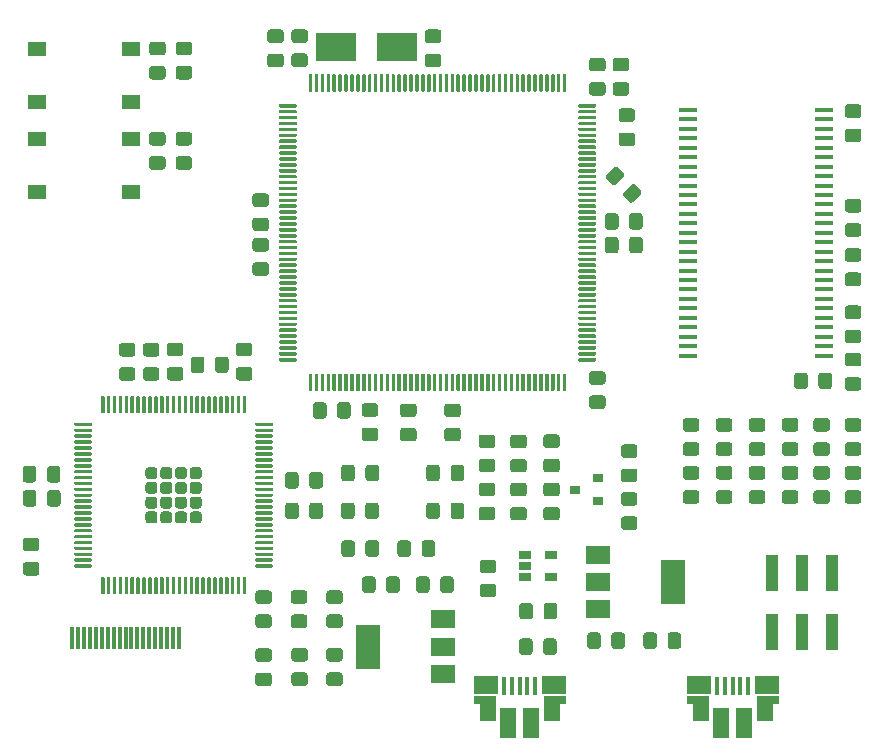
<source format=gbr>
%TF.GenerationSoftware,KiCad,Pcbnew,(5.1.6)-1*%
%TF.CreationDate,2020-12-19T20:46:54-03:30*%
%TF.ProjectId,graphics-card-rev-2,67726170-6869-4637-932d-636172642d72,rev?*%
%TF.SameCoordinates,Original*%
%TF.FileFunction,Paste,Top*%
%TF.FilePolarity,Positive*%
%FSLAX46Y46*%
G04 Gerber Fmt 4.6, Leading zero omitted, Abs format (unit mm)*
G04 Created by KiCad (PCBNEW (5.1.6)-1) date 2020-12-19 20:46:54*
%MOMM*%
%LPD*%
G01*
G04 APERTURE LIST*
%ADD10R,1.430000X2.500000*%
%ADD11R,0.400000X1.650000*%
%ADD12R,2.000000X1.500000*%
%ADD13R,1.825000X0.700000*%
%ADD14R,1.350000X2.000000*%
%ADD15R,0.300000X1.900000*%
%ADD16R,1.060000X0.650000*%
%ADD17R,2.000000X3.800000*%
%ADD18R,1.510000X0.458000*%
%ADD19R,3.500000X2.400000*%
%ADD20R,1.550000X1.300000*%
%ADD21R,1.000000X3.150000*%
%ADD22R,0.900000X0.800000*%
G04 APERTURE END LIST*
%TO.C,U6*%
G36*
G01*
X105980000Y-113560000D02*
X107330000Y-113560000D01*
G75*
G02*
X107405000Y-113635000I0J-75000D01*
G01*
X107405000Y-113785000D01*
G75*
G02*
X107330000Y-113860000I-75000J0D01*
G01*
X105980000Y-113860000D01*
G75*
G02*
X105905000Y-113785000I0J75000D01*
G01*
X105905000Y-113635000D01*
G75*
G02*
X105980000Y-113560000I75000J0D01*
G01*
G37*
G36*
G01*
X105980000Y-114060000D02*
X107330000Y-114060000D01*
G75*
G02*
X107405000Y-114135000I0J-75000D01*
G01*
X107405000Y-114285000D01*
G75*
G02*
X107330000Y-114360000I-75000J0D01*
G01*
X105980000Y-114360000D01*
G75*
G02*
X105905000Y-114285000I0J75000D01*
G01*
X105905000Y-114135000D01*
G75*
G02*
X105980000Y-114060000I75000J0D01*
G01*
G37*
G36*
G01*
X105980000Y-114560000D02*
X107330000Y-114560000D01*
G75*
G02*
X107405000Y-114635000I0J-75000D01*
G01*
X107405000Y-114785000D01*
G75*
G02*
X107330000Y-114860000I-75000J0D01*
G01*
X105980000Y-114860000D01*
G75*
G02*
X105905000Y-114785000I0J75000D01*
G01*
X105905000Y-114635000D01*
G75*
G02*
X105980000Y-114560000I75000J0D01*
G01*
G37*
G36*
G01*
X105980000Y-115060000D02*
X107330000Y-115060000D01*
G75*
G02*
X107405000Y-115135000I0J-75000D01*
G01*
X107405000Y-115285000D01*
G75*
G02*
X107330000Y-115360000I-75000J0D01*
G01*
X105980000Y-115360000D01*
G75*
G02*
X105905000Y-115285000I0J75000D01*
G01*
X105905000Y-115135000D01*
G75*
G02*
X105980000Y-115060000I75000J0D01*
G01*
G37*
G36*
G01*
X105980000Y-115560000D02*
X107330000Y-115560000D01*
G75*
G02*
X107405000Y-115635000I0J-75000D01*
G01*
X107405000Y-115785000D01*
G75*
G02*
X107330000Y-115860000I-75000J0D01*
G01*
X105980000Y-115860000D01*
G75*
G02*
X105905000Y-115785000I0J75000D01*
G01*
X105905000Y-115635000D01*
G75*
G02*
X105980000Y-115560000I75000J0D01*
G01*
G37*
G36*
G01*
X105980000Y-116060000D02*
X107330000Y-116060000D01*
G75*
G02*
X107405000Y-116135000I0J-75000D01*
G01*
X107405000Y-116285000D01*
G75*
G02*
X107330000Y-116360000I-75000J0D01*
G01*
X105980000Y-116360000D01*
G75*
G02*
X105905000Y-116285000I0J75000D01*
G01*
X105905000Y-116135000D01*
G75*
G02*
X105980000Y-116060000I75000J0D01*
G01*
G37*
G36*
G01*
X105980000Y-116560000D02*
X107330000Y-116560000D01*
G75*
G02*
X107405000Y-116635000I0J-75000D01*
G01*
X107405000Y-116785000D01*
G75*
G02*
X107330000Y-116860000I-75000J0D01*
G01*
X105980000Y-116860000D01*
G75*
G02*
X105905000Y-116785000I0J75000D01*
G01*
X105905000Y-116635000D01*
G75*
G02*
X105980000Y-116560000I75000J0D01*
G01*
G37*
G36*
G01*
X105980000Y-117060000D02*
X107330000Y-117060000D01*
G75*
G02*
X107405000Y-117135000I0J-75000D01*
G01*
X107405000Y-117285000D01*
G75*
G02*
X107330000Y-117360000I-75000J0D01*
G01*
X105980000Y-117360000D01*
G75*
G02*
X105905000Y-117285000I0J75000D01*
G01*
X105905000Y-117135000D01*
G75*
G02*
X105980000Y-117060000I75000J0D01*
G01*
G37*
G36*
G01*
X105980000Y-117560000D02*
X107330000Y-117560000D01*
G75*
G02*
X107405000Y-117635000I0J-75000D01*
G01*
X107405000Y-117785000D01*
G75*
G02*
X107330000Y-117860000I-75000J0D01*
G01*
X105980000Y-117860000D01*
G75*
G02*
X105905000Y-117785000I0J75000D01*
G01*
X105905000Y-117635000D01*
G75*
G02*
X105980000Y-117560000I75000J0D01*
G01*
G37*
G36*
G01*
X105980000Y-118060000D02*
X107330000Y-118060000D01*
G75*
G02*
X107405000Y-118135000I0J-75000D01*
G01*
X107405000Y-118285000D01*
G75*
G02*
X107330000Y-118360000I-75000J0D01*
G01*
X105980000Y-118360000D01*
G75*
G02*
X105905000Y-118285000I0J75000D01*
G01*
X105905000Y-118135000D01*
G75*
G02*
X105980000Y-118060000I75000J0D01*
G01*
G37*
G36*
G01*
X105980000Y-118560000D02*
X107330000Y-118560000D01*
G75*
G02*
X107405000Y-118635000I0J-75000D01*
G01*
X107405000Y-118785000D01*
G75*
G02*
X107330000Y-118860000I-75000J0D01*
G01*
X105980000Y-118860000D01*
G75*
G02*
X105905000Y-118785000I0J75000D01*
G01*
X105905000Y-118635000D01*
G75*
G02*
X105980000Y-118560000I75000J0D01*
G01*
G37*
G36*
G01*
X105980000Y-119060000D02*
X107330000Y-119060000D01*
G75*
G02*
X107405000Y-119135000I0J-75000D01*
G01*
X107405000Y-119285000D01*
G75*
G02*
X107330000Y-119360000I-75000J0D01*
G01*
X105980000Y-119360000D01*
G75*
G02*
X105905000Y-119285000I0J75000D01*
G01*
X105905000Y-119135000D01*
G75*
G02*
X105980000Y-119060000I75000J0D01*
G01*
G37*
G36*
G01*
X105980000Y-119560000D02*
X107330000Y-119560000D01*
G75*
G02*
X107405000Y-119635000I0J-75000D01*
G01*
X107405000Y-119785000D01*
G75*
G02*
X107330000Y-119860000I-75000J0D01*
G01*
X105980000Y-119860000D01*
G75*
G02*
X105905000Y-119785000I0J75000D01*
G01*
X105905000Y-119635000D01*
G75*
G02*
X105980000Y-119560000I75000J0D01*
G01*
G37*
G36*
G01*
X105980000Y-120060000D02*
X107330000Y-120060000D01*
G75*
G02*
X107405000Y-120135000I0J-75000D01*
G01*
X107405000Y-120285000D01*
G75*
G02*
X107330000Y-120360000I-75000J0D01*
G01*
X105980000Y-120360000D01*
G75*
G02*
X105905000Y-120285000I0J75000D01*
G01*
X105905000Y-120135000D01*
G75*
G02*
X105980000Y-120060000I75000J0D01*
G01*
G37*
G36*
G01*
X105980000Y-120560000D02*
X107330000Y-120560000D01*
G75*
G02*
X107405000Y-120635000I0J-75000D01*
G01*
X107405000Y-120785000D01*
G75*
G02*
X107330000Y-120860000I-75000J0D01*
G01*
X105980000Y-120860000D01*
G75*
G02*
X105905000Y-120785000I0J75000D01*
G01*
X105905000Y-120635000D01*
G75*
G02*
X105980000Y-120560000I75000J0D01*
G01*
G37*
G36*
G01*
X105980000Y-121060000D02*
X107330000Y-121060000D01*
G75*
G02*
X107405000Y-121135000I0J-75000D01*
G01*
X107405000Y-121285000D01*
G75*
G02*
X107330000Y-121360000I-75000J0D01*
G01*
X105980000Y-121360000D01*
G75*
G02*
X105905000Y-121285000I0J75000D01*
G01*
X105905000Y-121135000D01*
G75*
G02*
X105980000Y-121060000I75000J0D01*
G01*
G37*
G36*
G01*
X105980000Y-121560000D02*
X107330000Y-121560000D01*
G75*
G02*
X107405000Y-121635000I0J-75000D01*
G01*
X107405000Y-121785000D01*
G75*
G02*
X107330000Y-121860000I-75000J0D01*
G01*
X105980000Y-121860000D01*
G75*
G02*
X105905000Y-121785000I0J75000D01*
G01*
X105905000Y-121635000D01*
G75*
G02*
X105980000Y-121560000I75000J0D01*
G01*
G37*
G36*
G01*
X105980000Y-122060000D02*
X107330000Y-122060000D01*
G75*
G02*
X107405000Y-122135000I0J-75000D01*
G01*
X107405000Y-122285000D01*
G75*
G02*
X107330000Y-122360000I-75000J0D01*
G01*
X105980000Y-122360000D01*
G75*
G02*
X105905000Y-122285000I0J75000D01*
G01*
X105905000Y-122135000D01*
G75*
G02*
X105980000Y-122060000I75000J0D01*
G01*
G37*
G36*
G01*
X105980000Y-122560000D02*
X107330000Y-122560000D01*
G75*
G02*
X107405000Y-122635000I0J-75000D01*
G01*
X107405000Y-122785000D01*
G75*
G02*
X107330000Y-122860000I-75000J0D01*
G01*
X105980000Y-122860000D01*
G75*
G02*
X105905000Y-122785000I0J75000D01*
G01*
X105905000Y-122635000D01*
G75*
G02*
X105980000Y-122560000I75000J0D01*
G01*
G37*
G36*
G01*
X105980000Y-123060000D02*
X107330000Y-123060000D01*
G75*
G02*
X107405000Y-123135000I0J-75000D01*
G01*
X107405000Y-123285000D01*
G75*
G02*
X107330000Y-123360000I-75000J0D01*
G01*
X105980000Y-123360000D01*
G75*
G02*
X105905000Y-123285000I0J75000D01*
G01*
X105905000Y-123135000D01*
G75*
G02*
X105980000Y-123060000I75000J0D01*
G01*
G37*
G36*
G01*
X105980000Y-123560000D02*
X107330000Y-123560000D01*
G75*
G02*
X107405000Y-123635000I0J-75000D01*
G01*
X107405000Y-123785000D01*
G75*
G02*
X107330000Y-123860000I-75000J0D01*
G01*
X105980000Y-123860000D01*
G75*
G02*
X105905000Y-123785000I0J75000D01*
G01*
X105905000Y-123635000D01*
G75*
G02*
X105980000Y-123560000I75000J0D01*
G01*
G37*
G36*
G01*
X105980000Y-124060000D02*
X107330000Y-124060000D01*
G75*
G02*
X107405000Y-124135000I0J-75000D01*
G01*
X107405000Y-124285000D01*
G75*
G02*
X107330000Y-124360000I-75000J0D01*
G01*
X105980000Y-124360000D01*
G75*
G02*
X105905000Y-124285000I0J75000D01*
G01*
X105905000Y-124135000D01*
G75*
G02*
X105980000Y-124060000I75000J0D01*
G01*
G37*
G36*
G01*
X105980000Y-124560000D02*
X107330000Y-124560000D01*
G75*
G02*
X107405000Y-124635000I0J-75000D01*
G01*
X107405000Y-124785000D01*
G75*
G02*
X107330000Y-124860000I-75000J0D01*
G01*
X105980000Y-124860000D01*
G75*
G02*
X105905000Y-124785000I0J75000D01*
G01*
X105905000Y-124635000D01*
G75*
G02*
X105980000Y-124560000I75000J0D01*
G01*
G37*
G36*
G01*
X105980000Y-125060000D02*
X107330000Y-125060000D01*
G75*
G02*
X107405000Y-125135000I0J-75000D01*
G01*
X107405000Y-125285000D01*
G75*
G02*
X107330000Y-125360000I-75000J0D01*
G01*
X105980000Y-125360000D01*
G75*
G02*
X105905000Y-125285000I0J75000D01*
G01*
X105905000Y-125135000D01*
G75*
G02*
X105980000Y-125060000I75000J0D01*
G01*
G37*
G36*
G01*
X105980000Y-125560000D02*
X107330000Y-125560000D01*
G75*
G02*
X107405000Y-125635000I0J-75000D01*
G01*
X107405000Y-125785000D01*
G75*
G02*
X107330000Y-125860000I-75000J0D01*
G01*
X105980000Y-125860000D01*
G75*
G02*
X105905000Y-125785000I0J75000D01*
G01*
X105905000Y-125635000D01*
G75*
G02*
X105980000Y-125560000I75000J0D01*
G01*
G37*
G36*
G01*
X105980000Y-126060000D02*
X107330000Y-126060000D01*
G75*
G02*
X107405000Y-126135000I0J-75000D01*
G01*
X107405000Y-126285000D01*
G75*
G02*
X107330000Y-126360000I-75000J0D01*
G01*
X105980000Y-126360000D01*
G75*
G02*
X105905000Y-126285000I0J75000D01*
G01*
X105905000Y-126135000D01*
G75*
G02*
X105980000Y-126060000I75000J0D01*
G01*
G37*
G36*
G01*
X105980000Y-126560000D02*
X107330000Y-126560000D01*
G75*
G02*
X107405000Y-126635000I0J-75000D01*
G01*
X107405000Y-126785000D01*
G75*
G02*
X107330000Y-126860000I-75000J0D01*
G01*
X105980000Y-126860000D01*
G75*
G02*
X105905000Y-126785000I0J75000D01*
G01*
X105905000Y-126635000D01*
G75*
G02*
X105980000Y-126560000I75000J0D01*
G01*
G37*
G36*
G01*
X105980000Y-127060000D02*
X107330000Y-127060000D01*
G75*
G02*
X107405000Y-127135000I0J-75000D01*
G01*
X107405000Y-127285000D01*
G75*
G02*
X107330000Y-127360000I-75000J0D01*
G01*
X105980000Y-127360000D01*
G75*
G02*
X105905000Y-127285000I0J75000D01*
G01*
X105905000Y-127135000D01*
G75*
G02*
X105980000Y-127060000I75000J0D01*
G01*
G37*
G36*
G01*
X105980000Y-127560000D02*
X107330000Y-127560000D01*
G75*
G02*
X107405000Y-127635000I0J-75000D01*
G01*
X107405000Y-127785000D01*
G75*
G02*
X107330000Y-127860000I-75000J0D01*
G01*
X105980000Y-127860000D01*
G75*
G02*
X105905000Y-127785000I0J75000D01*
G01*
X105905000Y-127635000D01*
G75*
G02*
X105980000Y-127560000I75000J0D01*
G01*
G37*
G36*
G01*
X105980000Y-128060000D02*
X107330000Y-128060000D01*
G75*
G02*
X107405000Y-128135000I0J-75000D01*
G01*
X107405000Y-128285000D01*
G75*
G02*
X107330000Y-128360000I-75000J0D01*
G01*
X105980000Y-128360000D01*
G75*
G02*
X105905000Y-128285000I0J75000D01*
G01*
X105905000Y-128135000D01*
G75*
G02*
X105980000Y-128060000I75000J0D01*
G01*
G37*
G36*
G01*
X105980000Y-128560000D02*
X107330000Y-128560000D01*
G75*
G02*
X107405000Y-128635000I0J-75000D01*
G01*
X107405000Y-128785000D01*
G75*
G02*
X107330000Y-128860000I-75000J0D01*
G01*
X105980000Y-128860000D01*
G75*
G02*
X105905000Y-128785000I0J75000D01*
G01*
X105905000Y-128635000D01*
G75*
G02*
X105980000Y-128560000I75000J0D01*
G01*
G37*
G36*
G01*
X105980000Y-129060000D02*
X107330000Y-129060000D01*
G75*
G02*
X107405000Y-129135000I0J-75000D01*
G01*
X107405000Y-129285000D01*
G75*
G02*
X107330000Y-129360000I-75000J0D01*
G01*
X105980000Y-129360000D01*
G75*
G02*
X105905000Y-129285000I0J75000D01*
G01*
X105905000Y-129135000D01*
G75*
G02*
X105980000Y-129060000I75000J0D01*
G01*
G37*
G36*
G01*
X105980000Y-129560000D02*
X107330000Y-129560000D01*
G75*
G02*
X107405000Y-129635000I0J-75000D01*
G01*
X107405000Y-129785000D01*
G75*
G02*
X107330000Y-129860000I-75000J0D01*
G01*
X105980000Y-129860000D01*
G75*
G02*
X105905000Y-129785000I0J75000D01*
G01*
X105905000Y-129635000D01*
G75*
G02*
X105980000Y-129560000I75000J0D01*
G01*
G37*
G36*
G01*
X105980000Y-130060000D02*
X107330000Y-130060000D01*
G75*
G02*
X107405000Y-130135000I0J-75000D01*
G01*
X107405000Y-130285000D01*
G75*
G02*
X107330000Y-130360000I-75000J0D01*
G01*
X105980000Y-130360000D01*
G75*
G02*
X105905000Y-130285000I0J75000D01*
G01*
X105905000Y-130135000D01*
G75*
G02*
X105980000Y-130060000I75000J0D01*
G01*
G37*
G36*
G01*
X105980000Y-130560000D02*
X107330000Y-130560000D01*
G75*
G02*
X107405000Y-130635000I0J-75000D01*
G01*
X107405000Y-130785000D01*
G75*
G02*
X107330000Y-130860000I-75000J0D01*
G01*
X105980000Y-130860000D01*
G75*
G02*
X105905000Y-130785000I0J75000D01*
G01*
X105905000Y-130635000D01*
G75*
G02*
X105980000Y-130560000I75000J0D01*
G01*
G37*
G36*
G01*
X105980000Y-131060000D02*
X107330000Y-131060000D01*
G75*
G02*
X107405000Y-131135000I0J-75000D01*
G01*
X107405000Y-131285000D01*
G75*
G02*
X107330000Y-131360000I-75000J0D01*
G01*
X105980000Y-131360000D01*
G75*
G02*
X105905000Y-131285000I0J75000D01*
G01*
X105905000Y-131135000D01*
G75*
G02*
X105980000Y-131060000I75000J0D01*
G01*
G37*
G36*
G01*
X105980000Y-131560000D02*
X107330000Y-131560000D01*
G75*
G02*
X107405000Y-131635000I0J-75000D01*
G01*
X107405000Y-131785000D01*
G75*
G02*
X107330000Y-131860000I-75000J0D01*
G01*
X105980000Y-131860000D01*
G75*
G02*
X105905000Y-131785000I0J75000D01*
G01*
X105905000Y-131635000D01*
G75*
G02*
X105980000Y-131560000I75000J0D01*
G01*
G37*
G36*
G01*
X105980000Y-132060000D02*
X107330000Y-132060000D01*
G75*
G02*
X107405000Y-132135000I0J-75000D01*
G01*
X107405000Y-132285000D01*
G75*
G02*
X107330000Y-132360000I-75000J0D01*
G01*
X105980000Y-132360000D01*
G75*
G02*
X105905000Y-132285000I0J75000D01*
G01*
X105905000Y-132135000D01*
G75*
G02*
X105980000Y-132060000I75000J0D01*
G01*
G37*
G36*
G01*
X105980000Y-132560000D02*
X107330000Y-132560000D01*
G75*
G02*
X107405000Y-132635000I0J-75000D01*
G01*
X107405000Y-132785000D01*
G75*
G02*
X107330000Y-132860000I-75000J0D01*
G01*
X105980000Y-132860000D01*
G75*
G02*
X105905000Y-132785000I0J75000D01*
G01*
X105905000Y-132635000D01*
G75*
G02*
X105980000Y-132560000I75000J0D01*
G01*
G37*
G36*
G01*
X105980000Y-133060000D02*
X107330000Y-133060000D01*
G75*
G02*
X107405000Y-133135000I0J-75000D01*
G01*
X107405000Y-133285000D01*
G75*
G02*
X107330000Y-133360000I-75000J0D01*
G01*
X105980000Y-133360000D01*
G75*
G02*
X105905000Y-133285000I0J75000D01*
G01*
X105905000Y-133135000D01*
G75*
G02*
X105980000Y-133060000I75000J0D01*
G01*
G37*
G36*
G01*
X105980000Y-133560000D02*
X107330000Y-133560000D01*
G75*
G02*
X107405000Y-133635000I0J-75000D01*
G01*
X107405000Y-133785000D01*
G75*
G02*
X107330000Y-133860000I-75000J0D01*
G01*
X105980000Y-133860000D01*
G75*
G02*
X105905000Y-133785000I0J75000D01*
G01*
X105905000Y-133635000D01*
G75*
G02*
X105980000Y-133560000I75000J0D01*
G01*
G37*
G36*
G01*
X105980000Y-134060000D02*
X107330000Y-134060000D01*
G75*
G02*
X107405000Y-134135000I0J-75000D01*
G01*
X107405000Y-134285000D01*
G75*
G02*
X107330000Y-134360000I-75000J0D01*
G01*
X105980000Y-134360000D01*
G75*
G02*
X105905000Y-134285000I0J75000D01*
G01*
X105905000Y-134135000D01*
G75*
G02*
X105980000Y-134060000I75000J0D01*
G01*
G37*
G36*
G01*
X105980000Y-134560000D02*
X107330000Y-134560000D01*
G75*
G02*
X107405000Y-134635000I0J-75000D01*
G01*
X107405000Y-134785000D01*
G75*
G02*
X107330000Y-134860000I-75000J0D01*
G01*
X105980000Y-134860000D01*
G75*
G02*
X105905000Y-134785000I0J75000D01*
G01*
X105905000Y-134635000D01*
G75*
G02*
X105980000Y-134560000I75000J0D01*
G01*
G37*
G36*
G01*
X105980000Y-135060000D02*
X107330000Y-135060000D01*
G75*
G02*
X107405000Y-135135000I0J-75000D01*
G01*
X107405000Y-135285000D01*
G75*
G02*
X107330000Y-135360000I-75000J0D01*
G01*
X105980000Y-135360000D01*
G75*
G02*
X105905000Y-135285000I0J75000D01*
G01*
X105905000Y-135135000D01*
G75*
G02*
X105980000Y-135060000I75000J0D01*
G01*
G37*
G36*
G01*
X104655000Y-136385000D02*
X104805000Y-136385000D01*
G75*
G02*
X104880000Y-136460000I0J-75000D01*
G01*
X104880000Y-137810000D01*
G75*
G02*
X104805000Y-137885000I-75000J0D01*
G01*
X104655000Y-137885000D01*
G75*
G02*
X104580000Y-137810000I0J75000D01*
G01*
X104580000Y-136460000D01*
G75*
G02*
X104655000Y-136385000I75000J0D01*
G01*
G37*
G36*
G01*
X104155000Y-136385000D02*
X104305000Y-136385000D01*
G75*
G02*
X104380000Y-136460000I0J-75000D01*
G01*
X104380000Y-137810000D01*
G75*
G02*
X104305000Y-137885000I-75000J0D01*
G01*
X104155000Y-137885000D01*
G75*
G02*
X104080000Y-137810000I0J75000D01*
G01*
X104080000Y-136460000D01*
G75*
G02*
X104155000Y-136385000I75000J0D01*
G01*
G37*
G36*
G01*
X103655000Y-136385000D02*
X103805000Y-136385000D01*
G75*
G02*
X103880000Y-136460000I0J-75000D01*
G01*
X103880000Y-137810000D01*
G75*
G02*
X103805000Y-137885000I-75000J0D01*
G01*
X103655000Y-137885000D01*
G75*
G02*
X103580000Y-137810000I0J75000D01*
G01*
X103580000Y-136460000D01*
G75*
G02*
X103655000Y-136385000I75000J0D01*
G01*
G37*
G36*
G01*
X103155000Y-136385000D02*
X103305000Y-136385000D01*
G75*
G02*
X103380000Y-136460000I0J-75000D01*
G01*
X103380000Y-137810000D01*
G75*
G02*
X103305000Y-137885000I-75000J0D01*
G01*
X103155000Y-137885000D01*
G75*
G02*
X103080000Y-137810000I0J75000D01*
G01*
X103080000Y-136460000D01*
G75*
G02*
X103155000Y-136385000I75000J0D01*
G01*
G37*
G36*
G01*
X102655000Y-136385000D02*
X102805000Y-136385000D01*
G75*
G02*
X102880000Y-136460000I0J-75000D01*
G01*
X102880000Y-137810000D01*
G75*
G02*
X102805000Y-137885000I-75000J0D01*
G01*
X102655000Y-137885000D01*
G75*
G02*
X102580000Y-137810000I0J75000D01*
G01*
X102580000Y-136460000D01*
G75*
G02*
X102655000Y-136385000I75000J0D01*
G01*
G37*
G36*
G01*
X102155000Y-136385000D02*
X102305000Y-136385000D01*
G75*
G02*
X102380000Y-136460000I0J-75000D01*
G01*
X102380000Y-137810000D01*
G75*
G02*
X102305000Y-137885000I-75000J0D01*
G01*
X102155000Y-137885000D01*
G75*
G02*
X102080000Y-137810000I0J75000D01*
G01*
X102080000Y-136460000D01*
G75*
G02*
X102155000Y-136385000I75000J0D01*
G01*
G37*
G36*
G01*
X101655000Y-136385000D02*
X101805000Y-136385000D01*
G75*
G02*
X101880000Y-136460000I0J-75000D01*
G01*
X101880000Y-137810000D01*
G75*
G02*
X101805000Y-137885000I-75000J0D01*
G01*
X101655000Y-137885000D01*
G75*
G02*
X101580000Y-137810000I0J75000D01*
G01*
X101580000Y-136460000D01*
G75*
G02*
X101655000Y-136385000I75000J0D01*
G01*
G37*
G36*
G01*
X101155000Y-136385000D02*
X101305000Y-136385000D01*
G75*
G02*
X101380000Y-136460000I0J-75000D01*
G01*
X101380000Y-137810000D01*
G75*
G02*
X101305000Y-137885000I-75000J0D01*
G01*
X101155000Y-137885000D01*
G75*
G02*
X101080000Y-137810000I0J75000D01*
G01*
X101080000Y-136460000D01*
G75*
G02*
X101155000Y-136385000I75000J0D01*
G01*
G37*
G36*
G01*
X100655000Y-136385000D02*
X100805000Y-136385000D01*
G75*
G02*
X100880000Y-136460000I0J-75000D01*
G01*
X100880000Y-137810000D01*
G75*
G02*
X100805000Y-137885000I-75000J0D01*
G01*
X100655000Y-137885000D01*
G75*
G02*
X100580000Y-137810000I0J75000D01*
G01*
X100580000Y-136460000D01*
G75*
G02*
X100655000Y-136385000I75000J0D01*
G01*
G37*
G36*
G01*
X100155000Y-136385000D02*
X100305000Y-136385000D01*
G75*
G02*
X100380000Y-136460000I0J-75000D01*
G01*
X100380000Y-137810000D01*
G75*
G02*
X100305000Y-137885000I-75000J0D01*
G01*
X100155000Y-137885000D01*
G75*
G02*
X100080000Y-137810000I0J75000D01*
G01*
X100080000Y-136460000D01*
G75*
G02*
X100155000Y-136385000I75000J0D01*
G01*
G37*
G36*
G01*
X99655000Y-136385000D02*
X99805000Y-136385000D01*
G75*
G02*
X99880000Y-136460000I0J-75000D01*
G01*
X99880000Y-137810000D01*
G75*
G02*
X99805000Y-137885000I-75000J0D01*
G01*
X99655000Y-137885000D01*
G75*
G02*
X99580000Y-137810000I0J75000D01*
G01*
X99580000Y-136460000D01*
G75*
G02*
X99655000Y-136385000I75000J0D01*
G01*
G37*
G36*
G01*
X99155000Y-136385000D02*
X99305000Y-136385000D01*
G75*
G02*
X99380000Y-136460000I0J-75000D01*
G01*
X99380000Y-137810000D01*
G75*
G02*
X99305000Y-137885000I-75000J0D01*
G01*
X99155000Y-137885000D01*
G75*
G02*
X99080000Y-137810000I0J75000D01*
G01*
X99080000Y-136460000D01*
G75*
G02*
X99155000Y-136385000I75000J0D01*
G01*
G37*
G36*
G01*
X98655000Y-136385000D02*
X98805000Y-136385000D01*
G75*
G02*
X98880000Y-136460000I0J-75000D01*
G01*
X98880000Y-137810000D01*
G75*
G02*
X98805000Y-137885000I-75000J0D01*
G01*
X98655000Y-137885000D01*
G75*
G02*
X98580000Y-137810000I0J75000D01*
G01*
X98580000Y-136460000D01*
G75*
G02*
X98655000Y-136385000I75000J0D01*
G01*
G37*
G36*
G01*
X98155000Y-136385000D02*
X98305000Y-136385000D01*
G75*
G02*
X98380000Y-136460000I0J-75000D01*
G01*
X98380000Y-137810000D01*
G75*
G02*
X98305000Y-137885000I-75000J0D01*
G01*
X98155000Y-137885000D01*
G75*
G02*
X98080000Y-137810000I0J75000D01*
G01*
X98080000Y-136460000D01*
G75*
G02*
X98155000Y-136385000I75000J0D01*
G01*
G37*
G36*
G01*
X97655000Y-136385000D02*
X97805000Y-136385000D01*
G75*
G02*
X97880000Y-136460000I0J-75000D01*
G01*
X97880000Y-137810000D01*
G75*
G02*
X97805000Y-137885000I-75000J0D01*
G01*
X97655000Y-137885000D01*
G75*
G02*
X97580000Y-137810000I0J75000D01*
G01*
X97580000Y-136460000D01*
G75*
G02*
X97655000Y-136385000I75000J0D01*
G01*
G37*
G36*
G01*
X97155000Y-136385000D02*
X97305000Y-136385000D01*
G75*
G02*
X97380000Y-136460000I0J-75000D01*
G01*
X97380000Y-137810000D01*
G75*
G02*
X97305000Y-137885000I-75000J0D01*
G01*
X97155000Y-137885000D01*
G75*
G02*
X97080000Y-137810000I0J75000D01*
G01*
X97080000Y-136460000D01*
G75*
G02*
X97155000Y-136385000I75000J0D01*
G01*
G37*
G36*
G01*
X96655000Y-136385000D02*
X96805000Y-136385000D01*
G75*
G02*
X96880000Y-136460000I0J-75000D01*
G01*
X96880000Y-137810000D01*
G75*
G02*
X96805000Y-137885000I-75000J0D01*
G01*
X96655000Y-137885000D01*
G75*
G02*
X96580000Y-137810000I0J75000D01*
G01*
X96580000Y-136460000D01*
G75*
G02*
X96655000Y-136385000I75000J0D01*
G01*
G37*
G36*
G01*
X96155000Y-136385000D02*
X96305000Y-136385000D01*
G75*
G02*
X96380000Y-136460000I0J-75000D01*
G01*
X96380000Y-137810000D01*
G75*
G02*
X96305000Y-137885000I-75000J0D01*
G01*
X96155000Y-137885000D01*
G75*
G02*
X96080000Y-137810000I0J75000D01*
G01*
X96080000Y-136460000D01*
G75*
G02*
X96155000Y-136385000I75000J0D01*
G01*
G37*
G36*
G01*
X95655000Y-136385000D02*
X95805000Y-136385000D01*
G75*
G02*
X95880000Y-136460000I0J-75000D01*
G01*
X95880000Y-137810000D01*
G75*
G02*
X95805000Y-137885000I-75000J0D01*
G01*
X95655000Y-137885000D01*
G75*
G02*
X95580000Y-137810000I0J75000D01*
G01*
X95580000Y-136460000D01*
G75*
G02*
X95655000Y-136385000I75000J0D01*
G01*
G37*
G36*
G01*
X95155000Y-136385000D02*
X95305000Y-136385000D01*
G75*
G02*
X95380000Y-136460000I0J-75000D01*
G01*
X95380000Y-137810000D01*
G75*
G02*
X95305000Y-137885000I-75000J0D01*
G01*
X95155000Y-137885000D01*
G75*
G02*
X95080000Y-137810000I0J75000D01*
G01*
X95080000Y-136460000D01*
G75*
G02*
X95155000Y-136385000I75000J0D01*
G01*
G37*
G36*
G01*
X94655000Y-136385000D02*
X94805000Y-136385000D01*
G75*
G02*
X94880000Y-136460000I0J-75000D01*
G01*
X94880000Y-137810000D01*
G75*
G02*
X94805000Y-137885000I-75000J0D01*
G01*
X94655000Y-137885000D01*
G75*
G02*
X94580000Y-137810000I0J75000D01*
G01*
X94580000Y-136460000D01*
G75*
G02*
X94655000Y-136385000I75000J0D01*
G01*
G37*
G36*
G01*
X94155000Y-136385000D02*
X94305000Y-136385000D01*
G75*
G02*
X94380000Y-136460000I0J-75000D01*
G01*
X94380000Y-137810000D01*
G75*
G02*
X94305000Y-137885000I-75000J0D01*
G01*
X94155000Y-137885000D01*
G75*
G02*
X94080000Y-137810000I0J75000D01*
G01*
X94080000Y-136460000D01*
G75*
G02*
X94155000Y-136385000I75000J0D01*
G01*
G37*
G36*
G01*
X93655000Y-136385000D02*
X93805000Y-136385000D01*
G75*
G02*
X93880000Y-136460000I0J-75000D01*
G01*
X93880000Y-137810000D01*
G75*
G02*
X93805000Y-137885000I-75000J0D01*
G01*
X93655000Y-137885000D01*
G75*
G02*
X93580000Y-137810000I0J75000D01*
G01*
X93580000Y-136460000D01*
G75*
G02*
X93655000Y-136385000I75000J0D01*
G01*
G37*
G36*
G01*
X93155000Y-136385000D02*
X93305000Y-136385000D01*
G75*
G02*
X93380000Y-136460000I0J-75000D01*
G01*
X93380000Y-137810000D01*
G75*
G02*
X93305000Y-137885000I-75000J0D01*
G01*
X93155000Y-137885000D01*
G75*
G02*
X93080000Y-137810000I0J75000D01*
G01*
X93080000Y-136460000D01*
G75*
G02*
X93155000Y-136385000I75000J0D01*
G01*
G37*
G36*
G01*
X92655000Y-136385000D02*
X92805000Y-136385000D01*
G75*
G02*
X92880000Y-136460000I0J-75000D01*
G01*
X92880000Y-137810000D01*
G75*
G02*
X92805000Y-137885000I-75000J0D01*
G01*
X92655000Y-137885000D01*
G75*
G02*
X92580000Y-137810000I0J75000D01*
G01*
X92580000Y-136460000D01*
G75*
G02*
X92655000Y-136385000I75000J0D01*
G01*
G37*
G36*
G01*
X92155000Y-136385000D02*
X92305000Y-136385000D01*
G75*
G02*
X92380000Y-136460000I0J-75000D01*
G01*
X92380000Y-137810000D01*
G75*
G02*
X92305000Y-137885000I-75000J0D01*
G01*
X92155000Y-137885000D01*
G75*
G02*
X92080000Y-137810000I0J75000D01*
G01*
X92080000Y-136460000D01*
G75*
G02*
X92155000Y-136385000I75000J0D01*
G01*
G37*
G36*
G01*
X91655000Y-136385000D02*
X91805000Y-136385000D01*
G75*
G02*
X91880000Y-136460000I0J-75000D01*
G01*
X91880000Y-137810000D01*
G75*
G02*
X91805000Y-137885000I-75000J0D01*
G01*
X91655000Y-137885000D01*
G75*
G02*
X91580000Y-137810000I0J75000D01*
G01*
X91580000Y-136460000D01*
G75*
G02*
X91655000Y-136385000I75000J0D01*
G01*
G37*
G36*
G01*
X91155000Y-136385000D02*
X91305000Y-136385000D01*
G75*
G02*
X91380000Y-136460000I0J-75000D01*
G01*
X91380000Y-137810000D01*
G75*
G02*
X91305000Y-137885000I-75000J0D01*
G01*
X91155000Y-137885000D01*
G75*
G02*
X91080000Y-137810000I0J75000D01*
G01*
X91080000Y-136460000D01*
G75*
G02*
X91155000Y-136385000I75000J0D01*
G01*
G37*
G36*
G01*
X90655000Y-136385000D02*
X90805000Y-136385000D01*
G75*
G02*
X90880000Y-136460000I0J-75000D01*
G01*
X90880000Y-137810000D01*
G75*
G02*
X90805000Y-137885000I-75000J0D01*
G01*
X90655000Y-137885000D01*
G75*
G02*
X90580000Y-137810000I0J75000D01*
G01*
X90580000Y-136460000D01*
G75*
G02*
X90655000Y-136385000I75000J0D01*
G01*
G37*
G36*
G01*
X90155000Y-136385000D02*
X90305000Y-136385000D01*
G75*
G02*
X90380000Y-136460000I0J-75000D01*
G01*
X90380000Y-137810000D01*
G75*
G02*
X90305000Y-137885000I-75000J0D01*
G01*
X90155000Y-137885000D01*
G75*
G02*
X90080000Y-137810000I0J75000D01*
G01*
X90080000Y-136460000D01*
G75*
G02*
X90155000Y-136385000I75000J0D01*
G01*
G37*
G36*
G01*
X89655000Y-136385000D02*
X89805000Y-136385000D01*
G75*
G02*
X89880000Y-136460000I0J-75000D01*
G01*
X89880000Y-137810000D01*
G75*
G02*
X89805000Y-137885000I-75000J0D01*
G01*
X89655000Y-137885000D01*
G75*
G02*
X89580000Y-137810000I0J75000D01*
G01*
X89580000Y-136460000D01*
G75*
G02*
X89655000Y-136385000I75000J0D01*
G01*
G37*
G36*
G01*
X89155000Y-136385000D02*
X89305000Y-136385000D01*
G75*
G02*
X89380000Y-136460000I0J-75000D01*
G01*
X89380000Y-137810000D01*
G75*
G02*
X89305000Y-137885000I-75000J0D01*
G01*
X89155000Y-137885000D01*
G75*
G02*
X89080000Y-137810000I0J75000D01*
G01*
X89080000Y-136460000D01*
G75*
G02*
X89155000Y-136385000I75000J0D01*
G01*
G37*
G36*
G01*
X88655000Y-136385000D02*
X88805000Y-136385000D01*
G75*
G02*
X88880000Y-136460000I0J-75000D01*
G01*
X88880000Y-137810000D01*
G75*
G02*
X88805000Y-137885000I-75000J0D01*
G01*
X88655000Y-137885000D01*
G75*
G02*
X88580000Y-137810000I0J75000D01*
G01*
X88580000Y-136460000D01*
G75*
G02*
X88655000Y-136385000I75000J0D01*
G01*
G37*
G36*
G01*
X88155000Y-136385000D02*
X88305000Y-136385000D01*
G75*
G02*
X88380000Y-136460000I0J-75000D01*
G01*
X88380000Y-137810000D01*
G75*
G02*
X88305000Y-137885000I-75000J0D01*
G01*
X88155000Y-137885000D01*
G75*
G02*
X88080000Y-137810000I0J75000D01*
G01*
X88080000Y-136460000D01*
G75*
G02*
X88155000Y-136385000I75000J0D01*
G01*
G37*
G36*
G01*
X87655000Y-136385000D02*
X87805000Y-136385000D01*
G75*
G02*
X87880000Y-136460000I0J-75000D01*
G01*
X87880000Y-137810000D01*
G75*
G02*
X87805000Y-137885000I-75000J0D01*
G01*
X87655000Y-137885000D01*
G75*
G02*
X87580000Y-137810000I0J75000D01*
G01*
X87580000Y-136460000D01*
G75*
G02*
X87655000Y-136385000I75000J0D01*
G01*
G37*
G36*
G01*
X87155000Y-136385000D02*
X87305000Y-136385000D01*
G75*
G02*
X87380000Y-136460000I0J-75000D01*
G01*
X87380000Y-137810000D01*
G75*
G02*
X87305000Y-137885000I-75000J0D01*
G01*
X87155000Y-137885000D01*
G75*
G02*
X87080000Y-137810000I0J75000D01*
G01*
X87080000Y-136460000D01*
G75*
G02*
X87155000Y-136385000I75000J0D01*
G01*
G37*
G36*
G01*
X86655000Y-136385000D02*
X86805000Y-136385000D01*
G75*
G02*
X86880000Y-136460000I0J-75000D01*
G01*
X86880000Y-137810000D01*
G75*
G02*
X86805000Y-137885000I-75000J0D01*
G01*
X86655000Y-137885000D01*
G75*
G02*
X86580000Y-137810000I0J75000D01*
G01*
X86580000Y-136460000D01*
G75*
G02*
X86655000Y-136385000I75000J0D01*
G01*
G37*
G36*
G01*
X86155000Y-136385000D02*
X86305000Y-136385000D01*
G75*
G02*
X86380000Y-136460000I0J-75000D01*
G01*
X86380000Y-137810000D01*
G75*
G02*
X86305000Y-137885000I-75000J0D01*
G01*
X86155000Y-137885000D01*
G75*
G02*
X86080000Y-137810000I0J75000D01*
G01*
X86080000Y-136460000D01*
G75*
G02*
X86155000Y-136385000I75000J0D01*
G01*
G37*
G36*
G01*
X85655000Y-136385000D02*
X85805000Y-136385000D01*
G75*
G02*
X85880000Y-136460000I0J-75000D01*
G01*
X85880000Y-137810000D01*
G75*
G02*
X85805000Y-137885000I-75000J0D01*
G01*
X85655000Y-137885000D01*
G75*
G02*
X85580000Y-137810000I0J75000D01*
G01*
X85580000Y-136460000D01*
G75*
G02*
X85655000Y-136385000I75000J0D01*
G01*
G37*
G36*
G01*
X85155000Y-136385000D02*
X85305000Y-136385000D01*
G75*
G02*
X85380000Y-136460000I0J-75000D01*
G01*
X85380000Y-137810000D01*
G75*
G02*
X85305000Y-137885000I-75000J0D01*
G01*
X85155000Y-137885000D01*
G75*
G02*
X85080000Y-137810000I0J75000D01*
G01*
X85080000Y-136460000D01*
G75*
G02*
X85155000Y-136385000I75000J0D01*
G01*
G37*
G36*
G01*
X84655000Y-136385000D02*
X84805000Y-136385000D01*
G75*
G02*
X84880000Y-136460000I0J-75000D01*
G01*
X84880000Y-137810000D01*
G75*
G02*
X84805000Y-137885000I-75000J0D01*
G01*
X84655000Y-137885000D01*
G75*
G02*
X84580000Y-137810000I0J75000D01*
G01*
X84580000Y-136460000D01*
G75*
G02*
X84655000Y-136385000I75000J0D01*
G01*
G37*
G36*
G01*
X84155000Y-136385000D02*
X84305000Y-136385000D01*
G75*
G02*
X84380000Y-136460000I0J-75000D01*
G01*
X84380000Y-137810000D01*
G75*
G02*
X84305000Y-137885000I-75000J0D01*
G01*
X84155000Y-137885000D01*
G75*
G02*
X84080000Y-137810000I0J75000D01*
G01*
X84080000Y-136460000D01*
G75*
G02*
X84155000Y-136385000I75000J0D01*
G01*
G37*
G36*
G01*
X83655000Y-136385000D02*
X83805000Y-136385000D01*
G75*
G02*
X83880000Y-136460000I0J-75000D01*
G01*
X83880000Y-137810000D01*
G75*
G02*
X83805000Y-137885000I-75000J0D01*
G01*
X83655000Y-137885000D01*
G75*
G02*
X83580000Y-137810000I0J75000D01*
G01*
X83580000Y-136460000D01*
G75*
G02*
X83655000Y-136385000I75000J0D01*
G01*
G37*
G36*
G01*
X83155000Y-136385000D02*
X83305000Y-136385000D01*
G75*
G02*
X83380000Y-136460000I0J-75000D01*
G01*
X83380000Y-137810000D01*
G75*
G02*
X83305000Y-137885000I-75000J0D01*
G01*
X83155000Y-137885000D01*
G75*
G02*
X83080000Y-137810000I0J75000D01*
G01*
X83080000Y-136460000D01*
G75*
G02*
X83155000Y-136385000I75000J0D01*
G01*
G37*
G36*
G01*
X80630000Y-135060000D02*
X81980000Y-135060000D01*
G75*
G02*
X82055000Y-135135000I0J-75000D01*
G01*
X82055000Y-135285000D01*
G75*
G02*
X81980000Y-135360000I-75000J0D01*
G01*
X80630000Y-135360000D01*
G75*
G02*
X80555000Y-135285000I0J75000D01*
G01*
X80555000Y-135135000D01*
G75*
G02*
X80630000Y-135060000I75000J0D01*
G01*
G37*
G36*
G01*
X80630000Y-134560000D02*
X81980000Y-134560000D01*
G75*
G02*
X82055000Y-134635000I0J-75000D01*
G01*
X82055000Y-134785000D01*
G75*
G02*
X81980000Y-134860000I-75000J0D01*
G01*
X80630000Y-134860000D01*
G75*
G02*
X80555000Y-134785000I0J75000D01*
G01*
X80555000Y-134635000D01*
G75*
G02*
X80630000Y-134560000I75000J0D01*
G01*
G37*
G36*
G01*
X80630000Y-134060000D02*
X81980000Y-134060000D01*
G75*
G02*
X82055000Y-134135000I0J-75000D01*
G01*
X82055000Y-134285000D01*
G75*
G02*
X81980000Y-134360000I-75000J0D01*
G01*
X80630000Y-134360000D01*
G75*
G02*
X80555000Y-134285000I0J75000D01*
G01*
X80555000Y-134135000D01*
G75*
G02*
X80630000Y-134060000I75000J0D01*
G01*
G37*
G36*
G01*
X80630000Y-133560000D02*
X81980000Y-133560000D01*
G75*
G02*
X82055000Y-133635000I0J-75000D01*
G01*
X82055000Y-133785000D01*
G75*
G02*
X81980000Y-133860000I-75000J0D01*
G01*
X80630000Y-133860000D01*
G75*
G02*
X80555000Y-133785000I0J75000D01*
G01*
X80555000Y-133635000D01*
G75*
G02*
X80630000Y-133560000I75000J0D01*
G01*
G37*
G36*
G01*
X80630000Y-133060000D02*
X81980000Y-133060000D01*
G75*
G02*
X82055000Y-133135000I0J-75000D01*
G01*
X82055000Y-133285000D01*
G75*
G02*
X81980000Y-133360000I-75000J0D01*
G01*
X80630000Y-133360000D01*
G75*
G02*
X80555000Y-133285000I0J75000D01*
G01*
X80555000Y-133135000D01*
G75*
G02*
X80630000Y-133060000I75000J0D01*
G01*
G37*
G36*
G01*
X80630000Y-132560000D02*
X81980000Y-132560000D01*
G75*
G02*
X82055000Y-132635000I0J-75000D01*
G01*
X82055000Y-132785000D01*
G75*
G02*
X81980000Y-132860000I-75000J0D01*
G01*
X80630000Y-132860000D01*
G75*
G02*
X80555000Y-132785000I0J75000D01*
G01*
X80555000Y-132635000D01*
G75*
G02*
X80630000Y-132560000I75000J0D01*
G01*
G37*
G36*
G01*
X80630000Y-132060000D02*
X81980000Y-132060000D01*
G75*
G02*
X82055000Y-132135000I0J-75000D01*
G01*
X82055000Y-132285000D01*
G75*
G02*
X81980000Y-132360000I-75000J0D01*
G01*
X80630000Y-132360000D01*
G75*
G02*
X80555000Y-132285000I0J75000D01*
G01*
X80555000Y-132135000D01*
G75*
G02*
X80630000Y-132060000I75000J0D01*
G01*
G37*
G36*
G01*
X80630000Y-131560000D02*
X81980000Y-131560000D01*
G75*
G02*
X82055000Y-131635000I0J-75000D01*
G01*
X82055000Y-131785000D01*
G75*
G02*
X81980000Y-131860000I-75000J0D01*
G01*
X80630000Y-131860000D01*
G75*
G02*
X80555000Y-131785000I0J75000D01*
G01*
X80555000Y-131635000D01*
G75*
G02*
X80630000Y-131560000I75000J0D01*
G01*
G37*
G36*
G01*
X80630000Y-131060000D02*
X81980000Y-131060000D01*
G75*
G02*
X82055000Y-131135000I0J-75000D01*
G01*
X82055000Y-131285000D01*
G75*
G02*
X81980000Y-131360000I-75000J0D01*
G01*
X80630000Y-131360000D01*
G75*
G02*
X80555000Y-131285000I0J75000D01*
G01*
X80555000Y-131135000D01*
G75*
G02*
X80630000Y-131060000I75000J0D01*
G01*
G37*
G36*
G01*
X80630000Y-130560000D02*
X81980000Y-130560000D01*
G75*
G02*
X82055000Y-130635000I0J-75000D01*
G01*
X82055000Y-130785000D01*
G75*
G02*
X81980000Y-130860000I-75000J0D01*
G01*
X80630000Y-130860000D01*
G75*
G02*
X80555000Y-130785000I0J75000D01*
G01*
X80555000Y-130635000D01*
G75*
G02*
X80630000Y-130560000I75000J0D01*
G01*
G37*
G36*
G01*
X80630000Y-130060000D02*
X81980000Y-130060000D01*
G75*
G02*
X82055000Y-130135000I0J-75000D01*
G01*
X82055000Y-130285000D01*
G75*
G02*
X81980000Y-130360000I-75000J0D01*
G01*
X80630000Y-130360000D01*
G75*
G02*
X80555000Y-130285000I0J75000D01*
G01*
X80555000Y-130135000D01*
G75*
G02*
X80630000Y-130060000I75000J0D01*
G01*
G37*
G36*
G01*
X80630000Y-129560000D02*
X81980000Y-129560000D01*
G75*
G02*
X82055000Y-129635000I0J-75000D01*
G01*
X82055000Y-129785000D01*
G75*
G02*
X81980000Y-129860000I-75000J0D01*
G01*
X80630000Y-129860000D01*
G75*
G02*
X80555000Y-129785000I0J75000D01*
G01*
X80555000Y-129635000D01*
G75*
G02*
X80630000Y-129560000I75000J0D01*
G01*
G37*
G36*
G01*
X80630000Y-129060000D02*
X81980000Y-129060000D01*
G75*
G02*
X82055000Y-129135000I0J-75000D01*
G01*
X82055000Y-129285000D01*
G75*
G02*
X81980000Y-129360000I-75000J0D01*
G01*
X80630000Y-129360000D01*
G75*
G02*
X80555000Y-129285000I0J75000D01*
G01*
X80555000Y-129135000D01*
G75*
G02*
X80630000Y-129060000I75000J0D01*
G01*
G37*
G36*
G01*
X80630000Y-128560000D02*
X81980000Y-128560000D01*
G75*
G02*
X82055000Y-128635000I0J-75000D01*
G01*
X82055000Y-128785000D01*
G75*
G02*
X81980000Y-128860000I-75000J0D01*
G01*
X80630000Y-128860000D01*
G75*
G02*
X80555000Y-128785000I0J75000D01*
G01*
X80555000Y-128635000D01*
G75*
G02*
X80630000Y-128560000I75000J0D01*
G01*
G37*
G36*
G01*
X80630000Y-128060000D02*
X81980000Y-128060000D01*
G75*
G02*
X82055000Y-128135000I0J-75000D01*
G01*
X82055000Y-128285000D01*
G75*
G02*
X81980000Y-128360000I-75000J0D01*
G01*
X80630000Y-128360000D01*
G75*
G02*
X80555000Y-128285000I0J75000D01*
G01*
X80555000Y-128135000D01*
G75*
G02*
X80630000Y-128060000I75000J0D01*
G01*
G37*
G36*
G01*
X80630000Y-127560000D02*
X81980000Y-127560000D01*
G75*
G02*
X82055000Y-127635000I0J-75000D01*
G01*
X82055000Y-127785000D01*
G75*
G02*
X81980000Y-127860000I-75000J0D01*
G01*
X80630000Y-127860000D01*
G75*
G02*
X80555000Y-127785000I0J75000D01*
G01*
X80555000Y-127635000D01*
G75*
G02*
X80630000Y-127560000I75000J0D01*
G01*
G37*
G36*
G01*
X80630000Y-127060000D02*
X81980000Y-127060000D01*
G75*
G02*
X82055000Y-127135000I0J-75000D01*
G01*
X82055000Y-127285000D01*
G75*
G02*
X81980000Y-127360000I-75000J0D01*
G01*
X80630000Y-127360000D01*
G75*
G02*
X80555000Y-127285000I0J75000D01*
G01*
X80555000Y-127135000D01*
G75*
G02*
X80630000Y-127060000I75000J0D01*
G01*
G37*
G36*
G01*
X80630000Y-126560000D02*
X81980000Y-126560000D01*
G75*
G02*
X82055000Y-126635000I0J-75000D01*
G01*
X82055000Y-126785000D01*
G75*
G02*
X81980000Y-126860000I-75000J0D01*
G01*
X80630000Y-126860000D01*
G75*
G02*
X80555000Y-126785000I0J75000D01*
G01*
X80555000Y-126635000D01*
G75*
G02*
X80630000Y-126560000I75000J0D01*
G01*
G37*
G36*
G01*
X80630000Y-126060000D02*
X81980000Y-126060000D01*
G75*
G02*
X82055000Y-126135000I0J-75000D01*
G01*
X82055000Y-126285000D01*
G75*
G02*
X81980000Y-126360000I-75000J0D01*
G01*
X80630000Y-126360000D01*
G75*
G02*
X80555000Y-126285000I0J75000D01*
G01*
X80555000Y-126135000D01*
G75*
G02*
X80630000Y-126060000I75000J0D01*
G01*
G37*
G36*
G01*
X80630000Y-125560000D02*
X81980000Y-125560000D01*
G75*
G02*
X82055000Y-125635000I0J-75000D01*
G01*
X82055000Y-125785000D01*
G75*
G02*
X81980000Y-125860000I-75000J0D01*
G01*
X80630000Y-125860000D01*
G75*
G02*
X80555000Y-125785000I0J75000D01*
G01*
X80555000Y-125635000D01*
G75*
G02*
X80630000Y-125560000I75000J0D01*
G01*
G37*
G36*
G01*
X80630000Y-125060000D02*
X81980000Y-125060000D01*
G75*
G02*
X82055000Y-125135000I0J-75000D01*
G01*
X82055000Y-125285000D01*
G75*
G02*
X81980000Y-125360000I-75000J0D01*
G01*
X80630000Y-125360000D01*
G75*
G02*
X80555000Y-125285000I0J75000D01*
G01*
X80555000Y-125135000D01*
G75*
G02*
X80630000Y-125060000I75000J0D01*
G01*
G37*
G36*
G01*
X80630000Y-124560000D02*
X81980000Y-124560000D01*
G75*
G02*
X82055000Y-124635000I0J-75000D01*
G01*
X82055000Y-124785000D01*
G75*
G02*
X81980000Y-124860000I-75000J0D01*
G01*
X80630000Y-124860000D01*
G75*
G02*
X80555000Y-124785000I0J75000D01*
G01*
X80555000Y-124635000D01*
G75*
G02*
X80630000Y-124560000I75000J0D01*
G01*
G37*
G36*
G01*
X80630000Y-124060000D02*
X81980000Y-124060000D01*
G75*
G02*
X82055000Y-124135000I0J-75000D01*
G01*
X82055000Y-124285000D01*
G75*
G02*
X81980000Y-124360000I-75000J0D01*
G01*
X80630000Y-124360000D01*
G75*
G02*
X80555000Y-124285000I0J75000D01*
G01*
X80555000Y-124135000D01*
G75*
G02*
X80630000Y-124060000I75000J0D01*
G01*
G37*
G36*
G01*
X80630000Y-123560000D02*
X81980000Y-123560000D01*
G75*
G02*
X82055000Y-123635000I0J-75000D01*
G01*
X82055000Y-123785000D01*
G75*
G02*
X81980000Y-123860000I-75000J0D01*
G01*
X80630000Y-123860000D01*
G75*
G02*
X80555000Y-123785000I0J75000D01*
G01*
X80555000Y-123635000D01*
G75*
G02*
X80630000Y-123560000I75000J0D01*
G01*
G37*
G36*
G01*
X80630000Y-123060000D02*
X81980000Y-123060000D01*
G75*
G02*
X82055000Y-123135000I0J-75000D01*
G01*
X82055000Y-123285000D01*
G75*
G02*
X81980000Y-123360000I-75000J0D01*
G01*
X80630000Y-123360000D01*
G75*
G02*
X80555000Y-123285000I0J75000D01*
G01*
X80555000Y-123135000D01*
G75*
G02*
X80630000Y-123060000I75000J0D01*
G01*
G37*
G36*
G01*
X80630000Y-122560000D02*
X81980000Y-122560000D01*
G75*
G02*
X82055000Y-122635000I0J-75000D01*
G01*
X82055000Y-122785000D01*
G75*
G02*
X81980000Y-122860000I-75000J0D01*
G01*
X80630000Y-122860000D01*
G75*
G02*
X80555000Y-122785000I0J75000D01*
G01*
X80555000Y-122635000D01*
G75*
G02*
X80630000Y-122560000I75000J0D01*
G01*
G37*
G36*
G01*
X80630000Y-122060000D02*
X81980000Y-122060000D01*
G75*
G02*
X82055000Y-122135000I0J-75000D01*
G01*
X82055000Y-122285000D01*
G75*
G02*
X81980000Y-122360000I-75000J0D01*
G01*
X80630000Y-122360000D01*
G75*
G02*
X80555000Y-122285000I0J75000D01*
G01*
X80555000Y-122135000D01*
G75*
G02*
X80630000Y-122060000I75000J0D01*
G01*
G37*
G36*
G01*
X80630000Y-121560000D02*
X81980000Y-121560000D01*
G75*
G02*
X82055000Y-121635000I0J-75000D01*
G01*
X82055000Y-121785000D01*
G75*
G02*
X81980000Y-121860000I-75000J0D01*
G01*
X80630000Y-121860000D01*
G75*
G02*
X80555000Y-121785000I0J75000D01*
G01*
X80555000Y-121635000D01*
G75*
G02*
X80630000Y-121560000I75000J0D01*
G01*
G37*
G36*
G01*
X80630000Y-121060000D02*
X81980000Y-121060000D01*
G75*
G02*
X82055000Y-121135000I0J-75000D01*
G01*
X82055000Y-121285000D01*
G75*
G02*
X81980000Y-121360000I-75000J0D01*
G01*
X80630000Y-121360000D01*
G75*
G02*
X80555000Y-121285000I0J75000D01*
G01*
X80555000Y-121135000D01*
G75*
G02*
X80630000Y-121060000I75000J0D01*
G01*
G37*
G36*
G01*
X80630000Y-120560000D02*
X81980000Y-120560000D01*
G75*
G02*
X82055000Y-120635000I0J-75000D01*
G01*
X82055000Y-120785000D01*
G75*
G02*
X81980000Y-120860000I-75000J0D01*
G01*
X80630000Y-120860000D01*
G75*
G02*
X80555000Y-120785000I0J75000D01*
G01*
X80555000Y-120635000D01*
G75*
G02*
X80630000Y-120560000I75000J0D01*
G01*
G37*
G36*
G01*
X80630000Y-120060000D02*
X81980000Y-120060000D01*
G75*
G02*
X82055000Y-120135000I0J-75000D01*
G01*
X82055000Y-120285000D01*
G75*
G02*
X81980000Y-120360000I-75000J0D01*
G01*
X80630000Y-120360000D01*
G75*
G02*
X80555000Y-120285000I0J75000D01*
G01*
X80555000Y-120135000D01*
G75*
G02*
X80630000Y-120060000I75000J0D01*
G01*
G37*
G36*
G01*
X80630000Y-119560000D02*
X81980000Y-119560000D01*
G75*
G02*
X82055000Y-119635000I0J-75000D01*
G01*
X82055000Y-119785000D01*
G75*
G02*
X81980000Y-119860000I-75000J0D01*
G01*
X80630000Y-119860000D01*
G75*
G02*
X80555000Y-119785000I0J75000D01*
G01*
X80555000Y-119635000D01*
G75*
G02*
X80630000Y-119560000I75000J0D01*
G01*
G37*
G36*
G01*
X80630000Y-119060000D02*
X81980000Y-119060000D01*
G75*
G02*
X82055000Y-119135000I0J-75000D01*
G01*
X82055000Y-119285000D01*
G75*
G02*
X81980000Y-119360000I-75000J0D01*
G01*
X80630000Y-119360000D01*
G75*
G02*
X80555000Y-119285000I0J75000D01*
G01*
X80555000Y-119135000D01*
G75*
G02*
X80630000Y-119060000I75000J0D01*
G01*
G37*
G36*
G01*
X80630000Y-118560000D02*
X81980000Y-118560000D01*
G75*
G02*
X82055000Y-118635000I0J-75000D01*
G01*
X82055000Y-118785000D01*
G75*
G02*
X81980000Y-118860000I-75000J0D01*
G01*
X80630000Y-118860000D01*
G75*
G02*
X80555000Y-118785000I0J75000D01*
G01*
X80555000Y-118635000D01*
G75*
G02*
X80630000Y-118560000I75000J0D01*
G01*
G37*
G36*
G01*
X80630000Y-118060000D02*
X81980000Y-118060000D01*
G75*
G02*
X82055000Y-118135000I0J-75000D01*
G01*
X82055000Y-118285000D01*
G75*
G02*
X81980000Y-118360000I-75000J0D01*
G01*
X80630000Y-118360000D01*
G75*
G02*
X80555000Y-118285000I0J75000D01*
G01*
X80555000Y-118135000D01*
G75*
G02*
X80630000Y-118060000I75000J0D01*
G01*
G37*
G36*
G01*
X80630000Y-117560000D02*
X81980000Y-117560000D01*
G75*
G02*
X82055000Y-117635000I0J-75000D01*
G01*
X82055000Y-117785000D01*
G75*
G02*
X81980000Y-117860000I-75000J0D01*
G01*
X80630000Y-117860000D01*
G75*
G02*
X80555000Y-117785000I0J75000D01*
G01*
X80555000Y-117635000D01*
G75*
G02*
X80630000Y-117560000I75000J0D01*
G01*
G37*
G36*
G01*
X80630000Y-117060000D02*
X81980000Y-117060000D01*
G75*
G02*
X82055000Y-117135000I0J-75000D01*
G01*
X82055000Y-117285000D01*
G75*
G02*
X81980000Y-117360000I-75000J0D01*
G01*
X80630000Y-117360000D01*
G75*
G02*
X80555000Y-117285000I0J75000D01*
G01*
X80555000Y-117135000D01*
G75*
G02*
X80630000Y-117060000I75000J0D01*
G01*
G37*
G36*
G01*
X80630000Y-116560000D02*
X81980000Y-116560000D01*
G75*
G02*
X82055000Y-116635000I0J-75000D01*
G01*
X82055000Y-116785000D01*
G75*
G02*
X81980000Y-116860000I-75000J0D01*
G01*
X80630000Y-116860000D01*
G75*
G02*
X80555000Y-116785000I0J75000D01*
G01*
X80555000Y-116635000D01*
G75*
G02*
X80630000Y-116560000I75000J0D01*
G01*
G37*
G36*
G01*
X80630000Y-116060000D02*
X81980000Y-116060000D01*
G75*
G02*
X82055000Y-116135000I0J-75000D01*
G01*
X82055000Y-116285000D01*
G75*
G02*
X81980000Y-116360000I-75000J0D01*
G01*
X80630000Y-116360000D01*
G75*
G02*
X80555000Y-116285000I0J75000D01*
G01*
X80555000Y-116135000D01*
G75*
G02*
X80630000Y-116060000I75000J0D01*
G01*
G37*
G36*
G01*
X80630000Y-115560000D02*
X81980000Y-115560000D01*
G75*
G02*
X82055000Y-115635000I0J-75000D01*
G01*
X82055000Y-115785000D01*
G75*
G02*
X81980000Y-115860000I-75000J0D01*
G01*
X80630000Y-115860000D01*
G75*
G02*
X80555000Y-115785000I0J75000D01*
G01*
X80555000Y-115635000D01*
G75*
G02*
X80630000Y-115560000I75000J0D01*
G01*
G37*
G36*
G01*
X80630000Y-115060000D02*
X81980000Y-115060000D01*
G75*
G02*
X82055000Y-115135000I0J-75000D01*
G01*
X82055000Y-115285000D01*
G75*
G02*
X81980000Y-115360000I-75000J0D01*
G01*
X80630000Y-115360000D01*
G75*
G02*
X80555000Y-115285000I0J75000D01*
G01*
X80555000Y-115135000D01*
G75*
G02*
X80630000Y-115060000I75000J0D01*
G01*
G37*
G36*
G01*
X80630000Y-114560000D02*
X81980000Y-114560000D01*
G75*
G02*
X82055000Y-114635000I0J-75000D01*
G01*
X82055000Y-114785000D01*
G75*
G02*
X81980000Y-114860000I-75000J0D01*
G01*
X80630000Y-114860000D01*
G75*
G02*
X80555000Y-114785000I0J75000D01*
G01*
X80555000Y-114635000D01*
G75*
G02*
X80630000Y-114560000I75000J0D01*
G01*
G37*
G36*
G01*
X80630000Y-114060000D02*
X81980000Y-114060000D01*
G75*
G02*
X82055000Y-114135000I0J-75000D01*
G01*
X82055000Y-114285000D01*
G75*
G02*
X81980000Y-114360000I-75000J0D01*
G01*
X80630000Y-114360000D01*
G75*
G02*
X80555000Y-114285000I0J75000D01*
G01*
X80555000Y-114135000D01*
G75*
G02*
X80630000Y-114060000I75000J0D01*
G01*
G37*
G36*
G01*
X80630000Y-113560000D02*
X81980000Y-113560000D01*
G75*
G02*
X82055000Y-113635000I0J-75000D01*
G01*
X82055000Y-113785000D01*
G75*
G02*
X81980000Y-113860000I-75000J0D01*
G01*
X80630000Y-113860000D01*
G75*
G02*
X80555000Y-113785000I0J75000D01*
G01*
X80555000Y-113635000D01*
G75*
G02*
X80630000Y-113560000I75000J0D01*
G01*
G37*
G36*
G01*
X83155000Y-111035000D02*
X83305000Y-111035000D01*
G75*
G02*
X83380000Y-111110000I0J-75000D01*
G01*
X83380000Y-112460000D01*
G75*
G02*
X83305000Y-112535000I-75000J0D01*
G01*
X83155000Y-112535000D01*
G75*
G02*
X83080000Y-112460000I0J75000D01*
G01*
X83080000Y-111110000D01*
G75*
G02*
X83155000Y-111035000I75000J0D01*
G01*
G37*
G36*
G01*
X83655000Y-111035000D02*
X83805000Y-111035000D01*
G75*
G02*
X83880000Y-111110000I0J-75000D01*
G01*
X83880000Y-112460000D01*
G75*
G02*
X83805000Y-112535000I-75000J0D01*
G01*
X83655000Y-112535000D01*
G75*
G02*
X83580000Y-112460000I0J75000D01*
G01*
X83580000Y-111110000D01*
G75*
G02*
X83655000Y-111035000I75000J0D01*
G01*
G37*
G36*
G01*
X84155000Y-111035000D02*
X84305000Y-111035000D01*
G75*
G02*
X84380000Y-111110000I0J-75000D01*
G01*
X84380000Y-112460000D01*
G75*
G02*
X84305000Y-112535000I-75000J0D01*
G01*
X84155000Y-112535000D01*
G75*
G02*
X84080000Y-112460000I0J75000D01*
G01*
X84080000Y-111110000D01*
G75*
G02*
X84155000Y-111035000I75000J0D01*
G01*
G37*
G36*
G01*
X84655000Y-111035000D02*
X84805000Y-111035000D01*
G75*
G02*
X84880000Y-111110000I0J-75000D01*
G01*
X84880000Y-112460000D01*
G75*
G02*
X84805000Y-112535000I-75000J0D01*
G01*
X84655000Y-112535000D01*
G75*
G02*
X84580000Y-112460000I0J75000D01*
G01*
X84580000Y-111110000D01*
G75*
G02*
X84655000Y-111035000I75000J0D01*
G01*
G37*
G36*
G01*
X85155000Y-111035000D02*
X85305000Y-111035000D01*
G75*
G02*
X85380000Y-111110000I0J-75000D01*
G01*
X85380000Y-112460000D01*
G75*
G02*
X85305000Y-112535000I-75000J0D01*
G01*
X85155000Y-112535000D01*
G75*
G02*
X85080000Y-112460000I0J75000D01*
G01*
X85080000Y-111110000D01*
G75*
G02*
X85155000Y-111035000I75000J0D01*
G01*
G37*
G36*
G01*
X85655000Y-111035000D02*
X85805000Y-111035000D01*
G75*
G02*
X85880000Y-111110000I0J-75000D01*
G01*
X85880000Y-112460000D01*
G75*
G02*
X85805000Y-112535000I-75000J0D01*
G01*
X85655000Y-112535000D01*
G75*
G02*
X85580000Y-112460000I0J75000D01*
G01*
X85580000Y-111110000D01*
G75*
G02*
X85655000Y-111035000I75000J0D01*
G01*
G37*
G36*
G01*
X86155000Y-111035000D02*
X86305000Y-111035000D01*
G75*
G02*
X86380000Y-111110000I0J-75000D01*
G01*
X86380000Y-112460000D01*
G75*
G02*
X86305000Y-112535000I-75000J0D01*
G01*
X86155000Y-112535000D01*
G75*
G02*
X86080000Y-112460000I0J75000D01*
G01*
X86080000Y-111110000D01*
G75*
G02*
X86155000Y-111035000I75000J0D01*
G01*
G37*
G36*
G01*
X86655000Y-111035000D02*
X86805000Y-111035000D01*
G75*
G02*
X86880000Y-111110000I0J-75000D01*
G01*
X86880000Y-112460000D01*
G75*
G02*
X86805000Y-112535000I-75000J0D01*
G01*
X86655000Y-112535000D01*
G75*
G02*
X86580000Y-112460000I0J75000D01*
G01*
X86580000Y-111110000D01*
G75*
G02*
X86655000Y-111035000I75000J0D01*
G01*
G37*
G36*
G01*
X87155000Y-111035000D02*
X87305000Y-111035000D01*
G75*
G02*
X87380000Y-111110000I0J-75000D01*
G01*
X87380000Y-112460000D01*
G75*
G02*
X87305000Y-112535000I-75000J0D01*
G01*
X87155000Y-112535000D01*
G75*
G02*
X87080000Y-112460000I0J75000D01*
G01*
X87080000Y-111110000D01*
G75*
G02*
X87155000Y-111035000I75000J0D01*
G01*
G37*
G36*
G01*
X87655000Y-111035000D02*
X87805000Y-111035000D01*
G75*
G02*
X87880000Y-111110000I0J-75000D01*
G01*
X87880000Y-112460000D01*
G75*
G02*
X87805000Y-112535000I-75000J0D01*
G01*
X87655000Y-112535000D01*
G75*
G02*
X87580000Y-112460000I0J75000D01*
G01*
X87580000Y-111110000D01*
G75*
G02*
X87655000Y-111035000I75000J0D01*
G01*
G37*
G36*
G01*
X88155000Y-111035000D02*
X88305000Y-111035000D01*
G75*
G02*
X88380000Y-111110000I0J-75000D01*
G01*
X88380000Y-112460000D01*
G75*
G02*
X88305000Y-112535000I-75000J0D01*
G01*
X88155000Y-112535000D01*
G75*
G02*
X88080000Y-112460000I0J75000D01*
G01*
X88080000Y-111110000D01*
G75*
G02*
X88155000Y-111035000I75000J0D01*
G01*
G37*
G36*
G01*
X88655000Y-111035000D02*
X88805000Y-111035000D01*
G75*
G02*
X88880000Y-111110000I0J-75000D01*
G01*
X88880000Y-112460000D01*
G75*
G02*
X88805000Y-112535000I-75000J0D01*
G01*
X88655000Y-112535000D01*
G75*
G02*
X88580000Y-112460000I0J75000D01*
G01*
X88580000Y-111110000D01*
G75*
G02*
X88655000Y-111035000I75000J0D01*
G01*
G37*
G36*
G01*
X89155000Y-111035000D02*
X89305000Y-111035000D01*
G75*
G02*
X89380000Y-111110000I0J-75000D01*
G01*
X89380000Y-112460000D01*
G75*
G02*
X89305000Y-112535000I-75000J0D01*
G01*
X89155000Y-112535000D01*
G75*
G02*
X89080000Y-112460000I0J75000D01*
G01*
X89080000Y-111110000D01*
G75*
G02*
X89155000Y-111035000I75000J0D01*
G01*
G37*
G36*
G01*
X89655000Y-111035000D02*
X89805000Y-111035000D01*
G75*
G02*
X89880000Y-111110000I0J-75000D01*
G01*
X89880000Y-112460000D01*
G75*
G02*
X89805000Y-112535000I-75000J0D01*
G01*
X89655000Y-112535000D01*
G75*
G02*
X89580000Y-112460000I0J75000D01*
G01*
X89580000Y-111110000D01*
G75*
G02*
X89655000Y-111035000I75000J0D01*
G01*
G37*
G36*
G01*
X90155000Y-111035000D02*
X90305000Y-111035000D01*
G75*
G02*
X90380000Y-111110000I0J-75000D01*
G01*
X90380000Y-112460000D01*
G75*
G02*
X90305000Y-112535000I-75000J0D01*
G01*
X90155000Y-112535000D01*
G75*
G02*
X90080000Y-112460000I0J75000D01*
G01*
X90080000Y-111110000D01*
G75*
G02*
X90155000Y-111035000I75000J0D01*
G01*
G37*
G36*
G01*
X90655000Y-111035000D02*
X90805000Y-111035000D01*
G75*
G02*
X90880000Y-111110000I0J-75000D01*
G01*
X90880000Y-112460000D01*
G75*
G02*
X90805000Y-112535000I-75000J0D01*
G01*
X90655000Y-112535000D01*
G75*
G02*
X90580000Y-112460000I0J75000D01*
G01*
X90580000Y-111110000D01*
G75*
G02*
X90655000Y-111035000I75000J0D01*
G01*
G37*
G36*
G01*
X91155000Y-111035000D02*
X91305000Y-111035000D01*
G75*
G02*
X91380000Y-111110000I0J-75000D01*
G01*
X91380000Y-112460000D01*
G75*
G02*
X91305000Y-112535000I-75000J0D01*
G01*
X91155000Y-112535000D01*
G75*
G02*
X91080000Y-112460000I0J75000D01*
G01*
X91080000Y-111110000D01*
G75*
G02*
X91155000Y-111035000I75000J0D01*
G01*
G37*
G36*
G01*
X91655000Y-111035000D02*
X91805000Y-111035000D01*
G75*
G02*
X91880000Y-111110000I0J-75000D01*
G01*
X91880000Y-112460000D01*
G75*
G02*
X91805000Y-112535000I-75000J0D01*
G01*
X91655000Y-112535000D01*
G75*
G02*
X91580000Y-112460000I0J75000D01*
G01*
X91580000Y-111110000D01*
G75*
G02*
X91655000Y-111035000I75000J0D01*
G01*
G37*
G36*
G01*
X92155000Y-111035000D02*
X92305000Y-111035000D01*
G75*
G02*
X92380000Y-111110000I0J-75000D01*
G01*
X92380000Y-112460000D01*
G75*
G02*
X92305000Y-112535000I-75000J0D01*
G01*
X92155000Y-112535000D01*
G75*
G02*
X92080000Y-112460000I0J75000D01*
G01*
X92080000Y-111110000D01*
G75*
G02*
X92155000Y-111035000I75000J0D01*
G01*
G37*
G36*
G01*
X92655000Y-111035000D02*
X92805000Y-111035000D01*
G75*
G02*
X92880000Y-111110000I0J-75000D01*
G01*
X92880000Y-112460000D01*
G75*
G02*
X92805000Y-112535000I-75000J0D01*
G01*
X92655000Y-112535000D01*
G75*
G02*
X92580000Y-112460000I0J75000D01*
G01*
X92580000Y-111110000D01*
G75*
G02*
X92655000Y-111035000I75000J0D01*
G01*
G37*
G36*
G01*
X93155000Y-111035000D02*
X93305000Y-111035000D01*
G75*
G02*
X93380000Y-111110000I0J-75000D01*
G01*
X93380000Y-112460000D01*
G75*
G02*
X93305000Y-112535000I-75000J0D01*
G01*
X93155000Y-112535000D01*
G75*
G02*
X93080000Y-112460000I0J75000D01*
G01*
X93080000Y-111110000D01*
G75*
G02*
X93155000Y-111035000I75000J0D01*
G01*
G37*
G36*
G01*
X93655000Y-111035000D02*
X93805000Y-111035000D01*
G75*
G02*
X93880000Y-111110000I0J-75000D01*
G01*
X93880000Y-112460000D01*
G75*
G02*
X93805000Y-112535000I-75000J0D01*
G01*
X93655000Y-112535000D01*
G75*
G02*
X93580000Y-112460000I0J75000D01*
G01*
X93580000Y-111110000D01*
G75*
G02*
X93655000Y-111035000I75000J0D01*
G01*
G37*
G36*
G01*
X94155000Y-111035000D02*
X94305000Y-111035000D01*
G75*
G02*
X94380000Y-111110000I0J-75000D01*
G01*
X94380000Y-112460000D01*
G75*
G02*
X94305000Y-112535000I-75000J0D01*
G01*
X94155000Y-112535000D01*
G75*
G02*
X94080000Y-112460000I0J75000D01*
G01*
X94080000Y-111110000D01*
G75*
G02*
X94155000Y-111035000I75000J0D01*
G01*
G37*
G36*
G01*
X94655000Y-111035000D02*
X94805000Y-111035000D01*
G75*
G02*
X94880000Y-111110000I0J-75000D01*
G01*
X94880000Y-112460000D01*
G75*
G02*
X94805000Y-112535000I-75000J0D01*
G01*
X94655000Y-112535000D01*
G75*
G02*
X94580000Y-112460000I0J75000D01*
G01*
X94580000Y-111110000D01*
G75*
G02*
X94655000Y-111035000I75000J0D01*
G01*
G37*
G36*
G01*
X95155000Y-111035000D02*
X95305000Y-111035000D01*
G75*
G02*
X95380000Y-111110000I0J-75000D01*
G01*
X95380000Y-112460000D01*
G75*
G02*
X95305000Y-112535000I-75000J0D01*
G01*
X95155000Y-112535000D01*
G75*
G02*
X95080000Y-112460000I0J75000D01*
G01*
X95080000Y-111110000D01*
G75*
G02*
X95155000Y-111035000I75000J0D01*
G01*
G37*
G36*
G01*
X95655000Y-111035000D02*
X95805000Y-111035000D01*
G75*
G02*
X95880000Y-111110000I0J-75000D01*
G01*
X95880000Y-112460000D01*
G75*
G02*
X95805000Y-112535000I-75000J0D01*
G01*
X95655000Y-112535000D01*
G75*
G02*
X95580000Y-112460000I0J75000D01*
G01*
X95580000Y-111110000D01*
G75*
G02*
X95655000Y-111035000I75000J0D01*
G01*
G37*
G36*
G01*
X96155000Y-111035000D02*
X96305000Y-111035000D01*
G75*
G02*
X96380000Y-111110000I0J-75000D01*
G01*
X96380000Y-112460000D01*
G75*
G02*
X96305000Y-112535000I-75000J0D01*
G01*
X96155000Y-112535000D01*
G75*
G02*
X96080000Y-112460000I0J75000D01*
G01*
X96080000Y-111110000D01*
G75*
G02*
X96155000Y-111035000I75000J0D01*
G01*
G37*
G36*
G01*
X96655000Y-111035000D02*
X96805000Y-111035000D01*
G75*
G02*
X96880000Y-111110000I0J-75000D01*
G01*
X96880000Y-112460000D01*
G75*
G02*
X96805000Y-112535000I-75000J0D01*
G01*
X96655000Y-112535000D01*
G75*
G02*
X96580000Y-112460000I0J75000D01*
G01*
X96580000Y-111110000D01*
G75*
G02*
X96655000Y-111035000I75000J0D01*
G01*
G37*
G36*
G01*
X97155000Y-111035000D02*
X97305000Y-111035000D01*
G75*
G02*
X97380000Y-111110000I0J-75000D01*
G01*
X97380000Y-112460000D01*
G75*
G02*
X97305000Y-112535000I-75000J0D01*
G01*
X97155000Y-112535000D01*
G75*
G02*
X97080000Y-112460000I0J75000D01*
G01*
X97080000Y-111110000D01*
G75*
G02*
X97155000Y-111035000I75000J0D01*
G01*
G37*
G36*
G01*
X97655000Y-111035000D02*
X97805000Y-111035000D01*
G75*
G02*
X97880000Y-111110000I0J-75000D01*
G01*
X97880000Y-112460000D01*
G75*
G02*
X97805000Y-112535000I-75000J0D01*
G01*
X97655000Y-112535000D01*
G75*
G02*
X97580000Y-112460000I0J75000D01*
G01*
X97580000Y-111110000D01*
G75*
G02*
X97655000Y-111035000I75000J0D01*
G01*
G37*
G36*
G01*
X98155000Y-111035000D02*
X98305000Y-111035000D01*
G75*
G02*
X98380000Y-111110000I0J-75000D01*
G01*
X98380000Y-112460000D01*
G75*
G02*
X98305000Y-112535000I-75000J0D01*
G01*
X98155000Y-112535000D01*
G75*
G02*
X98080000Y-112460000I0J75000D01*
G01*
X98080000Y-111110000D01*
G75*
G02*
X98155000Y-111035000I75000J0D01*
G01*
G37*
G36*
G01*
X98655000Y-111035000D02*
X98805000Y-111035000D01*
G75*
G02*
X98880000Y-111110000I0J-75000D01*
G01*
X98880000Y-112460000D01*
G75*
G02*
X98805000Y-112535000I-75000J0D01*
G01*
X98655000Y-112535000D01*
G75*
G02*
X98580000Y-112460000I0J75000D01*
G01*
X98580000Y-111110000D01*
G75*
G02*
X98655000Y-111035000I75000J0D01*
G01*
G37*
G36*
G01*
X99155000Y-111035000D02*
X99305000Y-111035000D01*
G75*
G02*
X99380000Y-111110000I0J-75000D01*
G01*
X99380000Y-112460000D01*
G75*
G02*
X99305000Y-112535000I-75000J0D01*
G01*
X99155000Y-112535000D01*
G75*
G02*
X99080000Y-112460000I0J75000D01*
G01*
X99080000Y-111110000D01*
G75*
G02*
X99155000Y-111035000I75000J0D01*
G01*
G37*
G36*
G01*
X99655000Y-111035000D02*
X99805000Y-111035000D01*
G75*
G02*
X99880000Y-111110000I0J-75000D01*
G01*
X99880000Y-112460000D01*
G75*
G02*
X99805000Y-112535000I-75000J0D01*
G01*
X99655000Y-112535000D01*
G75*
G02*
X99580000Y-112460000I0J75000D01*
G01*
X99580000Y-111110000D01*
G75*
G02*
X99655000Y-111035000I75000J0D01*
G01*
G37*
G36*
G01*
X100155000Y-111035000D02*
X100305000Y-111035000D01*
G75*
G02*
X100380000Y-111110000I0J-75000D01*
G01*
X100380000Y-112460000D01*
G75*
G02*
X100305000Y-112535000I-75000J0D01*
G01*
X100155000Y-112535000D01*
G75*
G02*
X100080000Y-112460000I0J75000D01*
G01*
X100080000Y-111110000D01*
G75*
G02*
X100155000Y-111035000I75000J0D01*
G01*
G37*
G36*
G01*
X100655000Y-111035000D02*
X100805000Y-111035000D01*
G75*
G02*
X100880000Y-111110000I0J-75000D01*
G01*
X100880000Y-112460000D01*
G75*
G02*
X100805000Y-112535000I-75000J0D01*
G01*
X100655000Y-112535000D01*
G75*
G02*
X100580000Y-112460000I0J75000D01*
G01*
X100580000Y-111110000D01*
G75*
G02*
X100655000Y-111035000I75000J0D01*
G01*
G37*
G36*
G01*
X101155000Y-111035000D02*
X101305000Y-111035000D01*
G75*
G02*
X101380000Y-111110000I0J-75000D01*
G01*
X101380000Y-112460000D01*
G75*
G02*
X101305000Y-112535000I-75000J0D01*
G01*
X101155000Y-112535000D01*
G75*
G02*
X101080000Y-112460000I0J75000D01*
G01*
X101080000Y-111110000D01*
G75*
G02*
X101155000Y-111035000I75000J0D01*
G01*
G37*
G36*
G01*
X101655000Y-111035000D02*
X101805000Y-111035000D01*
G75*
G02*
X101880000Y-111110000I0J-75000D01*
G01*
X101880000Y-112460000D01*
G75*
G02*
X101805000Y-112535000I-75000J0D01*
G01*
X101655000Y-112535000D01*
G75*
G02*
X101580000Y-112460000I0J75000D01*
G01*
X101580000Y-111110000D01*
G75*
G02*
X101655000Y-111035000I75000J0D01*
G01*
G37*
G36*
G01*
X102155000Y-111035000D02*
X102305000Y-111035000D01*
G75*
G02*
X102380000Y-111110000I0J-75000D01*
G01*
X102380000Y-112460000D01*
G75*
G02*
X102305000Y-112535000I-75000J0D01*
G01*
X102155000Y-112535000D01*
G75*
G02*
X102080000Y-112460000I0J75000D01*
G01*
X102080000Y-111110000D01*
G75*
G02*
X102155000Y-111035000I75000J0D01*
G01*
G37*
G36*
G01*
X102655000Y-111035000D02*
X102805000Y-111035000D01*
G75*
G02*
X102880000Y-111110000I0J-75000D01*
G01*
X102880000Y-112460000D01*
G75*
G02*
X102805000Y-112535000I-75000J0D01*
G01*
X102655000Y-112535000D01*
G75*
G02*
X102580000Y-112460000I0J75000D01*
G01*
X102580000Y-111110000D01*
G75*
G02*
X102655000Y-111035000I75000J0D01*
G01*
G37*
G36*
G01*
X103155000Y-111035000D02*
X103305000Y-111035000D01*
G75*
G02*
X103380000Y-111110000I0J-75000D01*
G01*
X103380000Y-112460000D01*
G75*
G02*
X103305000Y-112535000I-75000J0D01*
G01*
X103155000Y-112535000D01*
G75*
G02*
X103080000Y-112460000I0J75000D01*
G01*
X103080000Y-111110000D01*
G75*
G02*
X103155000Y-111035000I75000J0D01*
G01*
G37*
G36*
G01*
X103655000Y-111035000D02*
X103805000Y-111035000D01*
G75*
G02*
X103880000Y-111110000I0J-75000D01*
G01*
X103880000Y-112460000D01*
G75*
G02*
X103805000Y-112535000I-75000J0D01*
G01*
X103655000Y-112535000D01*
G75*
G02*
X103580000Y-112460000I0J75000D01*
G01*
X103580000Y-111110000D01*
G75*
G02*
X103655000Y-111035000I75000J0D01*
G01*
G37*
G36*
G01*
X104155000Y-111035000D02*
X104305000Y-111035000D01*
G75*
G02*
X104380000Y-111110000I0J-75000D01*
G01*
X104380000Y-112460000D01*
G75*
G02*
X104305000Y-112535000I-75000J0D01*
G01*
X104155000Y-112535000D01*
G75*
G02*
X104080000Y-112460000I0J75000D01*
G01*
X104080000Y-111110000D01*
G75*
G02*
X104155000Y-111035000I75000J0D01*
G01*
G37*
G36*
G01*
X104655000Y-111035000D02*
X104805000Y-111035000D01*
G75*
G02*
X104880000Y-111110000I0J-75000D01*
G01*
X104880000Y-112460000D01*
G75*
G02*
X104805000Y-112535000I-75000J0D01*
G01*
X104655000Y-112535000D01*
G75*
G02*
X104580000Y-112460000I0J75000D01*
G01*
X104580000Y-111110000D01*
G75*
G02*
X104655000Y-111035000I75000J0D01*
G01*
G37*
%TD*%
%TO.C,U5*%
G36*
G01*
X69498000Y-148055000D02*
X70008000Y-148055000D01*
G75*
G02*
X70258000Y-148305000I0J-250000D01*
G01*
X70258000Y-148815000D01*
G75*
G02*
X70008000Y-149065000I-250000J0D01*
G01*
X69498000Y-149065000D01*
G75*
G02*
X69248000Y-148815000I0J250000D01*
G01*
X69248000Y-148305000D01*
G75*
G02*
X69498000Y-148055000I250000J0D01*
G01*
G37*
G36*
G01*
X70748000Y-148055000D02*
X71258000Y-148055000D01*
G75*
G02*
X71508000Y-148305000I0J-250000D01*
G01*
X71508000Y-148815000D01*
G75*
G02*
X71258000Y-149065000I-250000J0D01*
G01*
X70748000Y-149065000D01*
G75*
G02*
X70498000Y-148815000I0J250000D01*
G01*
X70498000Y-148305000D01*
G75*
G02*
X70748000Y-148055000I250000J0D01*
G01*
G37*
G36*
G01*
X71998000Y-148055000D02*
X72508000Y-148055000D01*
G75*
G02*
X72758000Y-148305000I0J-250000D01*
G01*
X72758000Y-148815000D01*
G75*
G02*
X72508000Y-149065000I-250000J0D01*
G01*
X71998000Y-149065000D01*
G75*
G02*
X71748000Y-148815000I0J250000D01*
G01*
X71748000Y-148305000D01*
G75*
G02*
X71998000Y-148055000I250000J0D01*
G01*
G37*
G36*
G01*
X73248000Y-148055000D02*
X73758000Y-148055000D01*
G75*
G02*
X74008000Y-148305000I0J-250000D01*
G01*
X74008000Y-148815000D01*
G75*
G02*
X73758000Y-149065000I-250000J0D01*
G01*
X73248000Y-149065000D01*
G75*
G02*
X72998000Y-148815000I0J250000D01*
G01*
X72998000Y-148305000D01*
G75*
G02*
X73248000Y-148055000I250000J0D01*
G01*
G37*
G36*
G01*
X69498000Y-146805000D02*
X70008000Y-146805000D01*
G75*
G02*
X70258000Y-147055000I0J-250000D01*
G01*
X70258000Y-147565000D01*
G75*
G02*
X70008000Y-147815000I-250000J0D01*
G01*
X69498000Y-147815000D01*
G75*
G02*
X69248000Y-147565000I0J250000D01*
G01*
X69248000Y-147055000D01*
G75*
G02*
X69498000Y-146805000I250000J0D01*
G01*
G37*
G36*
G01*
X70748000Y-146805000D02*
X71258000Y-146805000D01*
G75*
G02*
X71508000Y-147055000I0J-250000D01*
G01*
X71508000Y-147565000D01*
G75*
G02*
X71258000Y-147815000I-250000J0D01*
G01*
X70748000Y-147815000D01*
G75*
G02*
X70498000Y-147565000I0J250000D01*
G01*
X70498000Y-147055000D01*
G75*
G02*
X70748000Y-146805000I250000J0D01*
G01*
G37*
G36*
G01*
X71998000Y-146805000D02*
X72508000Y-146805000D01*
G75*
G02*
X72758000Y-147055000I0J-250000D01*
G01*
X72758000Y-147565000D01*
G75*
G02*
X72508000Y-147815000I-250000J0D01*
G01*
X71998000Y-147815000D01*
G75*
G02*
X71748000Y-147565000I0J250000D01*
G01*
X71748000Y-147055000D01*
G75*
G02*
X71998000Y-146805000I250000J0D01*
G01*
G37*
G36*
G01*
X73248000Y-146805000D02*
X73758000Y-146805000D01*
G75*
G02*
X74008000Y-147055000I0J-250000D01*
G01*
X74008000Y-147565000D01*
G75*
G02*
X73758000Y-147815000I-250000J0D01*
G01*
X73248000Y-147815000D01*
G75*
G02*
X72998000Y-147565000I0J250000D01*
G01*
X72998000Y-147055000D01*
G75*
G02*
X73248000Y-146805000I250000J0D01*
G01*
G37*
G36*
G01*
X69498000Y-145555000D02*
X70008000Y-145555000D01*
G75*
G02*
X70258000Y-145805000I0J-250000D01*
G01*
X70258000Y-146315000D01*
G75*
G02*
X70008000Y-146565000I-250000J0D01*
G01*
X69498000Y-146565000D01*
G75*
G02*
X69248000Y-146315000I0J250000D01*
G01*
X69248000Y-145805000D01*
G75*
G02*
X69498000Y-145555000I250000J0D01*
G01*
G37*
G36*
G01*
X70748000Y-145555000D02*
X71258000Y-145555000D01*
G75*
G02*
X71508000Y-145805000I0J-250000D01*
G01*
X71508000Y-146315000D01*
G75*
G02*
X71258000Y-146565000I-250000J0D01*
G01*
X70748000Y-146565000D01*
G75*
G02*
X70498000Y-146315000I0J250000D01*
G01*
X70498000Y-145805000D01*
G75*
G02*
X70748000Y-145555000I250000J0D01*
G01*
G37*
G36*
G01*
X71998000Y-145555000D02*
X72508000Y-145555000D01*
G75*
G02*
X72758000Y-145805000I0J-250000D01*
G01*
X72758000Y-146315000D01*
G75*
G02*
X72508000Y-146565000I-250000J0D01*
G01*
X71998000Y-146565000D01*
G75*
G02*
X71748000Y-146315000I0J250000D01*
G01*
X71748000Y-145805000D01*
G75*
G02*
X71998000Y-145555000I250000J0D01*
G01*
G37*
G36*
G01*
X73248000Y-145555000D02*
X73758000Y-145555000D01*
G75*
G02*
X74008000Y-145805000I0J-250000D01*
G01*
X74008000Y-146315000D01*
G75*
G02*
X73758000Y-146565000I-250000J0D01*
G01*
X73248000Y-146565000D01*
G75*
G02*
X72998000Y-146315000I0J250000D01*
G01*
X72998000Y-145805000D01*
G75*
G02*
X73248000Y-145555000I250000J0D01*
G01*
G37*
G36*
G01*
X69498000Y-144305000D02*
X70008000Y-144305000D01*
G75*
G02*
X70258000Y-144555000I0J-250000D01*
G01*
X70258000Y-145065000D01*
G75*
G02*
X70008000Y-145315000I-250000J0D01*
G01*
X69498000Y-145315000D01*
G75*
G02*
X69248000Y-145065000I0J250000D01*
G01*
X69248000Y-144555000D01*
G75*
G02*
X69498000Y-144305000I250000J0D01*
G01*
G37*
G36*
G01*
X70748000Y-144305000D02*
X71258000Y-144305000D01*
G75*
G02*
X71508000Y-144555000I0J-250000D01*
G01*
X71508000Y-145065000D01*
G75*
G02*
X71258000Y-145315000I-250000J0D01*
G01*
X70748000Y-145315000D01*
G75*
G02*
X70498000Y-145065000I0J250000D01*
G01*
X70498000Y-144555000D01*
G75*
G02*
X70748000Y-144305000I250000J0D01*
G01*
G37*
G36*
G01*
X71998000Y-144305000D02*
X72508000Y-144305000D01*
G75*
G02*
X72758000Y-144555000I0J-250000D01*
G01*
X72758000Y-145065000D01*
G75*
G02*
X72508000Y-145315000I-250000J0D01*
G01*
X71998000Y-145315000D01*
G75*
G02*
X71748000Y-145065000I0J250000D01*
G01*
X71748000Y-144555000D01*
G75*
G02*
X71998000Y-144305000I250000J0D01*
G01*
G37*
G36*
G01*
X73248000Y-144305000D02*
X73758000Y-144305000D01*
G75*
G02*
X74008000Y-144555000I0J-250000D01*
G01*
X74008000Y-145065000D01*
G75*
G02*
X73758000Y-145315000I-250000J0D01*
G01*
X73248000Y-145315000D01*
G75*
G02*
X72998000Y-145065000I0J250000D01*
G01*
X72998000Y-144555000D01*
G75*
G02*
X73248000Y-144305000I250000J0D01*
G01*
G37*
G36*
G01*
X78628000Y-140535000D02*
X79953000Y-140535000D01*
G75*
G02*
X80028000Y-140610000I0J-75000D01*
G01*
X80028000Y-140760000D01*
G75*
G02*
X79953000Y-140835000I-75000J0D01*
G01*
X78628000Y-140835000D01*
G75*
G02*
X78553000Y-140760000I0J75000D01*
G01*
X78553000Y-140610000D01*
G75*
G02*
X78628000Y-140535000I75000J0D01*
G01*
G37*
G36*
G01*
X78628000Y-141035000D02*
X79953000Y-141035000D01*
G75*
G02*
X80028000Y-141110000I0J-75000D01*
G01*
X80028000Y-141260000D01*
G75*
G02*
X79953000Y-141335000I-75000J0D01*
G01*
X78628000Y-141335000D01*
G75*
G02*
X78553000Y-141260000I0J75000D01*
G01*
X78553000Y-141110000D01*
G75*
G02*
X78628000Y-141035000I75000J0D01*
G01*
G37*
G36*
G01*
X78628000Y-141535000D02*
X79953000Y-141535000D01*
G75*
G02*
X80028000Y-141610000I0J-75000D01*
G01*
X80028000Y-141760000D01*
G75*
G02*
X79953000Y-141835000I-75000J0D01*
G01*
X78628000Y-141835000D01*
G75*
G02*
X78553000Y-141760000I0J75000D01*
G01*
X78553000Y-141610000D01*
G75*
G02*
X78628000Y-141535000I75000J0D01*
G01*
G37*
G36*
G01*
X78628000Y-142035000D02*
X79953000Y-142035000D01*
G75*
G02*
X80028000Y-142110000I0J-75000D01*
G01*
X80028000Y-142260000D01*
G75*
G02*
X79953000Y-142335000I-75000J0D01*
G01*
X78628000Y-142335000D01*
G75*
G02*
X78553000Y-142260000I0J75000D01*
G01*
X78553000Y-142110000D01*
G75*
G02*
X78628000Y-142035000I75000J0D01*
G01*
G37*
G36*
G01*
X78628000Y-142535000D02*
X79953000Y-142535000D01*
G75*
G02*
X80028000Y-142610000I0J-75000D01*
G01*
X80028000Y-142760000D01*
G75*
G02*
X79953000Y-142835000I-75000J0D01*
G01*
X78628000Y-142835000D01*
G75*
G02*
X78553000Y-142760000I0J75000D01*
G01*
X78553000Y-142610000D01*
G75*
G02*
X78628000Y-142535000I75000J0D01*
G01*
G37*
G36*
G01*
X78628000Y-143035000D02*
X79953000Y-143035000D01*
G75*
G02*
X80028000Y-143110000I0J-75000D01*
G01*
X80028000Y-143260000D01*
G75*
G02*
X79953000Y-143335000I-75000J0D01*
G01*
X78628000Y-143335000D01*
G75*
G02*
X78553000Y-143260000I0J75000D01*
G01*
X78553000Y-143110000D01*
G75*
G02*
X78628000Y-143035000I75000J0D01*
G01*
G37*
G36*
G01*
X78628000Y-143535000D02*
X79953000Y-143535000D01*
G75*
G02*
X80028000Y-143610000I0J-75000D01*
G01*
X80028000Y-143760000D01*
G75*
G02*
X79953000Y-143835000I-75000J0D01*
G01*
X78628000Y-143835000D01*
G75*
G02*
X78553000Y-143760000I0J75000D01*
G01*
X78553000Y-143610000D01*
G75*
G02*
X78628000Y-143535000I75000J0D01*
G01*
G37*
G36*
G01*
X78628000Y-144035000D02*
X79953000Y-144035000D01*
G75*
G02*
X80028000Y-144110000I0J-75000D01*
G01*
X80028000Y-144260000D01*
G75*
G02*
X79953000Y-144335000I-75000J0D01*
G01*
X78628000Y-144335000D01*
G75*
G02*
X78553000Y-144260000I0J75000D01*
G01*
X78553000Y-144110000D01*
G75*
G02*
X78628000Y-144035000I75000J0D01*
G01*
G37*
G36*
G01*
X78628000Y-144535000D02*
X79953000Y-144535000D01*
G75*
G02*
X80028000Y-144610000I0J-75000D01*
G01*
X80028000Y-144760000D01*
G75*
G02*
X79953000Y-144835000I-75000J0D01*
G01*
X78628000Y-144835000D01*
G75*
G02*
X78553000Y-144760000I0J75000D01*
G01*
X78553000Y-144610000D01*
G75*
G02*
X78628000Y-144535000I75000J0D01*
G01*
G37*
G36*
G01*
X78628000Y-145035000D02*
X79953000Y-145035000D01*
G75*
G02*
X80028000Y-145110000I0J-75000D01*
G01*
X80028000Y-145260000D01*
G75*
G02*
X79953000Y-145335000I-75000J0D01*
G01*
X78628000Y-145335000D01*
G75*
G02*
X78553000Y-145260000I0J75000D01*
G01*
X78553000Y-145110000D01*
G75*
G02*
X78628000Y-145035000I75000J0D01*
G01*
G37*
G36*
G01*
X78628000Y-145535000D02*
X79953000Y-145535000D01*
G75*
G02*
X80028000Y-145610000I0J-75000D01*
G01*
X80028000Y-145760000D01*
G75*
G02*
X79953000Y-145835000I-75000J0D01*
G01*
X78628000Y-145835000D01*
G75*
G02*
X78553000Y-145760000I0J75000D01*
G01*
X78553000Y-145610000D01*
G75*
G02*
X78628000Y-145535000I75000J0D01*
G01*
G37*
G36*
G01*
X78628000Y-146035000D02*
X79953000Y-146035000D01*
G75*
G02*
X80028000Y-146110000I0J-75000D01*
G01*
X80028000Y-146260000D01*
G75*
G02*
X79953000Y-146335000I-75000J0D01*
G01*
X78628000Y-146335000D01*
G75*
G02*
X78553000Y-146260000I0J75000D01*
G01*
X78553000Y-146110000D01*
G75*
G02*
X78628000Y-146035000I75000J0D01*
G01*
G37*
G36*
G01*
X78628000Y-146535000D02*
X79953000Y-146535000D01*
G75*
G02*
X80028000Y-146610000I0J-75000D01*
G01*
X80028000Y-146760000D01*
G75*
G02*
X79953000Y-146835000I-75000J0D01*
G01*
X78628000Y-146835000D01*
G75*
G02*
X78553000Y-146760000I0J75000D01*
G01*
X78553000Y-146610000D01*
G75*
G02*
X78628000Y-146535000I75000J0D01*
G01*
G37*
G36*
G01*
X78628000Y-147035000D02*
X79953000Y-147035000D01*
G75*
G02*
X80028000Y-147110000I0J-75000D01*
G01*
X80028000Y-147260000D01*
G75*
G02*
X79953000Y-147335000I-75000J0D01*
G01*
X78628000Y-147335000D01*
G75*
G02*
X78553000Y-147260000I0J75000D01*
G01*
X78553000Y-147110000D01*
G75*
G02*
X78628000Y-147035000I75000J0D01*
G01*
G37*
G36*
G01*
X78628000Y-147535000D02*
X79953000Y-147535000D01*
G75*
G02*
X80028000Y-147610000I0J-75000D01*
G01*
X80028000Y-147760000D01*
G75*
G02*
X79953000Y-147835000I-75000J0D01*
G01*
X78628000Y-147835000D01*
G75*
G02*
X78553000Y-147760000I0J75000D01*
G01*
X78553000Y-147610000D01*
G75*
G02*
X78628000Y-147535000I75000J0D01*
G01*
G37*
G36*
G01*
X78628000Y-148035000D02*
X79953000Y-148035000D01*
G75*
G02*
X80028000Y-148110000I0J-75000D01*
G01*
X80028000Y-148260000D01*
G75*
G02*
X79953000Y-148335000I-75000J0D01*
G01*
X78628000Y-148335000D01*
G75*
G02*
X78553000Y-148260000I0J75000D01*
G01*
X78553000Y-148110000D01*
G75*
G02*
X78628000Y-148035000I75000J0D01*
G01*
G37*
G36*
G01*
X78628000Y-148535000D02*
X79953000Y-148535000D01*
G75*
G02*
X80028000Y-148610000I0J-75000D01*
G01*
X80028000Y-148760000D01*
G75*
G02*
X79953000Y-148835000I-75000J0D01*
G01*
X78628000Y-148835000D01*
G75*
G02*
X78553000Y-148760000I0J75000D01*
G01*
X78553000Y-148610000D01*
G75*
G02*
X78628000Y-148535000I75000J0D01*
G01*
G37*
G36*
G01*
X78628000Y-149035000D02*
X79953000Y-149035000D01*
G75*
G02*
X80028000Y-149110000I0J-75000D01*
G01*
X80028000Y-149260000D01*
G75*
G02*
X79953000Y-149335000I-75000J0D01*
G01*
X78628000Y-149335000D01*
G75*
G02*
X78553000Y-149260000I0J75000D01*
G01*
X78553000Y-149110000D01*
G75*
G02*
X78628000Y-149035000I75000J0D01*
G01*
G37*
G36*
G01*
X78628000Y-149535000D02*
X79953000Y-149535000D01*
G75*
G02*
X80028000Y-149610000I0J-75000D01*
G01*
X80028000Y-149760000D01*
G75*
G02*
X79953000Y-149835000I-75000J0D01*
G01*
X78628000Y-149835000D01*
G75*
G02*
X78553000Y-149760000I0J75000D01*
G01*
X78553000Y-149610000D01*
G75*
G02*
X78628000Y-149535000I75000J0D01*
G01*
G37*
G36*
G01*
X78628000Y-150035000D02*
X79953000Y-150035000D01*
G75*
G02*
X80028000Y-150110000I0J-75000D01*
G01*
X80028000Y-150260000D01*
G75*
G02*
X79953000Y-150335000I-75000J0D01*
G01*
X78628000Y-150335000D01*
G75*
G02*
X78553000Y-150260000I0J75000D01*
G01*
X78553000Y-150110000D01*
G75*
G02*
X78628000Y-150035000I75000J0D01*
G01*
G37*
G36*
G01*
X78628000Y-150535000D02*
X79953000Y-150535000D01*
G75*
G02*
X80028000Y-150610000I0J-75000D01*
G01*
X80028000Y-150760000D01*
G75*
G02*
X79953000Y-150835000I-75000J0D01*
G01*
X78628000Y-150835000D01*
G75*
G02*
X78553000Y-150760000I0J75000D01*
G01*
X78553000Y-150610000D01*
G75*
G02*
X78628000Y-150535000I75000J0D01*
G01*
G37*
G36*
G01*
X78628000Y-151035000D02*
X79953000Y-151035000D01*
G75*
G02*
X80028000Y-151110000I0J-75000D01*
G01*
X80028000Y-151260000D01*
G75*
G02*
X79953000Y-151335000I-75000J0D01*
G01*
X78628000Y-151335000D01*
G75*
G02*
X78553000Y-151260000I0J75000D01*
G01*
X78553000Y-151110000D01*
G75*
G02*
X78628000Y-151035000I75000J0D01*
G01*
G37*
G36*
G01*
X78628000Y-151535000D02*
X79953000Y-151535000D01*
G75*
G02*
X80028000Y-151610000I0J-75000D01*
G01*
X80028000Y-151760000D01*
G75*
G02*
X79953000Y-151835000I-75000J0D01*
G01*
X78628000Y-151835000D01*
G75*
G02*
X78553000Y-151760000I0J75000D01*
G01*
X78553000Y-151610000D01*
G75*
G02*
X78628000Y-151535000I75000J0D01*
G01*
G37*
G36*
G01*
X78628000Y-152035000D02*
X79953000Y-152035000D01*
G75*
G02*
X80028000Y-152110000I0J-75000D01*
G01*
X80028000Y-152260000D01*
G75*
G02*
X79953000Y-152335000I-75000J0D01*
G01*
X78628000Y-152335000D01*
G75*
G02*
X78553000Y-152260000I0J75000D01*
G01*
X78553000Y-152110000D01*
G75*
G02*
X78628000Y-152035000I75000J0D01*
G01*
G37*
G36*
G01*
X78628000Y-152535000D02*
X79953000Y-152535000D01*
G75*
G02*
X80028000Y-152610000I0J-75000D01*
G01*
X80028000Y-152760000D01*
G75*
G02*
X79953000Y-152835000I-75000J0D01*
G01*
X78628000Y-152835000D01*
G75*
G02*
X78553000Y-152760000I0J75000D01*
G01*
X78553000Y-152610000D01*
G75*
G02*
X78628000Y-152535000I75000J0D01*
G01*
G37*
G36*
G01*
X77553000Y-153610000D02*
X77703000Y-153610000D01*
G75*
G02*
X77778000Y-153685000I0J-75000D01*
G01*
X77778000Y-155010000D01*
G75*
G02*
X77703000Y-155085000I-75000J0D01*
G01*
X77553000Y-155085000D01*
G75*
G02*
X77478000Y-155010000I0J75000D01*
G01*
X77478000Y-153685000D01*
G75*
G02*
X77553000Y-153610000I75000J0D01*
G01*
G37*
G36*
G01*
X77053000Y-153610000D02*
X77203000Y-153610000D01*
G75*
G02*
X77278000Y-153685000I0J-75000D01*
G01*
X77278000Y-155010000D01*
G75*
G02*
X77203000Y-155085000I-75000J0D01*
G01*
X77053000Y-155085000D01*
G75*
G02*
X76978000Y-155010000I0J75000D01*
G01*
X76978000Y-153685000D01*
G75*
G02*
X77053000Y-153610000I75000J0D01*
G01*
G37*
G36*
G01*
X76553000Y-153610000D02*
X76703000Y-153610000D01*
G75*
G02*
X76778000Y-153685000I0J-75000D01*
G01*
X76778000Y-155010000D01*
G75*
G02*
X76703000Y-155085000I-75000J0D01*
G01*
X76553000Y-155085000D01*
G75*
G02*
X76478000Y-155010000I0J75000D01*
G01*
X76478000Y-153685000D01*
G75*
G02*
X76553000Y-153610000I75000J0D01*
G01*
G37*
G36*
G01*
X76053000Y-153610000D02*
X76203000Y-153610000D01*
G75*
G02*
X76278000Y-153685000I0J-75000D01*
G01*
X76278000Y-155010000D01*
G75*
G02*
X76203000Y-155085000I-75000J0D01*
G01*
X76053000Y-155085000D01*
G75*
G02*
X75978000Y-155010000I0J75000D01*
G01*
X75978000Y-153685000D01*
G75*
G02*
X76053000Y-153610000I75000J0D01*
G01*
G37*
G36*
G01*
X75553000Y-153610000D02*
X75703000Y-153610000D01*
G75*
G02*
X75778000Y-153685000I0J-75000D01*
G01*
X75778000Y-155010000D01*
G75*
G02*
X75703000Y-155085000I-75000J0D01*
G01*
X75553000Y-155085000D01*
G75*
G02*
X75478000Y-155010000I0J75000D01*
G01*
X75478000Y-153685000D01*
G75*
G02*
X75553000Y-153610000I75000J0D01*
G01*
G37*
G36*
G01*
X75053000Y-153610000D02*
X75203000Y-153610000D01*
G75*
G02*
X75278000Y-153685000I0J-75000D01*
G01*
X75278000Y-155010000D01*
G75*
G02*
X75203000Y-155085000I-75000J0D01*
G01*
X75053000Y-155085000D01*
G75*
G02*
X74978000Y-155010000I0J75000D01*
G01*
X74978000Y-153685000D01*
G75*
G02*
X75053000Y-153610000I75000J0D01*
G01*
G37*
G36*
G01*
X74553000Y-153610000D02*
X74703000Y-153610000D01*
G75*
G02*
X74778000Y-153685000I0J-75000D01*
G01*
X74778000Y-155010000D01*
G75*
G02*
X74703000Y-155085000I-75000J0D01*
G01*
X74553000Y-155085000D01*
G75*
G02*
X74478000Y-155010000I0J75000D01*
G01*
X74478000Y-153685000D01*
G75*
G02*
X74553000Y-153610000I75000J0D01*
G01*
G37*
G36*
G01*
X74053000Y-153610000D02*
X74203000Y-153610000D01*
G75*
G02*
X74278000Y-153685000I0J-75000D01*
G01*
X74278000Y-155010000D01*
G75*
G02*
X74203000Y-155085000I-75000J0D01*
G01*
X74053000Y-155085000D01*
G75*
G02*
X73978000Y-155010000I0J75000D01*
G01*
X73978000Y-153685000D01*
G75*
G02*
X74053000Y-153610000I75000J0D01*
G01*
G37*
G36*
G01*
X73553000Y-153610000D02*
X73703000Y-153610000D01*
G75*
G02*
X73778000Y-153685000I0J-75000D01*
G01*
X73778000Y-155010000D01*
G75*
G02*
X73703000Y-155085000I-75000J0D01*
G01*
X73553000Y-155085000D01*
G75*
G02*
X73478000Y-155010000I0J75000D01*
G01*
X73478000Y-153685000D01*
G75*
G02*
X73553000Y-153610000I75000J0D01*
G01*
G37*
G36*
G01*
X73053000Y-153610000D02*
X73203000Y-153610000D01*
G75*
G02*
X73278000Y-153685000I0J-75000D01*
G01*
X73278000Y-155010000D01*
G75*
G02*
X73203000Y-155085000I-75000J0D01*
G01*
X73053000Y-155085000D01*
G75*
G02*
X72978000Y-155010000I0J75000D01*
G01*
X72978000Y-153685000D01*
G75*
G02*
X73053000Y-153610000I75000J0D01*
G01*
G37*
G36*
G01*
X72553000Y-153610000D02*
X72703000Y-153610000D01*
G75*
G02*
X72778000Y-153685000I0J-75000D01*
G01*
X72778000Y-155010000D01*
G75*
G02*
X72703000Y-155085000I-75000J0D01*
G01*
X72553000Y-155085000D01*
G75*
G02*
X72478000Y-155010000I0J75000D01*
G01*
X72478000Y-153685000D01*
G75*
G02*
X72553000Y-153610000I75000J0D01*
G01*
G37*
G36*
G01*
X72053000Y-153610000D02*
X72203000Y-153610000D01*
G75*
G02*
X72278000Y-153685000I0J-75000D01*
G01*
X72278000Y-155010000D01*
G75*
G02*
X72203000Y-155085000I-75000J0D01*
G01*
X72053000Y-155085000D01*
G75*
G02*
X71978000Y-155010000I0J75000D01*
G01*
X71978000Y-153685000D01*
G75*
G02*
X72053000Y-153610000I75000J0D01*
G01*
G37*
G36*
G01*
X71553000Y-153610000D02*
X71703000Y-153610000D01*
G75*
G02*
X71778000Y-153685000I0J-75000D01*
G01*
X71778000Y-155010000D01*
G75*
G02*
X71703000Y-155085000I-75000J0D01*
G01*
X71553000Y-155085000D01*
G75*
G02*
X71478000Y-155010000I0J75000D01*
G01*
X71478000Y-153685000D01*
G75*
G02*
X71553000Y-153610000I75000J0D01*
G01*
G37*
G36*
G01*
X71053000Y-153610000D02*
X71203000Y-153610000D01*
G75*
G02*
X71278000Y-153685000I0J-75000D01*
G01*
X71278000Y-155010000D01*
G75*
G02*
X71203000Y-155085000I-75000J0D01*
G01*
X71053000Y-155085000D01*
G75*
G02*
X70978000Y-155010000I0J75000D01*
G01*
X70978000Y-153685000D01*
G75*
G02*
X71053000Y-153610000I75000J0D01*
G01*
G37*
G36*
G01*
X70553000Y-153610000D02*
X70703000Y-153610000D01*
G75*
G02*
X70778000Y-153685000I0J-75000D01*
G01*
X70778000Y-155010000D01*
G75*
G02*
X70703000Y-155085000I-75000J0D01*
G01*
X70553000Y-155085000D01*
G75*
G02*
X70478000Y-155010000I0J75000D01*
G01*
X70478000Y-153685000D01*
G75*
G02*
X70553000Y-153610000I75000J0D01*
G01*
G37*
G36*
G01*
X70053000Y-153610000D02*
X70203000Y-153610000D01*
G75*
G02*
X70278000Y-153685000I0J-75000D01*
G01*
X70278000Y-155010000D01*
G75*
G02*
X70203000Y-155085000I-75000J0D01*
G01*
X70053000Y-155085000D01*
G75*
G02*
X69978000Y-155010000I0J75000D01*
G01*
X69978000Y-153685000D01*
G75*
G02*
X70053000Y-153610000I75000J0D01*
G01*
G37*
G36*
G01*
X69553000Y-153610000D02*
X69703000Y-153610000D01*
G75*
G02*
X69778000Y-153685000I0J-75000D01*
G01*
X69778000Y-155010000D01*
G75*
G02*
X69703000Y-155085000I-75000J0D01*
G01*
X69553000Y-155085000D01*
G75*
G02*
X69478000Y-155010000I0J75000D01*
G01*
X69478000Y-153685000D01*
G75*
G02*
X69553000Y-153610000I75000J0D01*
G01*
G37*
G36*
G01*
X69053000Y-153610000D02*
X69203000Y-153610000D01*
G75*
G02*
X69278000Y-153685000I0J-75000D01*
G01*
X69278000Y-155010000D01*
G75*
G02*
X69203000Y-155085000I-75000J0D01*
G01*
X69053000Y-155085000D01*
G75*
G02*
X68978000Y-155010000I0J75000D01*
G01*
X68978000Y-153685000D01*
G75*
G02*
X69053000Y-153610000I75000J0D01*
G01*
G37*
G36*
G01*
X68553000Y-153610000D02*
X68703000Y-153610000D01*
G75*
G02*
X68778000Y-153685000I0J-75000D01*
G01*
X68778000Y-155010000D01*
G75*
G02*
X68703000Y-155085000I-75000J0D01*
G01*
X68553000Y-155085000D01*
G75*
G02*
X68478000Y-155010000I0J75000D01*
G01*
X68478000Y-153685000D01*
G75*
G02*
X68553000Y-153610000I75000J0D01*
G01*
G37*
G36*
G01*
X68053000Y-153610000D02*
X68203000Y-153610000D01*
G75*
G02*
X68278000Y-153685000I0J-75000D01*
G01*
X68278000Y-155010000D01*
G75*
G02*
X68203000Y-155085000I-75000J0D01*
G01*
X68053000Y-155085000D01*
G75*
G02*
X67978000Y-155010000I0J75000D01*
G01*
X67978000Y-153685000D01*
G75*
G02*
X68053000Y-153610000I75000J0D01*
G01*
G37*
G36*
G01*
X67553000Y-153610000D02*
X67703000Y-153610000D01*
G75*
G02*
X67778000Y-153685000I0J-75000D01*
G01*
X67778000Y-155010000D01*
G75*
G02*
X67703000Y-155085000I-75000J0D01*
G01*
X67553000Y-155085000D01*
G75*
G02*
X67478000Y-155010000I0J75000D01*
G01*
X67478000Y-153685000D01*
G75*
G02*
X67553000Y-153610000I75000J0D01*
G01*
G37*
G36*
G01*
X67053000Y-153610000D02*
X67203000Y-153610000D01*
G75*
G02*
X67278000Y-153685000I0J-75000D01*
G01*
X67278000Y-155010000D01*
G75*
G02*
X67203000Y-155085000I-75000J0D01*
G01*
X67053000Y-155085000D01*
G75*
G02*
X66978000Y-155010000I0J75000D01*
G01*
X66978000Y-153685000D01*
G75*
G02*
X67053000Y-153610000I75000J0D01*
G01*
G37*
G36*
G01*
X66553000Y-153610000D02*
X66703000Y-153610000D01*
G75*
G02*
X66778000Y-153685000I0J-75000D01*
G01*
X66778000Y-155010000D01*
G75*
G02*
X66703000Y-155085000I-75000J0D01*
G01*
X66553000Y-155085000D01*
G75*
G02*
X66478000Y-155010000I0J75000D01*
G01*
X66478000Y-153685000D01*
G75*
G02*
X66553000Y-153610000I75000J0D01*
G01*
G37*
G36*
G01*
X66053000Y-153610000D02*
X66203000Y-153610000D01*
G75*
G02*
X66278000Y-153685000I0J-75000D01*
G01*
X66278000Y-155010000D01*
G75*
G02*
X66203000Y-155085000I-75000J0D01*
G01*
X66053000Y-155085000D01*
G75*
G02*
X65978000Y-155010000I0J75000D01*
G01*
X65978000Y-153685000D01*
G75*
G02*
X66053000Y-153610000I75000J0D01*
G01*
G37*
G36*
G01*
X65553000Y-153610000D02*
X65703000Y-153610000D01*
G75*
G02*
X65778000Y-153685000I0J-75000D01*
G01*
X65778000Y-155010000D01*
G75*
G02*
X65703000Y-155085000I-75000J0D01*
G01*
X65553000Y-155085000D01*
G75*
G02*
X65478000Y-155010000I0J75000D01*
G01*
X65478000Y-153685000D01*
G75*
G02*
X65553000Y-153610000I75000J0D01*
G01*
G37*
G36*
G01*
X63303000Y-152535000D02*
X64628000Y-152535000D01*
G75*
G02*
X64703000Y-152610000I0J-75000D01*
G01*
X64703000Y-152760000D01*
G75*
G02*
X64628000Y-152835000I-75000J0D01*
G01*
X63303000Y-152835000D01*
G75*
G02*
X63228000Y-152760000I0J75000D01*
G01*
X63228000Y-152610000D01*
G75*
G02*
X63303000Y-152535000I75000J0D01*
G01*
G37*
G36*
G01*
X63303000Y-152035000D02*
X64628000Y-152035000D01*
G75*
G02*
X64703000Y-152110000I0J-75000D01*
G01*
X64703000Y-152260000D01*
G75*
G02*
X64628000Y-152335000I-75000J0D01*
G01*
X63303000Y-152335000D01*
G75*
G02*
X63228000Y-152260000I0J75000D01*
G01*
X63228000Y-152110000D01*
G75*
G02*
X63303000Y-152035000I75000J0D01*
G01*
G37*
G36*
G01*
X63303000Y-151535000D02*
X64628000Y-151535000D01*
G75*
G02*
X64703000Y-151610000I0J-75000D01*
G01*
X64703000Y-151760000D01*
G75*
G02*
X64628000Y-151835000I-75000J0D01*
G01*
X63303000Y-151835000D01*
G75*
G02*
X63228000Y-151760000I0J75000D01*
G01*
X63228000Y-151610000D01*
G75*
G02*
X63303000Y-151535000I75000J0D01*
G01*
G37*
G36*
G01*
X63303000Y-151035000D02*
X64628000Y-151035000D01*
G75*
G02*
X64703000Y-151110000I0J-75000D01*
G01*
X64703000Y-151260000D01*
G75*
G02*
X64628000Y-151335000I-75000J0D01*
G01*
X63303000Y-151335000D01*
G75*
G02*
X63228000Y-151260000I0J75000D01*
G01*
X63228000Y-151110000D01*
G75*
G02*
X63303000Y-151035000I75000J0D01*
G01*
G37*
G36*
G01*
X63303000Y-150535000D02*
X64628000Y-150535000D01*
G75*
G02*
X64703000Y-150610000I0J-75000D01*
G01*
X64703000Y-150760000D01*
G75*
G02*
X64628000Y-150835000I-75000J0D01*
G01*
X63303000Y-150835000D01*
G75*
G02*
X63228000Y-150760000I0J75000D01*
G01*
X63228000Y-150610000D01*
G75*
G02*
X63303000Y-150535000I75000J0D01*
G01*
G37*
G36*
G01*
X63303000Y-150035000D02*
X64628000Y-150035000D01*
G75*
G02*
X64703000Y-150110000I0J-75000D01*
G01*
X64703000Y-150260000D01*
G75*
G02*
X64628000Y-150335000I-75000J0D01*
G01*
X63303000Y-150335000D01*
G75*
G02*
X63228000Y-150260000I0J75000D01*
G01*
X63228000Y-150110000D01*
G75*
G02*
X63303000Y-150035000I75000J0D01*
G01*
G37*
G36*
G01*
X63303000Y-149535000D02*
X64628000Y-149535000D01*
G75*
G02*
X64703000Y-149610000I0J-75000D01*
G01*
X64703000Y-149760000D01*
G75*
G02*
X64628000Y-149835000I-75000J0D01*
G01*
X63303000Y-149835000D01*
G75*
G02*
X63228000Y-149760000I0J75000D01*
G01*
X63228000Y-149610000D01*
G75*
G02*
X63303000Y-149535000I75000J0D01*
G01*
G37*
G36*
G01*
X63303000Y-149035000D02*
X64628000Y-149035000D01*
G75*
G02*
X64703000Y-149110000I0J-75000D01*
G01*
X64703000Y-149260000D01*
G75*
G02*
X64628000Y-149335000I-75000J0D01*
G01*
X63303000Y-149335000D01*
G75*
G02*
X63228000Y-149260000I0J75000D01*
G01*
X63228000Y-149110000D01*
G75*
G02*
X63303000Y-149035000I75000J0D01*
G01*
G37*
G36*
G01*
X63303000Y-148535000D02*
X64628000Y-148535000D01*
G75*
G02*
X64703000Y-148610000I0J-75000D01*
G01*
X64703000Y-148760000D01*
G75*
G02*
X64628000Y-148835000I-75000J0D01*
G01*
X63303000Y-148835000D01*
G75*
G02*
X63228000Y-148760000I0J75000D01*
G01*
X63228000Y-148610000D01*
G75*
G02*
X63303000Y-148535000I75000J0D01*
G01*
G37*
G36*
G01*
X63303000Y-148035000D02*
X64628000Y-148035000D01*
G75*
G02*
X64703000Y-148110000I0J-75000D01*
G01*
X64703000Y-148260000D01*
G75*
G02*
X64628000Y-148335000I-75000J0D01*
G01*
X63303000Y-148335000D01*
G75*
G02*
X63228000Y-148260000I0J75000D01*
G01*
X63228000Y-148110000D01*
G75*
G02*
X63303000Y-148035000I75000J0D01*
G01*
G37*
G36*
G01*
X63303000Y-147535000D02*
X64628000Y-147535000D01*
G75*
G02*
X64703000Y-147610000I0J-75000D01*
G01*
X64703000Y-147760000D01*
G75*
G02*
X64628000Y-147835000I-75000J0D01*
G01*
X63303000Y-147835000D01*
G75*
G02*
X63228000Y-147760000I0J75000D01*
G01*
X63228000Y-147610000D01*
G75*
G02*
X63303000Y-147535000I75000J0D01*
G01*
G37*
G36*
G01*
X63303000Y-147035000D02*
X64628000Y-147035000D01*
G75*
G02*
X64703000Y-147110000I0J-75000D01*
G01*
X64703000Y-147260000D01*
G75*
G02*
X64628000Y-147335000I-75000J0D01*
G01*
X63303000Y-147335000D01*
G75*
G02*
X63228000Y-147260000I0J75000D01*
G01*
X63228000Y-147110000D01*
G75*
G02*
X63303000Y-147035000I75000J0D01*
G01*
G37*
G36*
G01*
X63303000Y-146535000D02*
X64628000Y-146535000D01*
G75*
G02*
X64703000Y-146610000I0J-75000D01*
G01*
X64703000Y-146760000D01*
G75*
G02*
X64628000Y-146835000I-75000J0D01*
G01*
X63303000Y-146835000D01*
G75*
G02*
X63228000Y-146760000I0J75000D01*
G01*
X63228000Y-146610000D01*
G75*
G02*
X63303000Y-146535000I75000J0D01*
G01*
G37*
G36*
G01*
X63303000Y-146035000D02*
X64628000Y-146035000D01*
G75*
G02*
X64703000Y-146110000I0J-75000D01*
G01*
X64703000Y-146260000D01*
G75*
G02*
X64628000Y-146335000I-75000J0D01*
G01*
X63303000Y-146335000D01*
G75*
G02*
X63228000Y-146260000I0J75000D01*
G01*
X63228000Y-146110000D01*
G75*
G02*
X63303000Y-146035000I75000J0D01*
G01*
G37*
G36*
G01*
X63303000Y-145535000D02*
X64628000Y-145535000D01*
G75*
G02*
X64703000Y-145610000I0J-75000D01*
G01*
X64703000Y-145760000D01*
G75*
G02*
X64628000Y-145835000I-75000J0D01*
G01*
X63303000Y-145835000D01*
G75*
G02*
X63228000Y-145760000I0J75000D01*
G01*
X63228000Y-145610000D01*
G75*
G02*
X63303000Y-145535000I75000J0D01*
G01*
G37*
G36*
G01*
X63303000Y-145035000D02*
X64628000Y-145035000D01*
G75*
G02*
X64703000Y-145110000I0J-75000D01*
G01*
X64703000Y-145260000D01*
G75*
G02*
X64628000Y-145335000I-75000J0D01*
G01*
X63303000Y-145335000D01*
G75*
G02*
X63228000Y-145260000I0J75000D01*
G01*
X63228000Y-145110000D01*
G75*
G02*
X63303000Y-145035000I75000J0D01*
G01*
G37*
G36*
G01*
X63303000Y-144535000D02*
X64628000Y-144535000D01*
G75*
G02*
X64703000Y-144610000I0J-75000D01*
G01*
X64703000Y-144760000D01*
G75*
G02*
X64628000Y-144835000I-75000J0D01*
G01*
X63303000Y-144835000D01*
G75*
G02*
X63228000Y-144760000I0J75000D01*
G01*
X63228000Y-144610000D01*
G75*
G02*
X63303000Y-144535000I75000J0D01*
G01*
G37*
G36*
G01*
X63303000Y-144035000D02*
X64628000Y-144035000D01*
G75*
G02*
X64703000Y-144110000I0J-75000D01*
G01*
X64703000Y-144260000D01*
G75*
G02*
X64628000Y-144335000I-75000J0D01*
G01*
X63303000Y-144335000D01*
G75*
G02*
X63228000Y-144260000I0J75000D01*
G01*
X63228000Y-144110000D01*
G75*
G02*
X63303000Y-144035000I75000J0D01*
G01*
G37*
G36*
G01*
X63303000Y-143535000D02*
X64628000Y-143535000D01*
G75*
G02*
X64703000Y-143610000I0J-75000D01*
G01*
X64703000Y-143760000D01*
G75*
G02*
X64628000Y-143835000I-75000J0D01*
G01*
X63303000Y-143835000D01*
G75*
G02*
X63228000Y-143760000I0J75000D01*
G01*
X63228000Y-143610000D01*
G75*
G02*
X63303000Y-143535000I75000J0D01*
G01*
G37*
G36*
G01*
X63303000Y-143035000D02*
X64628000Y-143035000D01*
G75*
G02*
X64703000Y-143110000I0J-75000D01*
G01*
X64703000Y-143260000D01*
G75*
G02*
X64628000Y-143335000I-75000J0D01*
G01*
X63303000Y-143335000D01*
G75*
G02*
X63228000Y-143260000I0J75000D01*
G01*
X63228000Y-143110000D01*
G75*
G02*
X63303000Y-143035000I75000J0D01*
G01*
G37*
G36*
G01*
X63303000Y-142535000D02*
X64628000Y-142535000D01*
G75*
G02*
X64703000Y-142610000I0J-75000D01*
G01*
X64703000Y-142760000D01*
G75*
G02*
X64628000Y-142835000I-75000J0D01*
G01*
X63303000Y-142835000D01*
G75*
G02*
X63228000Y-142760000I0J75000D01*
G01*
X63228000Y-142610000D01*
G75*
G02*
X63303000Y-142535000I75000J0D01*
G01*
G37*
G36*
G01*
X63303000Y-142035000D02*
X64628000Y-142035000D01*
G75*
G02*
X64703000Y-142110000I0J-75000D01*
G01*
X64703000Y-142260000D01*
G75*
G02*
X64628000Y-142335000I-75000J0D01*
G01*
X63303000Y-142335000D01*
G75*
G02*
X63228000Y-142260000I0J75000D01*
G01*
X63228000Y-142110000D01*
G75*
G02*
X63303000Y-142035000I75000J0D01*
G01*
G37*
G36*
G01*
X63303000Y-141535000D02*
X64628000Y-141535000D01*
G75*
G02*
X64703000Y-141610000I0J-75000D01*
G01*
X64703000Y-141760000D01*
G75*
G02*
X64628000Y-141835000I-75000J0D01*
G01*
X63303000Y-141835000D01*
G75*
G02*
X63228000Y-141760000I0J75000D01*
G01*
X63228000Y-141610000D01*
G75*
G02*
X63303000Y-141535000I75000J0D01*
G01*
G37*
G36*
G01*
X63303000Y-141035000D02*
X64628000Y-141035000D01*
G75*
G02*
X64703000Y-141110000I0J-75000D01*
G01*
X64703000Y-141260000D01*
G75*
G02*
X64628000Y-141335000I-75000J0D01*
G01*
X63303000Y-141335000D01*
G75*
G02*
X63228000Y-141260000I0J75000D01*
G01*
X63228000Y-141110000D01*
G75*
G02*
X63303000Y-141035000I75000J0D01*
G01*
G37*
G36*
G01*
X63303000Y-140535000D02*
X64628000Y-140535000D01*
G75*
G02*
X64703000Y-140610000I0J-75000D01*
G01*
X64703000Y-140760000D01*
G75*
G02*
X64628000Y-140835000I-75000J0D01*
G01*
X63303000Y-140835000D01*
G75*
G02*
X63228000Y-140760000I0J75000D01*
G01*
X63228000Y-140610000D01*
G75*
G02*
X63303000Y-140535000I75000J0D01*
G01*
G37*
G36*
G01*
X65553000Y-138285000D02*
X65703000Y-138285000D01*
G75*
G02*
X65778000Y-138360000I0J-75000D01*
G01*
X65778000Y-139685000D01*
G75*
G02*
X65703000Y-139760000I-75000J0D01*
G01*
X65553000Y-139760000D01*
G75*
G02*
X65478000Y-139685000I0J75000D01*
G01*
X65478000Y-138360000D01*
G75*
G02*
X65553000Y-138285000I75000J0D01*
G01*
G37*
G36*
G01*
X66053000Y-138285000D02*
X66203000Y-138285000D01*
G75*
G02*
X66278000Y-138360000I0J-75000D01*
G01*
X66278000Y-139685000D01*
G75*
G02*
X66203000Y-139760000I-75000J0D01*
G01*
X66053000Y-139760000D01*
G75*
G02*
X65978000Y-139685000I0J75000D01*
G01*
X65978000Y-138360000D01*
G75*
G02*
X66053000Y-138285000I75000J0D01*
G01*
G37*
G36*
G01*
X66553000Y-138285000D02*
X66703000Y-138285000D01*
G75*
G02*
X66778000Y-138360000I0J-75000D01*
G01*
X66778000Y-139685000D01*
G75*
G02*
X66703000Y-139760000I-75000J0D01*
G01*
X66553000Y-139760000D01*
G75*
G02*
X66478000Y-139685000I0J75000D01*
G01*
X66478000Y-138360000D01*
G75*
G02*
X66553000Y-138285000I75000J0D01*
G01*
G37*
G36*
G01*
X67053000Y-138285000D02*
X67203000Y-138285000D01*
G75*
G02*
X67278000Y-138360000I0J-75000D01*
G01*
X67278000Y-139685000D01*
G75*
G02*
X67203000Y-139760000I-75000J0D01*
G01*
X67053000Y-139760000D01*
G75*
G02*
X66978000Y-139685000I0J75000D01*
G01*
X66978000Y-138360000D01*
G75*
G02*
X67053000Y-138285000I75000J0D01*
G01*
G37*
G36*
G01*
X67553000Y-138285000D02*
X67703000Y-138285000D01*
G75*
G02*
X67778000Y-138360000I0J-75000D01*
G01*
X67778000Y-139685000D01*
G75*
G02*
X67703000Y-139760000I-75000J0D01*
G01*
X67553000Y-139760000D01*
G75*
G02*
X67478000Y-139685000I0J75000D01*
G01*
X67478000Y-138360000D01*
G75*
G02*
X67553000Y-138285000I75000J0D01*
G01*
G37*
G36*
G01*
X68053000Y-138285000D02*
X68203000Y-138285000D01*
G75*
G02*
X68278000Y-138360000I0J-75000D01*
G01*
X68278000Y-139685000D01*
G75*
G02*
X68203000Y-139760000I-75000J0D01*
G01*
X68053000Y-139760000D01*
G75*
G02*
X67978000Y-139685000I0J75000D01*
G01*
X67978000Y-138360000D01*
G75*
G02*
X68053000Y-138285000I75000J0D01*
G01*
G37*
G36*
G01*
X68553000Y-138285000D02*
X68703000Y-138285000D01*
G75*
G02*
X68778000Y-138360000I0J-75000D01*
G01*
X68778000Y-139685000D01*
G75*
G02*
X68703000Y-139760000I-75000J0D01*
G01*
X68553000Y-139760000D01*
G75*
G02*
X68478000Y-139685000I0J75000D01*
G01*
X68478000Y-138360000D01*
G75*
G02*
X68553000Y-138285000I75000J0D01*
G01*
G37*
G36*
G01*
X69053000Y-138285000D02*
X69203000Y-138285000D01*
G75*
G02*
X69278000Y-138360000I0J-75000D01*
G01*
X69278000Y-139685000D01*
G75*
G02*
X69203000Y-139760000I-75000J0D01*
G01*
X69053000Y-139760000D01*
G75*
G02*
X68978000Y-139685000I0J75000D01*
G01*
X68978000Y-138360000D01*
G75*
G02*
X69053000Y-138285000I75000J0D01*
G01*
G37*
G36*
G01*
X69553000Y-138285000D02*
X69703000Y-138285000D01*
G75*
G02*
X69778000Y-138360000I0J-75000D01*
G01*
X69778000Y-139685000D01*
G75*
G02*
X69703000Y-139760000I-75000J0D01*
G01*
X69553000Y-139760000D01*
G75*
G02*
X69478000Y-139685000I0J75000D01*
G01*
X69478000Y-138360000D01*
G75*
G02*
X69553000Y-138285000I75000J0D01*
G01*
G37*
G36*
G01*
X70053000Y-138285000D02*
X70203000Y-138285000D01*
G75*
G02*
X70278000Y-138360000I0J-75000D01*
G01*
X70278000Y-139685000D01*
G75*
G02*
X70203000Y-139760000I-75000J0D01*
G01*
X70053000Y-139760000D01*
G75*
G02*
X69978000Y-139685000I0J75000D01*
G01*
X69978000Y-138360000D01*
G75*
G02*
X70053000Y-138285000I75000J0D01*
G01*
G37*
G36*
G01*
X70553000Y-138285000D02*
X70703000Y-138285000D01*
G75*
G02*
X70778000Y-138360000I0J-75000D01*
G01*
X70778000Y-139685000D01*
G75*
G02*
X70703000Y-139760000I-75000J0D01*
G01*
X70553000Y-139760000D01*
G75*
G02*
X70478000Y-139685000I0J75000D01*
G01*
X70478000Y-138360000D01*
G75*
G02*
X70553000Y-138285000I75000J0D01*
G01*
G37*
G36*
G01*
X71053000Y-138285000D02*
X71203000Y-138285000D01*
G75*
G02*
X71278000Y-138360000I0J-75000D01*
G01*
X71278000Y-139685000D01*
G75*
G02*
X71203000Y-139760000I-75000J0D01*
G01*
X71053000Y-139760000D01*
G75*
G02*
X70978000Y-139685000I0J75000D01*
G01*
X70978000Y-138360000D01*
G75*
G02*
X71053000Y-138285000I75000J0D01*
G01*
G37*
G36*
G01*
X71553000Y-138285000D02*
X71703000Y-138285000D01*
G75*
G02*
X71778000Y-138360000I0J-75000D01*
G01*
X71778000Y-139685000D01*
G75*
G02*
X71703000Y-139760000I-75000J0D01*
G01*
X71553000Y-139760000D01*
G75*
G02*
X71478000Y-139685000I0J75000D01*
G01*
X71478000Y-138360000D01*
G75*
G02*
X71553000Y-138285000I75000J0D01*
G01*
G37*
G36*
G01*
X72053000Y-138285000D02*
X72203000Y-138285000D01*
G75*
G02*
X72278000Y-138360000I0J-75000D01*
G01*
X72278000Y-139685000D01*
G75*
G02*
X72203000Y-139760000I-75000J0D01*
G01*
X72053000Y-139760000D01*
G75*
G02*
X71978000Y-139685000I0J75000D01*
G01*
X71978000Y-138360000D01*
G75*
G02*
X72053000Y-138285000I75000J0D01*
G01*
G37*
G36*
G01*
X72553000Y-138285000D02*
X72703000Y-138285000D01*
G75*
G02*
X72778000Y-138360000I0J-75000D01*
G01*
X72778000Y-139685000D01*
G75*
G02*
X72703000Y-139760000I-75000J0D01*
G01*
X72553000Y-139760000D01*
G75*
G02*
X72478000Y-139685000I0J75000D01*
G01*
X72478000Y-138360000D01*
G75*
G02*
X72553000Y-138285000I75000J0D01*
G01*
G37*
G36*
G01*
X73053000Y-138285000D02*
X73203000Y-138285000D01*
G75*
G02*
X73278000Y-138360000I0J-75000D01*
G01*
X73278000Y-139685000D01*
G75*
G02*
X73203000Y-139760000I-75000J0D01*
G01*
X73053000Y-139760000D01*
G75*
G02*
X72978000Y-139685000I0J75000D01*
G01*
X72978000Y-138360000D01*
G75*
G02*
X73053000Y-138285000I75000J0D01*
G01*
G37*
G36*
G01*
X73553000Y-138285000D02*
X73703000Y-138285000D01*
G75*
G02*
X73778000Y-138360000I0J-75000D01*
G01*
X73778000Y-139685000D01*
G75*
G02*
X73703000Y-139760000I-75000J0D01*
G01*
X73553000Y-139760000D01*
G75*
G02*
X73478000Y-139685000I0J75000D01*
G01*
X73478000Y-138360000D01*
G75*
G02*
X73553000Y-138285000I75000J0D01*
G01*
G37*
G36*
G01*
X74053000Y-138285000D02*
X74203000Y-138285000D01*
G75*
G02*
X74278000Y-138360000I0J-75000D01*
G01*
X74278000Y-139685000D01*
G75*
G02*
X74203000Y-139760000I-75000J0D01*
G01*
X74053000Y-139760000D01*
G75*
G02*
X73978000Y-139685000I0J75000D01*
G01*
X73978000Y-138360000D01*
G75*
G02*
X74053000Y-138285000I75000J0D01*
G01*
G37*
G36*
G01*
X74553000Y-138285000D02*
X74703000Y-138285000D01*
G75*
G02*
X74778000Y-138360000I0J-75000D01*
G01*
X74778000Y-139685000D01*
G75*
G02*
X74703000Y-139760000I-75000J0D01*
G01*
X74553000Y-139760000D01*
G75*
G02*
X74478000Y-139685000I0J75000D01*
G01*
X74478000Y-138360000D01*
G75*
G02*
X74553000Y-138285000I75000J0D01*
G01*
G37*
G36*
G01*
X75053000Y-138285000D02*
X75203000Y-138285000D01*
G75*
G02*
X75278000Y-138360000I0J-75000D01*
G01*
X75278000Y-139685000D01*
G75*
G02*
X75203000Y-139760000I-75000J0D01*
G01*
X75053000Y-139760000D01*
G75*
G02*
X74978000Y-139685000I0J75000D01*
G01*
X74978000Y-138360000D01*
G75*
G02*
X75053000Y-138285000I75000J0D01*
G01*
G37*
G36*
G01*
X75553000Y-138285000D02*
X75703000Y-138285000D01*
G75*
G02*
X75778000Y-138360000I0J-75000D01*
G01*
X75778000Y-139685000D01*
G75*
G02*
X75703000Y-139760000I-75000J0D01*
G01*
X75553000Y-139760000D01*
G75*
G02*
X75478000Y-139685000I0J75000D01*
G01*
X75478000Y-138360000D01*
G75*
G02*
X75553000Y-138285000I75000J0D01*
G01*
G37*
G36*
G01*
X76053000Y-138285000D02*
X76203000Y-138285000D01*
G75*
G02*
X76278000Y-138360000I0J-75000D01*
G01*
X76278000Y-139685000D01*
G75*
G02*
X76203000Y-139760000I-75000J0D01*
G01*
X76053000Y-139760000D01*
G75*
G02*
X75978000Y-139685000I0J75000D01*
G01*
X75978000Y-138360000D01*
G75*
G02*
X76053000Y-138285000I75000J0D01*
G01*
G37*
G36*
G01*
X76553000Y-138285000D02*
X76703000Y-138285000D01*
G75*
G02*
X76778000Y-138360000I0J-75000D01*
G01*
X76778000Y-139685000D01*
G75*
G02*
X76703000Y-139760000I-75000J0D01*
G01*
X76553000Y-139760000D01*
G75*
G02*
X76478000Y-139685000I0J75000D01*
G01*
X76478000Y-138360000D01*
G75*
G02*
X76553000Y-138285000I75000J0D01*
G01*
G37*
G36*
G01*
X77053000Y-138285000D02*
X77203000Y-138285000D01*
G75*
G02*
X77278000Y-138360000I0J-75000D01*
G01*
X77278000Y-139685000D01*
G75*
G02*
X77203000Y-139760000I-75000J0D01*
G01*
X77053000Y-139760000D01*
G75*
G02*
X76978000Y-139685000I0J75000D01*
G01*
X76978000Y-138360000D01*
G75*
G02*
X77053000Y-138285000I75000J0D01*
G01*
G37*
G36*
G01*
X77553000Y-138285000D02*
X77703000Y-138285000D01*
G75*
G02*
X77778000Y-138360000I0J-75000D01*
G01*
X77778000Y-139685000D01*
G75*
G02*
X77703000Y-139760000I-75000J0D01*
G01*
X77553000Y-139760000D01*
G75*
G02*
X77478000Y-139685000I0J75000D01*
G01*
X77478000Y-138360000D01*
G75*
G02*
X77553000Y-138285000I75000J0D01*
G01*
G37*
%TD*%
%TO.C,C2*%
G36*
G01*
X91725000Y-150749999D02*
X91725000Y-151650001D01*
G75*
G02*
X91475001Y-151900000I-249999J0D01*
G01*
X90824999Y-151900000D01*
G75*
G02*
X90575000Y-151650001I0J249999D01*
G01*
X90575000Y-150749999D01*
G75*
G02*
X90824999Y-150500000I249999J0D01*
G01*
X91475001Y-150500000D01*
G75*
G02*
X91725000Y-150749999I0J-249999D01*
G01*
G37*
G36*
G01*
X93775000Y-150749999D02*
X93775000Y-151650001D01*
G75*
G02*
X93525001Y-151900000I-249999J0D01*
G01*
X92874999Y-151900000D01*
G75*
G02*
X92625000Y-151650001I0J249999D01*
G01*
X92625000Y-150749999D01*
G75*
G02*
X92874999Y-150500000I249999J0D01*
G01*
X93525001Y-150500000D01*
G75*
G02*
X93775000Y-150749999I0J-249999D01*
G01*
G37*
%TD*%
%TO.C,C3*%
G36*
G01*
X79450001Y-124325000D02*
X78549999Y-124325000D01*
G75*
G02*
X78300000Y-124075001I0J249999D01*
G01*
X78300000Y-123424999D01*
G75*
G02*
X78549999Y-123175000I249999J0D01*
G01*
X79450001Y-123175000D01*
G75*
G02*
X79700000Y-123424999I0J-249999D01*
G01*
X79700000Y-124075001D01*
G75*
G02*
X79450001Y-124325000I-249999J0D01*
G01*
G37*
G36*
G01*
X79450001Y-122275000D02*
X78549999Y-122275000D01*
G75*
G02*
X78300000Y-122025001I0J249999D01*
G01*
X78300000Y-121374999D01*
G75*
G02*
X78549999Y-121125000I249999J0D01*
G01*
X79450001Y-121125000D01*
G75*
G02*
X79700000Y-121374999I0J-249999D01*
G01*
X79700000Y-122025001D01*
G75*
G02*
X79450001Y-122275000I-249999J0D01*
G01*
G37*
%TD*%
%TO.C,C4*%
G36*
G01*
X79450001Y-128100000D02*
X78549999Y-128100000D01*
G75*
G02*
X78300000Y-127850001I0J249999D01*
G01*
X78300000Y-127199999D01*
G75*
G02*
X78549999Y-126950000I249999J0D01*
G01*
X79450001Y-126950000D01*
G75*
G02*
X79700000Y-127199999I0J-249999D01*
G01*
X79700000Y-127850001D01*
G75*
G02*
X79450001Y-128100000I-249999J0D01*
G01*
G37*
G36*
G01*
X79450001Y-126050000D02*
X78549999Y-126050000D01*
G75*
G02*
X78300000Y-125800001I0J249999D01*
G01*
X78300000Y-125149999D01*
G75*
G02*
X78549999Y-124900000I249999J0D01*
G01*
X79450001Y-124900000D01*
G75*
G02*
X79700000Y-125149999I0J-249999D01*
G01*
X79700000Y-125800001D01*
G75*
G02*
X79450001Y-126050000I-249999J0D01*
G01*
G37*
%TD*%
%TO.C,C8*%
G36*
G01*
X94799999Y-138925000D02*
X95700001Y-138925000D01*
G75*
G02*
X95950000Y-139174999I0J-249999D01*
G01*
X95950000Y-139825001D01*
G75*
G02*
X95700001Y-140075000I-249999J0D01*
G01*
X94799999Y-140075000D01*
G75*
G02*
X94550000Y-139825001I0J249999D01*
G01*
X94550000Y-139174999D01*
G75*
G02*
X94799999Y-138925000I249999J0D01*
G01*
G37*
G36*
G01*
X94799999Y-140975000D02*
X95700001Y-140975000D01*
G75*
G02*
X95950000Y-141224999I0J-249999D01*
G01*
X95950000Y-141875001D01*
G75*
G02*
X95700001Y-142125000I-249999J0D01*
G01*
X94799999Y-142125000D01*
G75*
G02*
X94550000Y-141875001I0J249999D01*
G01*
X94550000Y-141224999D01*
G75*
G02*
X94799999Y-140975000I249999J0D01*
G01*
G37*
%TD*%
%TO.C,C9*%
G36*
G01*
X91049999Y-140975000D02*
X91950001Y-140975000D01*
G75*
G02*
X92200000Y-141224999I0J-249999D01*
G01*
X92200000Y-141875001D01*
G75*
G02*
X91950001Y-142125000I-249999J0D01*
G01*
X91049999Y-142125000D01*
G75*
G02*
X90800000Y-141875001I0J249999D01*
G01*
X90800000Y-141224999D01*
G75*
G02*
X91049999Y-140975000I249999J0D01*
G01*
G37*
G36*
G01*
X91049999Y-138925000D02*
X91950001Y-138925000D01*
G75*
G02*
X92200000Y-139174999I0J-249999D01*
G01*
X92200000Y-139825001D01*
G75*
G02*
X91950001Y-140075000I-249999J0D01*
G01*
X91049999Y-140075000D01*
G75*
G02*
X90800000Y-139825001I0J249999D01*
G01*
X90800000Y-139174999D01*
G75*
G02*
X91049999Y-138925000I249999J0D01*
G01*
G37*
%TD*%
%TO.C,C10*%
G36*
G01*
X87799999Y-138900000D02*
X88700001Y-138900000D01*
G75*
G02*
X88950000Y-139149999I0J-249999D01*
G01*
X88950000Y-139800001D01*
G75*
G02*
X88700001Y-140050000I-249999J0D01*
G01*
X87799999Y-140050000D01*
G75*
G02*
X87550000Y-139800001I0J249999D01*
G01*
X87550000Y-139149999D01*
G75*
G02*
X87799999Y-138900000I249999J0D01*
G01*
G37*
G36*
G01*
X87799999Y-140950000D02*
X88700001Y-140950000D01*
G75*
G02*
X88950000Y-141199999I0J-249999D01*
G01*
X88950000Y-141850001D01*
G75*
G02*
X88700001Y-142100000I-249999J0D01*
G01*
X87799999Y-142100000D01*
G75*
G02*
X87550000Y-141850001I0J249999D01*
G01*
X87550000Y-141199999D01*
G75*
G02*
X87799999Y-140950000I249999J0D01*
G01*
G37*
%TD*%
%TO.C,C11*%
G36*
G01*
X83425000Y-139950001D02*
X83425000Y-139049999D01*
G75*
G02*
X83674999Y-138800000I249999J0D01*
G01*
X84325001Y-138800000D01*
G75*
G02*
X84575000Y-139049999I0J-249999D01*
G01*
X84575000Y-139950001D01*
G75*
G02*
X84325001Y-140200000I-249999J0D01*
G01*
X83674999Y-140200000D01*
G75*
G02*
X83425000Y-139950001I0J249999D01*
G01*
G37*
G36*
G01*
X85475000Y-139950001D02*
X85475000Y-139049999D01*
G75*
G02*
X85724999Y-138800000I249999J0D01*
G01*
X86375001Y-138800000D01*
G75*
G02*
X86625000Y-139049999I0J-249999D01*
G01*
X86625000Y-139950001D01*
G75*
G02*
X86375001Y-140200000I-249999J0D01*
G01*
X85724999Y-140200000D01*
G75*
G02*
X85475000Y-139950001I0J249999D01*
G01*
G37*
%TD*%
%TO.C,C29*%
G36*
G01*
X110200000Y-125950001D02*
X110200000Y-125049999D01*
G75*
G02*
X110449999Y-124800000I249999J0D01*
G01*
X111100001Y-124800000D01*
G75*
G02*
X111350000Y-125049999I0J-249999D01*
G01*
X111350000Y-125950001D01*
G75*
G02*
X111100001Y-126200000I-249999J0D01*
G01*
X110449999Y-126200000D01*
G75*
G02*
X110200000Y-125950001I0J249999D01*
G01*
G37*
G36*
G01*
X108150000Y-125950001D02*
X108150000Y-125049999D01*
G75*
G02*
X108399999Y-124800000I249999J0D01*
G01*
X109050001Y-124800000D01*
G75*
G02*
X109300000Y-125049999I0J-249999D01*
G01*
X109300000Y-125950001D01*
G75*
G02*
X109050001Y-126200000I-249999J0D01*
G01*
X108399999Y-126200000D01*
G75*
G02*
X108150000Y-125950001I0J249999D01*
G01*
G37*
%TD*%
%TO.C,C30*%
G36*
G01*
X108150000Y-123950001D02*
X108150000Y-123049999D01*
G75*
G02*
X108399999Y-122800000I249999J0D01*
G01*
X109050001Y-122800000D01*
G75*
G02*
X109300000Y-123049999I0J-249999D01*
G01*
X109300000Y-123950001D01*
G75*
G02*
X109050001Y-124200000I-249999J0D01*
G01*
X108399999Y-124200000D01*
G75*
G02*
X108150000Y-123950001I0J249999D01*
G01*
G37*
G36*
G01*
X110200000Y-123950001D02*
X110200000Y-123049999D01*
G75*
G02*
X110449999Y-122800000I249999J0D01*
G01*
X111100001Y-122800000D01*
G75*
G02*
X111350000Y-123049999I0J-249999D01*
G01*
X111350000Y-123950001D01*
G75*
G02*
X111100001Y-124200000I-249999J0D01*
G01*
X110449999Y-124200000D01*
G75*
G02*
X110200000Y-123950001I0J249999D01*
G01*
G37*
%TD*%
%TO.C,C32*%
G36*
G01*
X107950001Y-112850000D02*
X107049999Y-112850000D01*
G75*
G02*
X106800000Y-112600001I0J249999D01*
G01*
X106800000Y-111949999D01*
G75*
G02*
X107049999Y-111700000I249999J0D01*
G01*
X107950001Y-111700000D01*
G75*
G02*
X108200000Y-111949999I0J-249999D01*
G01*
X108200000Y-112600001D01*
G75*
G02*
X107950001Y-112850000I-249999J0D01*
G01*
G37*
G36*
G01*
X107950001Y-110800000D02*
X107049999Y-110800000D01*
G75*
G02*
X106800000Y-110550001I0J249999D01*
G01*
X106800000Y-109899999D01*
G75*
G02*
X107049999Y-109650000I249999J0D01*
G01*
X107950001Y-109650000D01*
G75*
G02*
X108200000Y-109899999I0J-249999D01*
G01*
X108200000Y-110550001D01*
G75*
G02*
X107950001Y-110800000I-249999J0D01*
G01*
G37*
%TD*%
%TO.C,C33*%
G36*
G01*
X109950001Y-110800000D02*
X109049999Y-110800000D01*
G75*
G02*
X108800000Y-110550001I0J249999D01*
G01*
X108800000Y-109899999D01*
G75*
G02*
X109049999Y-109650000I249999J0D01*
G01*
X109950001Y-109650000D01*
G75*
G02*
X110200000Y-109899999I0J-249999D01*
G01*
X110200000Y-110550001D01*
G75*
G02*
X109950001Y-110800000I-249999J0D01*
G01*
G37*
G36*
G01*
X109950001Y-112850000D02*
X109049999Y-112850000D01*
G75*
G02*
X108800000Y-112600001I0J249999D01*
G01*
X108800000Y-111949999D01*
G75*
G02*
X109049999Y-111700000I249999J0D01*
G01*
X109950001Y-111700000D01*
G75*
G02*
X110200000Y-111949999I0J-249999D01*
G01*
X110200000Y-112600001D01*
G75*
G02*
X109950001Y-112850000I-249999J0D01*
G01*
G37*
%TD*%
%TO.C,C1*%
G36*
G01*
X102925000Y-159950001D02*
X102925000Y-159049999D01*
G75*
G02*
X103174999Y-158800000I249999J0D01*
G01*
X103825001Y-158800000D01*
G75*
G02*
X104075000Y-159049999I0J-249999D01*
G01*
X104075000Y-159950001D01*
G75*
G02*
X103825001Y-160200000I-249999J0D01*
G01*
X103174999Y-160200000D01*
G75*
G02*
X102925000Y-159950001I0J249999D01*
G01*
G37*
G36*
G01*
X100875000Y-159950001D02*
X100875000Y-159049999D01*
G75*
G02*
X101124999Y-158800000I249999J0D01*
G01*
X101775001Y-158800000D01*
G75*
G02*
X102025000Y-159049999I0J-249999D01*
G01*
X102025000Y-159950001D01*
G75*
G02*
X101775001Y-160200000I-249999J0D01*
G01*
X101124999Y-160200000D01*
G75*
G02*
X100875000Y-159950001I0J249999D01*
G01*
G37*
%TD*%
%TO.C,C53*%
G36*
G01*
X107049999Y-136175000D02*
X107950001Y-136175000D01*
G75*
G02*
X108200000Y-136424999I0J-249999D01*
G01*
X108200000Y-137075001D01*
G75*
G02*
X107950001Y-137325000I-249999J0D01*
G01*
X107049999Y-137325000D01*
G75*
G02*
X106800000Y-137075001I0J249999D01*
G01*
X106800000Y-136424999D01*
G75*
G02*
X107049999Y-136175000I249999J0D01*
G01*
G37*
G36*
G01*
X107049999Y-138225000D02*
X107950001Y-138225000D01*
G75*
G02*
X108200000Y-138474999I0J-249999D01*
G01*
X108200000Y-139125001D01*
G75*
G02*
X107950001Y-139375000I-249999J0D01*
G01*
X107049999Y-139375000D01*
G75*
G02*
X106800000Y-139125001I0J249999D01*
G01*
X106800000Y-138474999D01*
G75*
G02*
X107049999Y-138225000I249999J0D01*
G01*
G37*
%TD*%
%TO.C,C21*%
G36*
G01*
X85700001Y-155878000D02*
X84799999Y-155878000D01*
G75*
G02*
X84550000Y-155628001I0J249999D01*
G01*
X84550000Y-154977999D01*
G75*
G02*
X84799999Y-154728000I249999J0D01*
G01*
X85700001Y-154728000D01*
G75*
G02*
X85950000Y-154977999I0J-249999D01*
G01*
X85950000Y-155628001D01*
G75*
G02*
X85700001Y-155878000I-249999J0D01*
G01*
G37*
G36*
G01*
X85700001Y-157928000D02*
X84799999Y-157928000D01*
G75*
G02*
X84550000Y-157678001I0J249999D01*
G01*
X84550000Y-157027999D01*
G75*
G02*
X84799999Y-156778000I249999J0D01*
G01*
X85700001Y-156778000D01*
G75*
G02*
X85950000Y-157027999I0J-249999D01*
G01*
X85950000Y-157678001D01*
G75*
G02*
X85700001Y-157928000I-249999J0D01*
G01*
G37*
%TD*%
%TO.C,C22*%
G36*
G01*
X78799999Y-154728000D02*
X79700001Y-154728000D01*
G75*
G02*
X79950000Y-154977999I0J-249999D01*
G01*
X79950000Y-155628001D01*
G75*
G02*
X79700001Y-155878000I-249999J0D01*
G01*
X78799999Y-155878000D01*
G75*
G02*
X78550000Y-155628001I0J249999D01*
G01*
X78550000Y-154977999D01*
G75*
G02*
X78799999Y-154728000I249999J0D01*
G01*
G37*
G36*
G01*
X78799999Y-156778000D02*
X79700001Y-156778000D01*
G75*
G02*
X79950000Y-157027999I0J-249999D01*
G01*
X79950000Y-157678001D01*
G75*
G02*
X79700001Y-157928000I-249999J0D01*
G01*
X78799999Y-157928000D01*
G75*
G02*
X78550000Y-157678001I0J249999D01*
G01*
X78550000Y-157027999D01*
G75*
G02*
X78799999Y-156778000I249999J0D01*
G01*
G37*
%TD*%
%TO.C,C23*%
G36*
G01*
X60011000Y-146488999D02*
X60011000Y-147389001D01*
G75*
G02*
X59761001Y-147639000I-249999J0D01*
G01*
X59110999Y-147639000D01*
G75*
G02*
X58861000Y-147389001I0J249999D01*
G01*
X58861000Y-146488999D01*
G75*
G02*
X59110999Y-146239000I249999J0D01*
G01*
X59761001Y-146239000D01*
G75*
G02*
X60011000Y-146488999I0J-249999D01*
G01*
G37*
G36*
G01*
X62061000Y-146488999D02*
X62061000Y-147389001D01*
G75*
G02*
X61811001Y-147639000I-249999J0D01*
G01*
X61160999Y-147639000D01*
G75*
G02*
X60911000Y-147389001I0J249999D01*
G01*
X60911000Y-146488999D01*
G75*
G02*
X61160999Y-146239000I249999J0D01*
G01*
X61811001Y-146239000D01*
G75*
G02*
X62061000Y-146488999I0J-249999D01*
G01*
G37*
%TD*%
%TO.C,C24*%
G36*
G01*
X68141001Y-136991000D02*
X67240999Y-136991000D01*
G75*
G02*
X66991000Y-136741001I0J249999D01*
G01*
X66991000Y-136090999D01*
G75*
G02*
X67240999Y-135841000I249999J0D01*
G01*
X68141001Y-135841000D01*
G75*
G02*
X68391000Y-136090999I0J-249999D01*
G01*
X68391000Y-136741001D01*
G75*
G02*
X68141001Y-136991000I-249999J0D01*
G01*
G37*
G36*
G01*
X68141001Y-134941000D02*
X67240999Y-134941000D01*
G75*
G02*
X66991000Y-134691001I0J249999D01*
G01*
X66991000Y-134040999D01*
G75*
G02*
X67240999Y-133791000I249999J0D01*
G01*
X68141001Y-133791000D01*
G75*
G02*
X68391000Y-134040999I0J-249999D01*
G01*
X68391000Y-134691001D01*
G75*
G02*
X68141001Y-134941000I-249999J0D01*
G01*
G37*
%TD*%
%TO.C,C25*%
G36*
G01*
X70173001Y-134941000D02*
X69272999Y-134941000D01*
G75*
G02*
X69023000Y-134691001I0J249999D01*
G01*
X69023000Y-134040999D01*
G75*
G02*
X69272999Y-133791000I249999J0D01*
G01*
X70173001Y-133791000D01*
G75*
G02*
X70423000Y-134040999I0J-249999D01*
G01*
X70423000Y-134691001D01*
G75*
G02*
X70173001Y-134941000I-249999J0D01*
G01*
G37*
G36*
G01*
X70173001Y-136991000D02*
X69272999Y-136991000D01*
G75*
G02*
X69023000Y-136741001I0J249999D01*
G01*
X69023000Y-136090999D01*
G75*
G02*
X69272999Y-135841000I249999J0D01*
G01*
X70173001Y-135841000D01*
G75*
G02*
X70423000Y-136090999I0J-249999D01*
G01*
X70423000Y-136741001D01*
G75*
G02*
X70173001Y-136991000I-249999J0D01*
G01*
G37*
%TD*%
%TO.C,C26*%
G36*
G01*
X76285000Y-135185999D02*
X76285000Y-136086001D01*
G75*
G02*
X76035001Y-136336000I-249999J0D01*
G01*
X75384999Y-136336000D01*
G75*
G02*
X75135000Y-136086001I0J249999D01*
G01*
X75135000Y-135185999D01*
G75*
G02*
X75384999Y-134936000I249999J0D01*
G01*
X76035001Y-134936000D01*
G75*
G02*
X76285000Y-135185999I0J-249999D01*
G01*
G37*
G36*
G01*
X74235000Y-135185999D02*
X74235000Y-136086001D01*
G75*
G02*
X73985001Y-136336000I-249999J0D01*
G01*
X73334999Y-136336000D01*
G75*
G02*
X73085000Y-136086001I0J249999D01*
G01*
X73085000Y-135185999D01*
G75*
G02*
X73334999Y-134936000I249999J0D01*
G01*
X73985001Y-134936000D01*
G75*
G02*
X74235000Y-135185999I0J-249999D01*
G01*
G37*
%TD*%
%TO.C,C27*%
G36*
G01*
X83118000Y-148450001D02*
X83118000Y-147549999D01*
G75*
G02*
X83367999Y-147300000I249999J0D01*
G01*
X84018001Y-147300000D01*
G75*
G02*
X84268000Y-147549999I0J-249999D01*
G01*
X84268000Y-148450001D01*
G75*
G02*
X84018001Y-148700000I-249999J0D01*
G01*
X83367999Y-148700000D01*
G75*
G02*
X83118000Y-148450001I0J249999D01*
G01*
G37*
G36*
G01*
X81068000Y-148450001D02*
X81068000Y-147549999D01*
G75*
G02*
X81317999Y-147300000I249999J0D01*
G01*
X81968001Y-147300000D01*
G75*
G02*
X82218000Y-147549999I0J-249999D01*
G01*
X82218000Y-148450001D01*
G75*
G02*
X81968001Y-148700000I-249999J0D01*
G01*
X81317999Y-148700000D01*
G75*
G02*
X81068000Y-148450001I0J249999D01*
G01*
G37*
%TD*%
%TO.C,C13*%
G36*
G01*
X124175000Y-137450001D02*
X124175000Y-136549999D01*
G75*
G02*
X124424999Y-136300000I249999J0D01*
G01*
X125075001Y-136300000D01*
G75*
G02*
X125325000Y-136549999I0J-249999D01*
G01*
X125325000Y-137450001D01*
G75*
G02*
X125075001Y-137700000I-249999J0D01*
G01*
X124424999Y-137700000D01*
G75*
G02*
X124175000Y-137450001I0J249999D01*
G01*
G37*
G36*
G01*
X126225000Y-137450001D02*
X126225000Y-136549999D01*
G75*
G02*
X126474999Y-136300000I249999J0D01*
G01*
X127125001Y-136300000D01*
G75*
G02*
X127375000Y-136549999I0J-249999D01*
G01*
X127375000Y-137450001D01*
G75*
G02*
X127125001Y-137700000I-249999J0D01*
G01*
X126474999Y-137700000D01*
G75*
G02*
X126225000Y-137450001I0J249999D01*
G01*
G37*
%TD*%
%TO.C,C14*%
G36*
G01*
X129609001Y-131766000D02*
X128708999Y-131766000D01*
G75*
G02*
X128459000Y-131516001I0J249999D01*
G01*
X128459000Y-130865999D01*
G75*
G02*
X128708999Y-130616000I249999J0D01*
G01*
X129609001Y-130616000D01*
G75*
G02*
X129859000Y-130865999I0J-249999D01*
G01*
X129859000Y-131516001D01*
G75*
G02*
X129609001Y-131766000I-249999J0D01*
G01*
G37*
G36*
G01*
X129609001Y-133816000D02*
X128708999Y-133816000D01*
G75*
G02*
X128459000Y-133566001I0J249999D01*
G01*
X128459000Y-132915999D01*
G75*
G02*
X128708999Y-132666000I249999J0D01*
G01*
X129609001Y-132666000D01*
G75*
G02*
X129859000Y-132915999I0J-249999D01*
G01*
X129859000Y-133566001D01*
G75*
G02*
X129609001Y-133816000I-249999J0D01*
G01*
G37*
%TD*%
%TO.C,C15*%
G36*
G01*
X129609001Y-124799000D02*
X128708999Y-124799000D01*
G75*
G02*
X128459000Y-124549001I0J249999D01*
G01*
X128459000Y-123898999D01*
G75*
G02*
X128708999Y-123649000I249999J0D01*
G01*
X129609001Y-123649000D01*
G75*
G02*
X129859000Y-123898999I0J-249999D01*
G01*
X129859000Y-124549001D01*
G75*
G02*
X129609001Y-124799000I-249999J0D01*
G01*
G37*
G36*
G01*
X129609001Y-122749000D02*
X128708999Y-122749000D01*
G75*
G02*
X128459000Y-122499001I0J249999D01*
G01*
X128459000Y-121848999D01*
G75*
G02*
X128708999Y-121599000I249999J0D01*
G01*
X129609001Y-121599000D01*
G75*
G02*
X129859000Y-121848999I0J-249999D01*
G01*
X129859000Y-122499001D01*
G75*
G02*
X129609001Y-122749000I-249999J0D01*
G01*
G37*
%TD*%
%TO.C,C16*%
G36*
G01*
X128708999Y-113589000D02*
X129609001Y-113589000D01*
G75*
G02*
X129859000Y-113838999I0J-249999D01*
G01*
X129859000Y-114489001D01*
G75*
G02*
X129609001Y-114739000I-249999J0D01*
G01*
X128708999Y-114739000D01*
G75*
G02*
X128459000Y-114489001I0J249999D01*
G01*
X128459000Y-113838999D01*
G75*
G02*
X128708999Y-113589000I249999J0D01*
G01*
G37*
G36*
G01*
X128708999Y-115639000D02*
X129609001Y-115639000D01*
G75*
G02*
X129859000Y-115888999I0J-249999D01*
G01*
X129859000Y-116539001D01*
G75*
G02*
X129609001Y-116789000I-249999J0D01*
G01*
X128708999Y-116789000D01*
G75*
G02*
X128459000Y-116539001I0J249999D01*
G01*
X128459000Y-115888999D01*
G75*
G02*
X128708999Y-115639000I249999J0D01*
G01*
G37*
%TD*%
%TO.C,C18*%
G36*
G01*
X128708999Y-134625000D02*
X129609001Y-134625000D01*
G75*
G02*
X129859000Y-134874999I0J-249999D01*
G01*
X129859000Y-135525001D01*
G75*
G02*
X129609001Y-135775000I-249999J0D01*
G01*
X128708999Y-135775000D01*
G75*
G02*
X128459000Y-135525001I0J249999D01*
G01*
X128459000Y-134874999D01*
G75*
G02*
X128708999Y-134625000I249999J0D01*
G01*
G37*
G36*
G01*
X128708999Y-136675000D02*
X129609001Y-136675000D01*
G75*
G02*
X129859000Y-136924999I0J-249999D01*
G01*
X129859000Y-137575001D01*
G75*
G02*
X129609001Y-137825000I-249999J0D01*
G01*
X128708999Y-137825000D01*
G75*
G02*
X128459000Y-137575001I0J249999D01*
G01*
X128459000Y-136924999D01*
G75*
G02*
X128708999Y-136675000I249999J0D01*
G01*
G37*
%TD*%
%TO.C,C19*%
G36*
G01*
X129609001Y-126922000D02*
X128708999Y-126922000D01*
G75*
G02*
X128459000Y-126672001I0J249999D01*
G01*
X128459000Y-126021999D01*
G75*
G02*
X128708999Y-125772000I249999J0D01*
G01*
X129609001Y-125772000D01*
G75*
G02*
X129859000Y-126021999I0J-249999D01*
G01*
X129859000Y-126672001D01*
G75*
G02*
X129609001Y-126922000I-249999J0D01*
G01*
G37*
G36*
G01*
X129609001Y-128972000D02*
X128708999Y-128972000D01*
G75*
G02*
X128459000Y-128722001I0J249999D01*
G01*
X128459000Y-128071999D01*
G75*
G02*
X128708999Y-127822000I249999J0D01*
G01*
X129609001Y-127822000D01*
G75*
G02*
X129859000Y-128071999I0J-249999D01*
G01*
X129859000Y-128722001D01*
G75*
G02*
X129609001Y-128972000I-249999J0D01*
G01*
G37*
%TD*%
%TO.C,C38*%
G36*
G01*
X85825000Y-151650001D02*
X85825000Y-150749999D01*
G75*
G02*
X86074999Y-150500000I249999J0D01*
G01*
X86725001Y-150500000D01*
G75*
G02*
X86975000Y-150749999I0J-249999D01*
G01*
X86975000Y-151650001D01*
G75*
G02*
X86725001Y-151900000I-249999J0D01*
G01*
X86074999Y-151900000D01*
G75*
G02*
X85825000Y-151650001I0J249999D01*
G01*
G37*
G36*
G01*
X87875000Y-151650001D02*
X87875000Y-150749999D01*
G75*
G02*
X88124999Y-150500000I249999J0D01*
G01*
X88775001Y-150500000D01*
G75*
G02*
X89025000Y-150749999I0J-249999D01*
G01*
X89025000Y-151650001D01*
G75*
G02*
X88775001Y-151900000I-249999J0D01*
G01*
X88124999Y-151900000D01*
G75*
G02*
X87875000Y-151650001I0J249999D01*
G01*
G37*
%TD*%
%TO.C,C39*%
G36*
G01*
X86975000Y-144349999D02*
X86975000Y-145250001D01*
G75*
G02*
X86725001Y-145500000I-249999J0D01*
G01*
X86074999Y-145500000D01*
G75*
G02*
X85825000Y-145250001I0J249999D01*
G01*
X85825000Y-144349999D01*
G75*
G02*
X86074999Y-144100000I249999J0D01*
G01*
X86725001Y-144100000D01*
G75*
G02*
X86975000Y-144349999I0J-249999D01*
G01*
G37*
G36*
G01*
X89025000Y-144349999D02*
X89025000Y-145250001D01*
G75*
G02*
X88775001Y-145500000I-249999J0D01*
G01*
X88124999Y-145500000D01*
G75*
G02*
X87875000Y-145250001I0J249999D01*
G01*
X87875000Y-144349999D01*
G75*
G02*
X88124999Y-144100000I249999J0D01*
G01*
X88775001Y-144100000D01*
G75*
G02*
X89025000Y-144349999I0J-249999D01*
G01*
G37*
%TD*%
%TO.C,C40*%
G36*
G01*
X72205001Y-136973000D02*
X71304999Y-136973000D01*
G75*
G02*
X71055000Y-136723001I0J249999D01*
G01*
X71055000Y-136072999D01*
G75*
G02*
X71304999Y-135823000I249999J0D01*
G01*
X72205001Y-135823000D01*
G75*
G02*
X72455000Y-136072999I0J-249999D01*
G01*
X72455000Y-136723001D01*
G75*
G02*
X72205001Y-136973000I-249999J0D01*
G01*
G37*
G36*
G01*
X72205001Y-134923000D02*
X71304999Y-134923000D01*
G75*
G02*
X71055000Y-134673001I0J249999D01*
G01*
X71055000Y-134022999D01*
G75*
G02*
X71304999Y-133773000I249999J0D01*
G01*
X72205001Y-133773000D01*
G75*
G02*
X72455000Y-134022999I0J-249999D01*
G01*
X72455000Y-134673001D01*
G75*
G02*
X72205001Y-134923000I-249999J0D01*
G01*
G37*
%TD*%
%TO.C,C41*%
G36*
G01*
X78047001Y-134923000D02*
X77146999Y-134923000D01*
G75*
G02*
X76897000Y-134673001I0J249999D01*
G01*
X76897000Y-134022999D01*
G75*
G02*
X77146999Y-133773000I249999J0D01*
G01*
X78047001Y-133773000D01*
G75*
G02*
X78297000Y-134022999I0J-249999D01*
G01*
X78297000Y-134673001D01*
G75*
G02*
X78047001Y-134923000I-249999J0D01*
G01*
G37*
G36*
G01*
X78047001Y-136973000D02*
X77146999Y-136973000D01*
G75*
G02*
X76897000Y-136723001I0J249999D01*
G01*
X76897000Y-136072999D01*
G75*
G02*
X77146999Y-135823000I249999J0D01*
G01*
X78047001Y-135823000D01*
G75*
G02*
X78297000Y-136072999I0J-249999D01*
G01*
X78297000Y-136723001D01*
G75*
G02*
X78047001Y-136973000I-249999J0D01*
G01*
G37*
%TD*%
%TO.C,C42*%
G36*
G01*
X81068000Y-145865001D02*
X81068000Y-144964999D01*
G75*
G02*
X81317999Y-144715000I249999J0D01*
G01*
X81968001Y-144715000D01*
G75*
G02*
X82218000Y-144964999I0J-249999D01*
G01*
X82218000Y-145865001D01*
G75*
G02*
X81968001Y-146115000I-249999J0D01*
G01*
X81317999Y-146115000D01*
G75*
G02*
X81068000Y-145865001I0J249999D01*
G01*
G37*
G36*
G01*
X83118000Y-145865001D02*
X83118000Y-144964999D01*
G75*
G02*
X83367999Y-144715000I249999J0D01*
G01*
X84018001Y-144715000D01*
G75*
G02*
X84268000Y-144964999I0J-249999D01*
G01*
X84268000Y-145865001D01*
G75*
G02*
X84018001Y-146115000I-249999J0D01*
G01*
X83367999Y-146115000D01*
G75*
G02*
X83118000Y-145865001I0J249999D01*
G01*
G37*
%TD*%
%TO.C,C43*%
G36*
G01*
X60002000Y-144456999D02*
X60002000Y-145357001D01*
G75*
G02*
X59752001Y-145607000I-249999J0D01*
G01*
X59101999Y-145607000D01*
G75*
G02*
X58852000Y-145357001I0J249999D01*
G01*
X58852000Y-144456999D01*
G75*
G02*
X59101999Y-144207000I249999J0D01*
G01*
X59752001Y-144207000D01*
G75*
G02*
X60002000Y-144456999I0J-249999D01*
G01*
G37*
G36*
G01*
X62052000Y-144456999D02*
X62052000Y-145357001D01*
G75*
G02*
X61802001Y-145607000I-249999J0D01*
G01*
X61151999Y-145607000D01*
G75*
G02*
X60902000Y-145357001I0J249999D01*
G01*
X60902000Y-144456999D01*
G75*
G02*
X61151999Y-144207000I249999J0D01*
G01*
X61802001Y-144207000D01*
G75*
G02*
X62052000Y-144456999I0J-249999D01*
G01*
G37*
%TD*%
%TO.C,C44*%
G36*
G01*
X84799999Y-159625000D02*
X85700001Y-159625000D01*
G75*
G02*
X85950000Y-159874999I0J-249999D01*
G01*
X85950000Y-160525001D01*
G75*
G02*
X85700001Y-160775000I-249999J0D01*
G01*
X84799999Y-160775000D01*
G75*
G02*
X84550000Y-160525001I0J249999D01*
G01*
X84550000Y-159874999D01*
G75*
G02*
X84799999Y-159625000I249999J0D01*
G01*
G37*
G36*
G01*
X84799999Y-161675000D02*
X85700001Y-161675000D01*
G75*
G02*
X85950000Y-161924999I0J-249999D01*
G01*
X85950000Y-162575001D01*
G75*
G02*
X85700001Y-162825000I-249999J0D01*
G01*
X84799999Y-162825000D01*
G75*
G02*
X84550000Y-162575001I0J249999D01*
G01*
X84550000Y-161924999D01*
G75*
G02*
X84799999Y-161675000I249999J0D01*
G01*
G37*
%TD*%
%TO.C,C45*%
G36*
G01*
X79700001Y-160800000D02*
X78799999Y-160800000D01*
G75*
G02*
X78550000Y-160550001I0J249999D01*
G01*
X78550000Y-159899999D01*
G75*
G02*
X78799999Y-159650000I249999J0D01*
G01*
X79700001Y-159650000D01*
G75*
G02*
X79950000Y-159899999I0J-249999D01*
G01*
X79950000Y-160550001D01*
G75*
G02*
X79700001Y-160800000I-249999J0D01*
G01*
G37*
G36*
G01*
X79700001Y-162850000D02*
X78799999Y-162850000D01*
G75*
G02*
X78550000Y-162600001I0J249999D01*
G01*
X78550000Y-161949999D01*
G75*
G02*
X78799999Y-161700000I249999J0D01*
G01*
X79700001Y-161700000D01*
G75*
G02*
X79950000Y-161949999I0J-249999D01*
G01*
X79950000Y-162600001D01*
G75*
G02*
X79700001Y-162850000I-249999J0D01*
G01*
G37*
%TD*%
%TO.C,C56*%
G36*
G01*
X102950000Y-156950001D02*
X102950000Y-156049999D01*
G75*
G02*
X103199999Y-155800000I249999J0D01*
G01*
X103850001Y-155800000D01*
G75*
G02*
X104100000Y-156049999I0J-249999D01*
G01*
X104100000Y-156950001D01*
G75*
G02*
X103850001Y-157200000I-249999J0D01*
G01*
X103199999Y-157200000D01*
G75*
G02*
X102950000Y-156950001I0J249999D01*
G01*
G37*
G36*
G01*
X100900000Y-156950001D02*
X100900000Y-156049999D01*
G75*
G02*
X101149999Y-155800000I249999J0D01*
G01*
X101800001Y-155800000D01*
G75*
G02*
X102050000Y-156049999I0J-249999D01*
G01*
X102050000Y-156950001D01*
G75*
G02*
X101800001Y-157200000I-249999J0D01*
G01*
X101149999Y-157200000D01*
G75*
G02*
X100900000Y-156950001I0J249999D01*
G01*
G37*
%TD*%
%TO.C,C57*%
G36*
G01*
X108700000Y-159450001D02*
X108700000Y-158549999D01*
G75*
G02*
X108949999Y-158300000I249999J0D01*
G01*
X109600001Y-158300000D01*
G75*
G02*
X109850000Y-158549999I0J-249999D01*
G01*
X109850000Y-159450001D01*
G75*
G02*
X109600001Y-159700000I-249999J0D01*
G01*
X108949999Y-159700000D01*
G75*
G02*
X108700000Y-159450001I0J249999D01*
G01*
G37*
G36*
G01*
X106650000Y-159450001D02*
X106650000Y-158549999D01*
G75*
G02*
X106899999Y-158300000I249999J0D01*
G01*
X107550001Y-158300000D01*
G75*
G02*
X107800000Y-158549999I0J-249999D01*
G01*
X107800000Y-159450001D01*
G75*
G02*
X107550001Y-159700000I-249999J0D01*
G01*
X106899999Y-159700000D01*
G75*
G02*
X106650000Y-159450001I0J249999D01*
G01*
G37*
%TD*%
%TO.C,C58*%
G36*
G01*
X114600000Y-158549999D02*
X114600000Y-159450001D01*
G75*
G02*
X114350001Y-159700000I-249999J0D01*
G01*
X113699999Y-159700000D01*
G75*
G02*
X113450000Y-159450001I0J249999D01*
G01*
X113450000Y-158549999D01*
G75*
G02*
X113699999Y-158300000I249999J0D01*
G01*
X114350001Y-158300000D01*
G75*
G02*
X114600000Y-158549999I0J-249999D01*
G01*
G37*
G36*
G01*
X112550000Y-158549999D02*
X112550000Y-159450001D01*
G75*
G02*
X112300001Y-159700000I-249999J0D01*
G01*
X111649999Y-159700000D01*
G75*
G02*
X111400000Y-159450001I0J249999D01*
G01*
X111400000Y-158549999D01*
G75*
G02*
X111649999Y-158300000I249999J0D01*
G01*
X112300001Y-158300000D01*
G75*
G02*
X112550000Y-158549999I0J-249999D01*
G01*
G37*
%TD*%
%TO.C,C59*%
G36*
G01*
X93300000Y-153799999D02*
X93300000Y-154700001D01*
G75*
G02*
X93050001Y-154950000I-249999J0D01*
G01*
X92399999Y-154950000D01*
G75*
G02*
X92150000Y-154700001I0J249999D01*
G01*
X92150000Y-153799999D01*
G75*
G02*
X92399999Y-153550000I249999J0D01*
G01*
X93050001Y-153550000D01*
G75*
G02*
X93300000Y-153799999I0J-249999D01*
G01*
G37*
G36*
G01*
X95350000Y-153799999D02*
X95350000Y-154700001D01*
G75*
G02*
X95100001Y-154950000I-249999J0D01*
G01*
X94449999Y-154950000D01*
G75*
G02*
X94200000Y-154700001I0J249999D01*
G01*
X94200000Y-153799999D01*
G75*
G02*
X94449999Y-153550000I249999J0D01*
G01*
X95100001Y-153550000D01*
G75*
G02*
X95350000Y-153799999I0J-249999D01*
G01*
G37*
%TD*%
%TO.C,C60*%
G36*
G01*
X90775000Y-153799999D02*
X90775000Y-154700001D01*
G75*
G02*
X90525001Y-154950000I-249999J0D01*
G01*
X89874999Y-154950000D01*
G75*
G02*
X89625000Y-154700001I0J249999D01*
G01*
X89625000Y-153799999D01*
G75*
G02*
X89874999Y-153550000I249999J0D01*
G01*
X90525001Y-153550000D01*
G75*
G02*
X90775000Y-153799999I0J-249999D01*
G01*
G37*
G36*
G01*
X88725000Y-153799999D02*
X88725000Y-154700001D01*
G75*
G02*
X88475001Y-154950000I-249999J0D01*
G01*
X87824999Y-154950000D01*
G75*
G02*
X87575000Y-154700001I0J249999D01*
G01*
X87575000Y-153799999D01*
G75*
G02*
X87824999Y-153550000I249999J0D01*
G01*
X88475001Y-153550000D01*
G75*
G02*
X88725000Y-153799999I0J-249999D01*
G01*
G37*
%TD*%
%TO.C,C65*%
G36*
G01*
X69799999Y-108284000D02*
X70700001Y-108284000D01*
G75*
G02*
X70950000Y-108533999I0J-249999D01*
G01*
X70950000Y-109184001D01*
G75*
G02*
X70700001Y-109434000I-249999J0D01*
G01*
X69799999Y-109434000D01*
G75*
G02*
X69550000Y-109184001I0J249999D01*
G01*
X69550000Y-108533999D01*
G75*
G02*
X69799999Y-108284000I249999J0D01*
G01*
G37*
G36*
G01*
X69799999Y-110334000D02*
X70700001Y-110334000D01*
G75*
G02*
X70950000Y-110583999I0J-249999D01*
G01*
X70950000Y-111234001D01*
G75*
G02*
X70700001Y-111484000I-249999J0D01*
G01*
X69799999Y-111484000D01*
G75*
G02*
X69550000Y-111234001I0J249999D01*
G01*
X69550000Y-110583999D01*
G75*
G02*
X69799999Y-110334000I249999J0D01*
G01*
G37*
%TD*%
%TO.C,C63*%
G36*
G01*
X69799999Y-117975000D02*
X70700001Y-117975000D01*
G75*
G02*
X70950000Y-118224999I0J-249999D01*
G01*
X70950000Y-118875001D01*
G75*
G02*
X70700001Y-119125000I-249999J0D01*
G01*
X69799999Y-119125000D01*
G75*
G02*
X69550000Y-118875001I0J249999D01*
G01*
X69550000Y-118224999D01*
G75*
G02*
X69799999Y-117975000I249999J0D01*
G01*
G37*
G36*
G01*
X69799999Y-115925000D02*
X70700001Y-115925000D01*
G75*
G02*
X70950000Y-116174999I0J-249999D01*
G01*
X70950000Y-116825001D01*
G75*
G02*
X70700001Y-117075000I-249999J0D01*
G01*
X69799999Y-117075000D01*
G75*
G02*
X69550000Y-116825001I0J249999D01*
G01*
X69550000Y-116174999D01*
G75*
G02*
X69799999Y-115925000I249999J0D01*
G01*
G37*
%TD*%
%TO.C,C61*%
G36*
G01*
X94049001Y-110448000D02*
X93148999Y-110448000D01*
G75*
G02*
X92899000Y-110198001I0J249999D01*
G01*
X92899000Y-109547999D01*
G75*
G02*
X93148999Y-109298000I249999J0D01*
G01*
X94049001Y-109298000D01*
G75*
G02*
X94299000Y-109547999I0J-249999D01*
G01*
X94299000Y-110198001D01*
G75*
G02*
X94049001Y-110448000I-249999J0D01*
G01*
G37*
G36*
G01*
X94049001Y-108398000D02*
X93148999Y-108398000D01*
G75*
G02*
X92899000Y-108148001I0J249999D01*
G01*
X92899000Y-107497999D01*
G75*
G02*
X93148999Y-107248000I249999J0D01*
G01*
X94049001Y-107248000D01*
G75*
G02*
X94299000Y-107497999I0J-249999D01*
G01*
X94299000Y-108148001D01*
G75*
G02*
X94049001Y-108398000I-249999J0D01*
G01*
G37*
%TD*%
%TO.C,C62*%
G36*
G01*
X79813999Y-109298000D02*
X80714001Y-109298000D01*
G75*
G02*
X80964000Y-109547999I0J-249999D01*
G01*
X80964000Y-110198001D01*
G75*
G02*
X80714001Y-110448000I-249999J0D01*
G01*
X79813999Y-110448000D01*
G75*
G02*
X79564000Y-110198001I0J249999D01*
G01*
X79564000Y-109547999D01*
G75*
G02*
X79813999Y-109298000I249999J0D01*
G01*
G37*
G36*
G01*
X79813999Y-107248000D02*
X80714001Y-107248000D01*
G75*
G02*
X80964000Y-107497999I0J-249999D01*
G01*
X80964000Y-108148001D01*
G75*
G02*
X80714001Y-108398000I-249999J0D01*
G01*
X79813999Y-108398000D01*
G75*
G02*
X79564000Y-108148001I0J249999D01*
G01*
X79564000Y-107497999D01*
G75*
G02*
X79813999Y-107248000I249999J0D01*
G01*
G37*
%TD*%
%TO.C,D1*%
G36*
G01*
X97705999Y-145617000D02*
X98606001Y-145617000D01*
G75*
G02*
X98856000Y-145866999I0J-249999D01*
G01*
X98856000Y-146517001D01*
G75*
G02*
X98606001Y-146767000I-249999J0D01*
G01*
X97705999Y-146767000D01*
G75*
G02*
X97456000Y-146517001I0J249999D01*
G01*
X97456000Y-145866999D01*
G75*
G02*
X97705999Y-145617000I249999J0D01*
G01*
G37*
G36*
G01*
X97705999Y-147667000D02*
X98606001Y-147667000D01*
G75*
G02*
X98856000Y-147916999I0J-249999D01*
G01*
X98856000Y-148567001D01*
G75*
G02*
X98606001Y-148817000I-249999J0D01*
G01*
X97705999Y-148817000D01*
G75*
G02*
X97456000Y-148567001I0J249999D01*
G01*
X97456000Y-147916999D01*
G75*
G02*
X97705999Y-147667000I249999J0D01*
G01*
G37*
%TD*%
%TO.C,D2*%
G36*
G01*
X100372999Y-147667000D02*
X101273001Y-147667000D01*
G75*
G02*
X101523000Y-147916999I0J-249999D01*
G01*
X101523000Y-148567001D01*
G75*
G02*
X101273001Y-148817000I-249999J0D01*
G01*
X100372999Y-148817000D01*
G75*
G02*
X100123000Y-148567001I0J249999D01*
G01*
X100123000Y-147916999D01*
G75*
G02*
X100372999Y-147667000I249999J0D01*
G01*
G37*
G36*
G01*
X100372999Y-145617000D02*
X101273001Y-145617000D01*
G75*
G02*
X101523000Y-145866999I0J-249999D01*
G01*
X101523000Y-146517001D01*
G75*
G02*
X101273001Y-146767000I-249999J0D01*
G01*
X100372999Y-146767000D01*
G75*
G02*
X100123000Y-146517001I0J249999D01*
G01*
X100123000Y-145866999D01*
G75*
G02*
X100372999Y-145617000I249999J0D01*
G01*
G37*
%TD*%
%TO.C,D7*%
G36*
G01*
X103166999Y-145617000D02*
X104067001Y-145617000D01*
G75*
G02*
X104317000Y-145866999I0J-249999D01*
G01*
X104317000Y-146517001D01*
G75*
G02*
X104067001Y-146767000I-249999J0D01*
G01*
X103166999Y-146767000D01*
G75*
G02*
X102917000Y-146517001I0J249999D01*
G01*
X102917000Y-145866999D01*
G75*
G02*
X103166999Y-145617000I249999J0D01*
G01*
G37*
G36*
G01*
X103166999Y-147667000D02*
X104067001Y-147667000D01*
G75*
G02*
X104317000Y-147916999I0J-249999D01*
G01*
X104317000Y-148567001D01*
G75*
G02*
X104067001Y-148817000I-249999J0D01*
G01*
X103166999Y-148817000D01*
G75*
G02*
X102917000Y-148567001I0J249999D01*
G01*
X102917000Y-147916999D01*
G75*
G02*
X103166999Y-147667000I249999J0D01*
G01*
G37*
%TD*%
%TO.C,D3*%
G36*
G01*
X115893001Y-141303000D02*
X114992999Y-141303000D01*
G75*
G02*
X114743000Y-141053001I0J249999D01*
G01*
X114743000Y-140402999D01*
G75*
G02*
X114992999Y-140153000I249999J0D01*
G01*
X115893001Y-140153000D01*
G75*
G02*
X116143000Y-140402999I0J-249999D01*
G01*
X116143000Y-141053001D01*
G75*
G02*
X115893001Y-141303000I-249999J0D01*
G01*
G37*
G36*
G01*
X115893001Y-143353000D02*
X114992999Y-143353000D01*
G75*
G02*
X114743000Y-143103001I0J249999D01*
G01*
X114743000Y-142452999D01*
G75*
G02*
X114992999Y-142203000I249999J0D01*
G01*
X115893001Y-142203000D01*
G75*
G02*
X116143000Y-142452999I0J-249999D01*
G01*
X116143000Y-143103001D01*
G75*
G02*
X115893001Y-143353000I-249999J0D01*
G01*
G37*
%TD*%
%TO.C,D4*%
G36*
G01*
X118687001Y-143353000D02*
X117786999Y-143353000D01*
G75*
G02*
X117537000Y-143103001I0J249999D01*
G01*
X117537000Y-142452999D01*
G75*
G02*
X117786999Y-142203000I249999J0D01*
G01*
X118687001Y-142203000D01*
G75*
G02*
X118937000Y-142452999I0J-249999D01*
G01*
X118937000Y-143103001D01*
G75*
G02*
X118687001Y-143353000I-249999J0D01*
G01*
G37*
G36*
G01*
X118687001Y-141303000D02*
X117786999Y-141303000D01*
G75*
G02*
X117537000Y-141053001I0J249999D01*
G01*
X117537000Y-140402999D01*
G75*
G02*
X117786999Y-140153000I249999J0D01*
G01*
X118687001Y-140153000D01*
G75*
G02*
X118937000Y-140402999I0J-249999D01*
G01*
X118937000Y-141053001D01*
G75*
G02*
X118687001Y-141303000I-249999J0D01*
G01*
G37*
%TD*%
%TO.C,D5*%
G36*
G01*
X121481001Y-141303000D02*
X120580999Y-141303000D01*
G75*
G02*
X120331000Y-141053001I0J249999D01*
G01*
X120331000Y-140402999D01*
G75*
G02*
X120580999Y-140153000I249999J0D01*
G01*
X121481001Y-140153000D01*
G75*
G02*
X121731000Y-140402999I0J-249999D01*
G01*
X121731000Y-141053001D01*
G75*
G02*
X121481001Y-141303000I-249999J0D01*
G01*
G37*
G36*
G01*
X121481001Y-143353000D02*
X120580999Y-143353000D01*
G75*
G02*
X120331000Y-143103001I0J249999D01*
G01*
X120331000Y-142452999D01*
G75*
G02*
X120580999Y-142203000I249999J0D01*
G01*
X121481001Y-142203000D01*
G75*
G02*
X121731000Y-142452999I0J-249999D01*
G01*
X121731000Y-143103001D01*
G75*
G02*
X121481001Y-143353000I-249999J0D01*
G01*
G37*
%TD*%
%TO.C,D6*%
G36*
G01*
X124275001Y-143344000D02*
X123374999Y-143344000D01*
G75*
G02*
X123125000Y-143094001I0J249999D01*
G01*
X123125000Y-142443999D01*
G75*
G02*
X123374999Y-142194000I249999J0D01*
G01*
X124275001Y-142194000D01*
G75*
G02*
X124525000Y-142443999I0J-249999D01*
G01*
X124525000Y-143094001D01*
G75*
G02*
X124275001Y-143344000I-249999J0D01*
G01*
G37*
G36*
G01*
X124275001Y-141294000D02*
X123374999Y-141294000D01*
G75*
G02*
X123125000Y-141044001I0J249999D01*
G01*
X123125000Y-140393999D01*
G75*
G02*
X123374999Y-140144000I249999J0D01*
G01*
X124275001Y-140144000D01*
G75*
G02*
X124525000Y-140393999I0J-249999D01*
G01*
X124525000Y-141044001D01*
G75*
G02*
X124275001Y-141294000I-249999J0D01*
G01*
G37*
%TD*%
%TO.C,D8*%
G36*
G01*
X126942001Y-141303000D02*
X126041999Y-141303000D01*
G75*
G02*
X125792000Y-141053001I0J249999D01*
G01*
X125792000Y-140402999D01*
G75*
G02*
X126041999Y-140153000I249999J0D01*
G01*
X126942001Y-140153000D01*
G75*
G02*
X127192000Y-140402999I0J-249999D01*
G01*
X127192000Y-141053001D01*
G75*
G02*
X126942001Y-141303000I-249999J0D01*
G01*
G37*
G36*
G01*
X126942001Y-143353000D02*
X126041999Y-143353000D01*
G75*
G02*
X125792000Y-143103001I0J249999D01*
G01*
X125792000Y-142452999D01*
G75*
G02*
X126041999Y-142203000I249999J0D01*
G01*
X126942001Y-142203000D01*
G75*
G02*
X127192000Y-142452999I0J-249999D01*
G01*
X127192000Y-143103001D01*
G75*
G02*
X126942001Y-143353000I-249999J0D01*
G01*
G37*
%TD*%
%TO.C,D9*%
G36*
G01*
X129609001Y-141303000D02*
X128708999Y-141303000D01*
G75*
G02*
X128459000Y-141053001I0J249999D01*
G01*
X128459000Y-140402999D01*
G75*
G02*
X128708999Y-140153000I249999J0D01*
G01*
X129609001Y-140153000D01*
G75*
G02*
X129859000Y-140402999I0J-249999D01*
G01*
X129859000Y-141053001D01*
G75*
G02*
X129609001Y-141303000I-249999J0D01*
G01*
G37*
G36*
G01*
X129609001Y-143353000D02*
X128708999Y-143353000D01*
G75*
G02*
X128459000Y-143103001I0J249999D01*
G01*
X128459000Y-142452999D01*
G75*
G02*
X128708999Y-142203000I249999J0D01*
G01*
X129609001Y-142203000D01*
G75*
G02*
X129859000Y-142452999I0J-249999D01*
G01*
X129859000Y-143103001D01*
G75*
G02*
X129609001Y-143353000I-249999J0D01*
G01*
G37*
%TD*%
%TO.C,FB1*%
G36*
G01*
X81799999Y-154728000D02*
X82700001Y-154728000D01*
G75*
G02*
X82950000Y-154977999I0J-249999D01*
G01*
X82950000Y-155628001D01*
G75*
G02*
X82700001Y-155878000I-249999J0D01*
G01*
X81799999Y-155878000D01*
G75*
G02*
X81550000Y-155628001I0J249999D01*
G01*
X81550000Y-154977999D01*
G75*
G02*
X81799999Y-154728000I249999J0D01*
G01*
G37*
G36*
G01*
X81799999Y-156778000D02*
X82700001Y-156778000D01*
G75*
G02*
X82950000Y-157027999I0J-249999D01*
G01*
X82950000Y-157678001D01*
G75*
G02*
X82700001Y-157928000I-249999J0D01*
G01*
X81799999Y-157928000D01*
G75*
G02*
X81550000Y-157678001I0J249999D01*
G01*
X81550000Y-157027999D01*
G75*
G02*
X81799999Y-156778000I249999J0D01*
G01*
G37*
%TD*%
%TO.C,FB2*%
G36*
G01*
X86950000Y-147549999D02*
X86950000Y-148450001D01*
G75*
G02*
X86700001Y-148700000I-249999J0D01*
G01*
X86049999Y-148700000D01*
G75*
G02*
X85800000Y-148450001I0J249999D01*
G01*
X85800000Y-147549999D01*
G75*
G02*
X86049999Y-147300000I249999J0D01*
G01*
X86700001Y-147300000D01*
G75*
G02*
X86950000Y-147549999I0J-249999D01*
G01*
G37*
G36*
G01*
X89000000Y-147549999D02*
X89000000Y-148450001D01*
G75*
G02*
X88750001Y-148700000I-249999J0D01*
G01*
X88099999Y-148700000D01*
G75*
G02*
X87850000Y-148450001I0J249999D01*
G01*
X87850000Y-147549999D01*
G75*
G02*
X88099999Y-147300000I249999J0D01*
G01*
X88750001Y-147300000D01*
G75*
G02*
X89000000Y-147549999I0J-249999D01*
G01*
G37*
%TD*%
%TO.C,FB3*%
G36*
G01*
X82742001Y-160775000D02*
X81841999Y-160775000D01*
G75*
G02*
X81592000Y-160525001I0J249999D01*
G01*
X81592000Y-159874999D01*
G75*
G02*
X81841999Y-159625000I249999J0D01*
G01*
X82742001Y-159625000D01*
G75*
G02*
X82992000Y-159874999I0J-249999D01*
G01*
X82992000Y-160525001D01*
G75*
G02*
X82742001Y-160775000I-249999J0D01*
G01*
G37*
G36*
G01*
X82742001Y-162825000D02*
X81841999Y-162825000D01*
G75*
G02*
X81592000Y-162575001I0J249999D01*
G01*
X81592000Y-161924999D01*
G75*
G02*
X81841999Y-161675000I249999J0D01*
G01*
X82742001Y-161675000D01*
G75*
G02*
X82992000Y-161924999I0J-249999D01*
G01*
X82992000Y-162575001D01*
G75*
G02*
X82742001Y-162825000I-249999J0D01*
G01*
G37*
%TD*%
D10*
%TO.C,J1*%
X101900000Y-165985000D03*
X99980000Y-165985000D03*
D11*
X102240000Y-162835000D03*
X101590000Y-162835000D03*
X100940000Y-162835000D03*
X100290000Y-162835000D03*
X99640000Y-162835000D03*
D12*
X103840000Y-162715000D03*
X98090000Y-162735000D03*
D13*
X103940000Y-164035000D03*
X97990000Y-164035000D03*
D14*
X98210000Y-164785000D03*
X103690000Y-164785000D03*
%TD*%
%TO.C,J2*%
X121725000Y-164777000D03*
X116245000Y-164777000D03*
D13*
X116025000Y-164027000D03*
X121975000Y-164027000D03*
D12*
X116125000Y-162727000D03*
X121875000Y-162707000D03*
D11*
X117675000Y-162827000D03*
X118325000Y-162827000D03*
X118975000Y-162827000D03*
X119625000Y-162827000D03*
X120275000Y-162827000D03*
D10*
X118015000Y-165977000D03*
X119935000Y-165977000D03*
%TD*%
D15*
%TO.C,J3*%
X72060000Y-158766000D03*
X71560000Y-158766000D03*
X71060000Y-158766000D03*
X70560000Y-158766000D03*
X70060000Y-158766000D03*
X69560000Y-158766000D03*
X69060000Y-158766000D03*
X68560000Y-158766000D03*
X68060000Y-158766000D03*
X67560000Y-158766000D03*
X67060000Y-158766000D03*
X66560000Y-158766000D03*
X66060000Y-158766000D03*
X65560000Y-158766000D03*
X65060000Y-158766000D03*
X64560000Y-158766000D03*
X64060000Y-158766000D03*
X63560000Y-158766000D03*
X63060000Y-158766000D03*
%TD*%
%TO.C,L1*%
G36*
G01*
X98700001Y-153275000D02*
X97799999Y-153275000D01*
G75*
G02*
X97550000Y-153025001I0J249999D01*
G01*
X97550000Y-152374999D01*
G75*
G02*
X97799999Y-152125000I249999J0D01*
G01*
X98700001Y-152125000D01*
G75*
G02*
X98950000Y-152374999I0J-249999D01*
G01*
X98950000Y-153025001D01*
G75*
G02*
X98700001Y-153275000I-249999J0D01*
G01*
G37*
G36*
G01*
X98700001Y-155325000D02*
X97799999Y-155325000D01*
G75*
G02*
X97550000Y-155075001I0J249999D01*
G01*
X97550000Y-154424999D01*
G75*
G02*
X97799999Y-154175000I249999J0D01*
G01*
X98700001Y-154175000D01*
G75*
G02*
X98950000Y-154424999I0J-249999D01*
G01*
X98950000Y-155075001D01*
G75*
G02*
X98700001Y-155325000I-249999J0D01*
G01*
G37*
%TD*%
%TO.C,R1*%
G36*
G01*
X98606001Y-142694000D02*
X97705999Y-142694000D01*
G75*
G02*
X97456000Y-142444001I0J249999D01*
G01*
X97456000Y-141793999D01*
G75*
G02*
X97705999Y-141544000I249999J0D01*
G01*
X98606001Y-141544000D01*
G75*
G02*
X98856000Y-141793999I0J-249999D01*
G01*
X98856000Y-142444001D01*
G75*
G02*
X98606001Y-142694000I-249999J0D01*
G01*
G37*
G36*
G01*
X98606001Y-144744000D02*
X97705999Y-144744000D01*
G75*
G02*
X97456000Y-144494001I0J249999D01*
G01*
X97456000Y-143843999D01*
G75*
G02*
X97705999Y-143594000I249999J0D01*
G01*
X98606001Y-143594000D01*
G75*
G02*
X98856000Y-143843999I0J-249999D01*
G01*
X98856000Y-144494001D01*
G75*
G02*
X98606001Y-144744000I-249999J0D01*
G01*
G37*
%TD*%
%TO.C,R2*%
G36*
G01*
X108278431Y-119582828D02*
X108914828Y-118946431D01*
G75*
G02*
X109268380Y-118946431I176776J-176776D01*
G01*
X109728001Y-119406052D01*
G75*
G02*
X109728001Y-119759604I-176776J-176776D01*
G01*
X109091604Y-120396001D01*
G75*
G02*
X108738052Y-120396001I-176776J176776D01*
G01*
X108278431Y-119936380D01*
G75*
G02*
X108278431Y-119582828I176776J176776D01*
G01*
G37*
G36*
G01*
X109727999Y-121032396D02*
X110364396Y-120395999D01*
G75*
G02*
X110717948Y-120395999I176776J-176776D01*
G01*
X111177569Y-120855620D01*
G75*
G02*
X111177569Y-121209172I-176776J-176776D01*
G01*
X110541172Y-121845569D01*
G75*
G02*
X110187620Y-121845569I-176776J176776D01*
G01*
X109727999Y-121385948D01*
G75*
G02*
X109727999Y-121032396I176776J176776D01*
G01*
G37*
%TD*%
%TO.C,R7*%
G36*
G01*
X101273001Y-142703000D02*
X100372999Y-142703000D01*
G75*
G02*
X100123000Y-142453001I0J249999D01*
G01*
X100123000Y-141802999D01*
G75*
G02*
X100372999Y-141553000I249999J0D01*
G01*
X101273001Y-141553000D01*
G75*
G02*
X101523000Y-141802999I0J-249999D01*
G01*
X101523000Y-142453001D01*
G75*
G02*
X101273001Y-142703000I-249999J0D01*
G01*
G37*
G36*
G01*
X101273001Y-144753000D02*
X100372999Y-144753000D01*
G75*
G02*
X100123000Y-144503001I0J249999D01*
G01*
X100123000Y-143852999D01*
G75*
G02*
X100372999Y-143603000I249999J0D01*
G01*
X101273001Y-143603000D01*
G75*
G02*
X101523000Y-143852999I0J-249999D01*
G01*
X101523000Y-144503001D01*
G75*
G02*
X101273001Y-144753000I-249999J0D01*
G01*
G37*
%TD*%
%TO.C,R3*%
G36*
G01*
X96225000Y-144349999D02*
X96225000Y-145250001D01*
G75*
G02*
X95975001Y-145500000I-249999J0D01*
G01*
X95324999Y-145500000D01*
G75*
G02*
X95075000Y-145250001I0J249999D01*
G01*
X95075000Y-144349999D01*
G75*
G02*
X95324999Y-144100000I249999J0D01*
G01*
X95975001Y-144100000D01*
G75*
G02*
X96225000Y-144349999I0J-249999D01*
G01*
G37*
G36*
G01*
X94175000Y-144349999D02*
X94175000Y-145250001D01*
G75*
G02*
X93925001Y-145500000I-249999J0D01*
G01*
X93274999Y-145500000D01*
G75*
G02*
X93025000Y-145250001I0J249999D01*
G01*
X93025000Y-144349999D01*
G75*
G02*
X93274999Y-144100000I249999J0D01*
G01*
X93925001Y-144100000D01*
G75*
G02*
X94175000Y-144349999I0J-249999D01*
G01*
G37*
%TD*%
%TO.C,R4*%
G36*
G01*
X96225000Y-147549999D02*
X96225000Y-148450001D01*
G75*
G02*
X95975001Y-148700000I-249999J0D01*
G01*
X95324999Y-148700000D01*
G75*
G02*
X95075000Y-148450001I0J249999D01*
G01*
X95075000Y-147549999D01*
G75*
G02*
X95324999Y-147300000I249999J0D01*
G01*
X95975001Y-147300000D01*
G75*
G02*
X96225000Y-147549999I0J-249999D01*
G01*
G37*
G36*
G01*
X94175000Y-147549999D02*
X94175000Y-148450001D01*
G75*
G02*
X93925001Y-148700000I-249999J0D01*
G01*
X93274999Y-148700000D01*
G75*
G02*
X93025000Y-148450001I0J249999D01*
G01*
X93025000Y-147549999D01*
G75*
G02*
X93274999Y-147300000I249999J0D01*
G01*
X93925001Y-147300000D01*
G75*
G02*
X94175000Y-147549999I0J-249999D01*
G01*
G37*
%TD*%
%TO.C,R5*%
G36*
G01*
X59112999Y-152333000D02*
X60013001Y-152333000D01*
G75*
G02*
X60263000Y-152582999I0J-249999D01*
G01*
X60263000Y-153233001D01*
G75*
G02*
X60013001Y-153483000I-249999J0D01*
G01*
X59112999Y-153483000D01*
G75*
G02*
X58863000Y-153233001I0J249999D01*
G01*
X58863000Y-152582999D01*
G75*
G02*
X59112999Y-152333000I249999J0D01*
G01*
G37*
G36*
G01*
X59112999Y-150283000D02*
X60013001Y-150283000D01*
G75*
G02*
X60263000Y-150532999I0J-249999D01*
G01*
X60263000Y-151183001D01*
G75*
G02*
X60013001Y-151433000I-249999J0D01*
G01*
X59112999Y-151433000D01*
G75*
G02*
X58863000Y-151183001I0J249999D01*
G01*
X58863000Y-150532999D01*
G75*
G02*
X59112999Y-150283000I249999J0D01*
G01*
G37*
%TD*%
%TO.C,R15*%
G36*
G01*
X104067001Y-144735000D02*
X103166999Y-144735000D01*
G75*
G02*
X102917000Y-144485001I0J249999D01*
G01*
X102917000Y-143834999D01*
G75*
G02*
X103166999Y-143585000I249999J0D01*
G01*
X104067001Y-143585000D01*
G75*
G02*
X104317000Y-143834999I0J-249999D01*
G01*
X104317000Y-144485001D01*
G75*
G02*
X104067001Y-144735000I-249999J0D01*
G01*
G37*
G36*
G01*
X104067001Y-142685000D02*
X103166999Y-142685000D01*
G75*
G02*
X102917000Y-142435001I0J249999D01*
G01*
X102917000Y-141784999D01*
G75*
G02*
X103166999Y-141535000I249999J0D01*
G01*
X104067001Y-141535000D01*
G75*
G02*
X104317000Y-141784999I0J-249999D01*
G01*
X104317000Y-142435001D01*
G75*
G02*
X104067001Y-142685000I-249999J0D01*
G01*
G37*
%TD*%
%TO.C,R20*%
G36*
G01*
X72950001Y-111484000D02*
X72049999Y-111484000D01*
G75*
G02*
X71800000Y-111234001I0J249999D01*
G01*
X71800000Y-110583999D01*
G75*
G02*
X72049999Y-110334000I249999J0D01*
G01*
X72950001Y-110334000D01*
G75*
G02*
X73200000Y-110583999I0J-249999D01*
G01*
X73200000Y-111234001D01*
G75*
G02*
X72950001Y-111484000I-249999J0D01*
G01*
G37*
G36*
G01*
X72950001Y-109434000D02*
X72049999Y-109434000D01*
G75*
G02*
X71800000Y-109184001I0J249999D01*
G01*
X71800000Y-108533999D01*
G75*
G02*
X72049999Y-108284000I249999J0D01*
G01*
X72950001Y-108284000D01*
G75*
G02*
X73200000Y-108533999I0J-249999D01*
G01*
X73200000Y-109184001D01*
G75*
G02*
X72950001Y-109434000I-249999J0D01*
G01*
G37*
%TD*%
%TO.C,R10*%
G36*
G01*
X115893001Y-145367000D02*
X114992999Y-145367000D01*
G75*
G02*
X114743000Y-145117001I0J249999D01*
G01*
X114743000Y-144466999D01*
G75*
G02*
X114992999Y-144217000I249999J0D01*
G01*
X115893001Y-144217000D01*
G75*
G02*
X116143000Y-144466999I0J-249999D01*
G01*
X116143000Y-145117001D01*
G75*
G02*
X115893001Y-145367000I-249999J0D01*
G01*
G37*
G36*
G01*
X115893001Y-147417000D02*
X114992999Y-147417000D01*
G75*
G02*
X114743000Y-147167001I0J249999D01*
G01*
X114743000Y-146516999D01*
G75*
G02*
X114992999Y-146267000I249999J0D01*
G01*
X115893001Y-146267000D01*
G75*
G02*
X116143000Y-146516999I0J-249999D01*
G01*
X116143000Y-147167001D01*
G75*
G02*
X115893001Y-147417000I-249999J0D01*
G01*
G37*
%TD*%
%TO.C,R11*%
G36*
G01*
X118687001Y-147408000D02*
X117786999Y-147408000D01*
G75*
G02*
X117537000Y-147158001I0J249999D01*
G01*
X117537000Y-146507999D01*
G75*
G02*
X117786999Y-146258000I249999J0D01*
G01*
X118687001Y-146258000D01*
G75*
G02*
X118937000Y-146507999I0J-249999D01*
G01*
X118937000Y-147158001D01*
G75*
G02*
X118687001Y-147408000I-249999J0D01*
G01*
G37*
G36*
G01*
X118687001Y-145358000D02*
X117786999Y-145358000D01*
G75*
G02*
X117537000Y-145108001I0J249999D01*
G01*
X117537000Y-144457999D01*
G75*
G02*
X117786999Y-144208000I249999J0D01*
G01*
X118687001Y-144208000D01*
G75*
G02*
X118937000Y-144457999I0J-249999D01*
G01*
X118937000Y-145108001D01*
G75*
G02*
X118687001Y-145358000I-249999J0D01*
G01*
G37*
%TD*%
%TO.C,R12*%
G36*
G01*
X121481001Y-145367000D02*
X120580999Y-145367000D01*
G75*
G02*
X120331000Y-145117001I0J249999D01*
G01*
X120331000Y-144466999D01*
G75*
G02*
X120580999Y-144217000I249999J0D01*
G01*
X121481001Y-144217000D01*
G75*
G02*
X121731000Y-144466999I0J-249999D01*
G01*
X121731000Y-145117001D01*
G75*
G02*
X121481001Y-145367000I-249999J0D01*
G01*
G37*
G36*
G01*
X121481001Y-147417000D02*
X120580999Y-147417000D01*
G75*
G02*
X120331000Y-147167001I0J249999D01*
G01*
X120331000Y-146516999D01*
G75*
G02*
X120580999Y-146267000I249999J0D01*
G01*
X121481001Y-146267000D01*
G75*
G02*
X121731000Y-146516999I0J-249999D01*
G01*
X121731000Y-147167001D01*
G75*
G02*
X121481001Y-147417000I-249999J0D01*
G01*
G37*
%TD*%
%TO.C,R13*%
G36*
G01*
X124275001Y-145367000D02*
X123374999Y-145367000D01*
G75*
G02*
X123125000Y-145117001I0J249999D01*
G01*
X123125000Y-144466999D01*
G75*
G02*
X123374999Y-144217000I249999J0D01*
G01*
X124275001Y-144217000D01*
G75*
G02*
X124525000Y-144466999I0J-249999D01*
G01*
X124525000Y-145117001D01*
G75*
G02*
X124275001Y-145367000I-249999J0D01*
G01*
G37*
G36*
G01*
X124275001Y-147417000D02*
X123374999Y-147417000D01*
G75*
G02*
X123125000Y-147167001I0J249999D01*
G01*
X123125000Y-146516999D01*
G75*
G02*
X123374999Y-146267000I249999J0D01*
G01*
X124275001Y-146267000D01*
G75*
G02*
X124525000Y-146516999I0J-249999D01*
G01*
X124525000Y-147167001D01*
G75*
G02*
X124275001Y-147417000I-249999J0D01*
G01*
G37*
%TD*%
%TO.C,R14*%
G36*
G01*
X126942001Y-147408000D02*
X126041999Y-147408000D01*
G75*
G02*
X125792000Y-147158001I0J249999D01*
G01*
X125792000Y-146507999D01*
G75*
G02*
X126041999Y-146258000I249999J0D01*
G01*
X126942001Y-146258000D01*
G75*
G02*
X127192000Y-146507999I0J-249999D01*
G01*
X127192000Y-147158001D01*
G75*
G02*
X126942001Y-147408000I-249999J0D01*
G01*
G37*
G36*
G01*
X126942001Y-145358000D02*
X126041999Y-145358000D01*
G75*
G02*
X125792000Y-145108001I0J249999D01*
G01*
X125792000Y-144457999D01*
G75*
G02*
X126041999Y-144208000I249999J0D01*
G01*
X126942001Y-144208000D01*
G75*
G02*
X127192000Y-144457999I0J-249999D01*
G01*
X127192000Y-145108001D01*
G75*
G02*
X126942001Y-145358000I-249999J0D01*
G01*
G37*
%TD*%
%TO.C,R16*%
G36*
G01*
X129609001Y-145367000D02*
X128708999Y-145367000D01*
G75*
G02*
X128459000Y-145117001I0J249999D01*
G01*
X128459000Y-144466999D01*
G75*
G02*
X128708999Y-144217000I249999J0D01*
G01*
X129609001Y-144217000D01*
G75*
G02*
X129859000Y-144466999I0J-249999D01*
G01*
X129859000Y-145117001D01*
G75*
G02*
X129609001Y-145367000I-249999J0D01*
G01*
G37*
G36*
G01*
X129609001Y-147417000D02*
X128708999Y-147417000D01*
G75*
G02*
X128459000Y-147167001I0J249999D01*
G01*
X128459000Y-146516999D01*
G75*
G02*
X128708999Y-146267000I249999J0D01*
G01*
X129609001Y-146267000D01*
G75*
G02*
X129859000Y-146516999I0J-249999D01*
G01*
X129859000Y-147167001D01*
G75*
G02*
X129609001Y-147417000I-249999J0D01*
G01*
G37*
%TD*%
%TO.C,R19*%
G36*
G01*
X72950001Y-119125000D02*
X72049999Y-119125000D01*
G75*
G02*
X71800000Y-118875001I0J249999D01*
G01*
X71800000Y-118224999D01*
G75*
G02*
X72049999Y-117975000I249999J0D01*
G01*
X72950001Y-117975000D01*
G75*
G02*
X73200000Y-118224999I0J-249999D01*
G01*
X73200000Y-118875001D01*
G75*
G02*
X72950001Y-119125000I-249999J0D01*
G01*
G37*
G36*
G01*
X72950001Y-117075000D02*
X72049999Y-117075000D01*
G75*
G02*
X71800000Y-116825001I0J249999D01*
G01*
X71800000Y-116174999D01*
G75*
G02*
X72049999Y-115925000I249999J0D01*
G01*
X72950001Y-115925000D01*
G75*
G02*
X73200000Y-116174999I0J-249999D01*
G01*
X73200000Y-116825001D01*
G75*
G02*
X72950001Y-117075000I-249999J0D01*
G01*
G37*
%TD*%
%TO.C,R17*%
G36*
G01*
X82746001Y-110430000D02*
X81845999Y-110430000D01*
G75*
G02*
X81596000Y-110180001I0J249999D01*
G01*
X81596000Y-109529999D01*
G75*
G02*
X81845999Y-109280000I249999J0D01*
G01*
X82746001Y-109280000D01*
G75*
G02*
X82996000Y-109529999I0J-249999D01*
G01*
X82996000Y-110180001D01*
G75*
G02*
X82746001Y-110430000I-249999J0D01*
G01*
G37*
G36*
G01*
X82746001Y-108380000D02*
X81845999Y-108380000D01*
G75*
G02*
X81596000Y-108130001I0J249999D01*
G01*
X81596000Y-107479999D01*
G75*
G02*
X81845999Y-107230000I249999J0D01*
G01*
X82746001Y-107230000D01*
G75*
G02*
X82996000Y-107479999I0J-249999D01*
G01*
X82996000Y-108130001D01*
G75*
G02*
X82746001Y-108380000I-249999J0D01*
G01*
G37*
%TD*%
D16*
%TO.C,U2*%
X103600000Y-151700000D03*
X103600000Y-153600000D03*
X101400000Y-153600000D03*
X101400000Y-152650000D03*
X101400000Y-151700000D03*
%TD*%
D12*
%TO.C,U3*%
X107600000Y-151700000D03*
X107600000Y-156300000D03*
X107600000Y-154000000D03*
D17*
X113900000Y-154000000D03*
%TD*%
D18*
%TO.C,U1*%
X115154000Y-134860000D03*
X115154000Y-134060000D03*
X115154000Y-133260000D03*
X115154000Y-132460000D03*
X115154000Y-131660000D03*
X115154000Y-130860000D03*
X115154000Y-130060000D03*
X115154000Y-129260000D03*
X115154000Y-128460000D03*
X115154000Y-127660000D03*
X115154000Y-126860000D03*
X115154000Y-126060000D03*
X115154000Y-125260000D03*
X115154000Y-124460000D03*
X115154000Y-123660000D03*
X115154000Y-122860000D03*
X115154000Y-122060000D03*
X115154000Y-121260000D03*
X115154000Y-120460000D03*
X115154000Y-119660000D03*
X115154000Y-118860000D03*
X115154000Y-118060000D03*
X115154000Y-117260000D03*
X115154000Y-116460000D03*
X115154000Y-115660000D03*
X115154000Y-114860000D03*
X115154000Y-114060000D03*
X126654000Y-114060000D03*
X126654000Y-114860000D03*
X126654000Y-115660000D03*
X126654000Y-116460000D03*
X126654000Y-117260000D03*
X126654000Y-118060000D03*
X126654000Y-118860000D03*
X126654000Y-119660000D03*
X126654000Y-120460000D03*
X126654000Y-121260000D03*
X126654000Y-122060000D03*
X126654000Y-122860000D03*
X126654000Y-123660000D03*
X126654000Y-124460000D03*
X126654000Y-125260000D03*
X126654000Y-126060000D03*
X126654000Y-126860000D03*
X126654000Y-127660000D03*
X126654000Y-128460000D03*
X126654000Y-129260000D03*
X126654000Y-130060000D03*
X126654000Y-130860000D03*
X126654000Y-131660000D03*
X126654000Y-132460000D03*
X126654000Y-133260000D03*
X126654000Y-134060000D03*
X126654000Y-134860000D03*
%TD*%
D17*
%TO.C,U4*%
X88100000Y-159500000D03*
D12*
X94400000Y-159500000D03*
X94400000Y-157200000D03*
X94400000Y-161800000D03*
%TD*%
D19*
%TO.C,Y1*%
X85351000Y-108712000D03*
X90551000Y-108712000D03*
%TD*%
D20*
%TO.C,SW1*%
X60033000Y-116495000D03*
X67983000Y-116495000D03*
X60033000Y-120995000D03*
X67983000Y-120995000D03*
%TD*%
%TO.C,SW2*%
X68021000Y-113375000D03*
X60071000Y-113375000D03*
X68021000Y-108875000D03*
X60071000Y-108875000D03*
%TD*%
D21*
%TO.C,J4*%
X122301000Y-158275000D03*
X122301000Y-153225000D03*
X124841000Y-158275000D03*
X124841000Y-153225000D03*
X127381000Y-158275000D03*
X127381000Y-153225000D03*
%TD*%
%TO.C,C54*%
G36*
G01*
X110450001Y-115075000D02*
X109549999Y-115075000D01*
G75*
G02*
X109300000Y-114825001I0J249999D01*
G01*
X109300000Y-114174999D01*
G75*
G02*
X109549999Y-113925000I249999J0D01*
G01*
X110450001Y-113925000D01*
G75*
G02*
X110700000Y-114174999I0J-249999D01*
G01*
X110700000Y-114825001D01*
G75*
G02*
X110450001Y-115075000I-249999J0D01*
G01*
G37*
G36*
G01*
X110450001Y-117125000D02*
X109549999Y-117125000D01*
G75*
G02*
X109300000Y-116875001I0J249999D01*
G01*
X109300000Y-116224999D01*
G75*
G02*
X109549999Y-115975000I249999J0D01*
G01*
X110450001Y-115975000D01*
G75*
G02*
X110700000Y-116224999I0J-249999D01*
G01*
X110700000Y-116875001D01*
G75*
G02*
X110450001Y-117125000I-249999J0D01*
G01*
G37*
%TD*%
D22*
%TO.C,Q1*%
X107600000Y-147150000D03*
X107600000Y-145250000D03*
X105600000Y-146200000D03*
%TD*%
%TO.C,R21*%
G36*
G01*
X109749999Y-144425000D02*
X110650001Y-144425000D01*
G75*
G02*
X110900000Y-144674999I0J-249999D01*
G01*
X110900000Y-145325001D01*
G75*
G02*
X110650001Y-145575000I-249999J0D01*
G01*
X109749999Y-145575000D01*
G75*
G02*
X109500000Y-145325001I0J249999D01*
G01*
X109500000Y-144674999D01*
G75*
G02*
X109749999Y-144425000I249999J0D01*
G01*
G37*
G36*
G01*
X109749999Y-142375000D02*
X110650001Y-142375000D01*
G75*
G02*
X110900000Y-142624999I0J-249999D01*
G01*
X110900000Y-143275001D01*
G75*
G02*
X110650001Y-143525000I-249999J0D01*
G01*
X109749999Y-143525000D01*
G75*
G02*
X109500000Y-143275001I0J249999D01*
G01*
X109500000Y-142624999D01*
G75*
G02*
X109749999Y-142375000I249999J0D01*
G01*
G37*
%TD*%
%TO.C,R22*%
G36*
G01*
X109749999Y-146425000D02*
X110650001Y-146425000D01*
G75*
G02*
X110900000Y-146674999I0J-249999D01*
G01*
X110900000Y-147325001D01*
G75*
G02*
X110650001Y-147575000I-249999J0D01*
G01*
X109749999Y-147575000D01*
G75*
G02*
X109500000Y-147325001I0J249999D01*
G01*
X109500000Y-146674999D01*
G75*
G02*
X109749999Y-146425000I249999J0D01*
G01*
G37*
G36*
G01*
X109749999Y-148475000D02*
X110650001Y-148475000D01*
G75*
G02*
X110900000Y-148724999I0J-249999D01*
G01*
X110900000Y-149375001D01*
G75*
G02*
X110650001Y-149625000I-249999J0D01*
G01*
X109749999Y-149625000D01*
G75*
G02*
X109500000Y-149375001I0J249999D01*
G01*
X109500000Y-148724999D01*
G75*
G02*
X109749999Y-148475000I249999J0D01*
G01*
G37*
%TD*%
M02*

</source>
